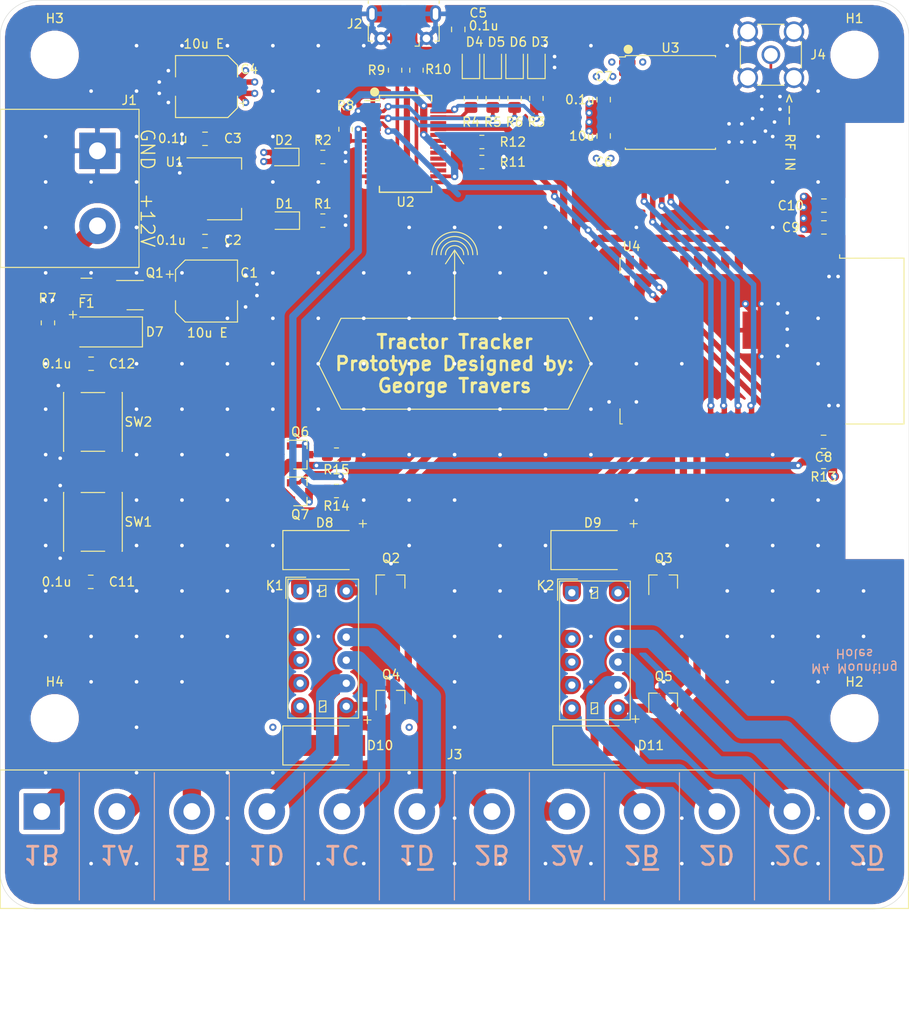
<source format=kicad_pcb>
(kicad_pcb (version 20171130) (host pcbnew 5.1.10)

  (general
    (thickness 1.6)
    (drawings 64)
    (tracks 777)
    (zones 0)
    (modules 62)
    (nets 58)
  )

  (page A4)
  (layers
    (0 F.Cu signal hide)
    (1 In1.Cu power hide)
    (2 In2.Cu power hide)
    (31 B.Cu signal hide)
    (32 B.Adhes user)
    (33 F.Adhes user)
    (34 B.Paste user hide)
    (35 F.Paste user hide)
    (36 B.SilkS user)
    (37 F.SilkS user)
    (38 B.Mask user)
    (39 F.Mask user)
    (40 Dwgs.User user)
    (41 Cmts.User user)
    (42 Eco1.User user)
    (43 Eco2.User user)
    (44 Edge.Cuts user)
    (45 Margin user)
    (46 B.CrtYd user)
    (47 F.CrtYd user)
    (48 B.Fab user)
    (49 F.Fab user)
  )

  (setup
    (last_trace_width 0.25)
    (user_trace_width 0.29337)
    (user_trace_width 0.4)
    (user_trace_width 0.6)
    (user_trace_width 0.8)
    (user_trace_width 1)
    (user_trace_width 2)
    (user_trace_width 3)
    (user_trace_width 3)
    (trace_clearance 0.2)
    (zone_clearance 0.508)
    (zone_45_only yes)
    (trace_min 0.2)
    (via_size 0.8)
    (via_drill 0.4)
    (via_min_size 0.4)
    (via_min_drill 0.3)
    (uvia_size 0.3)
    (uvia_drill 0.1)
    (uvias_allowed no)
    (uvia_min_size 0.2)
    (uvia_min_drill 0.1)
    (edge_width 0.05)
    (segment_width 0.2)
    (pcb_text_width 0.3)
    (pcb_text_size 1.5 1.5)
    (mod_edge_width 0.12)
    (mod_text_size 1 1)
    (mod_text_width 0.15)
    (pad_size 1.524 1.524)
    (pad_drill 0.762)
    (pad_to_mask_clearance 0)
    (aux_axis_origin 0 0)
    (visible_elements FFFFFF7F)
    (pcbplotparams
      (layerselection 0x3ffff_ffffffff)
      (usegerberextensions false)
      (usegerberattributes true)
      (usegerberadvancedattributes true)
      (creategerberjobfile true)
      (excludeedgelayer true)
      (linewidth 0.100000)
      (plotframeref false)
      (viasonmask false)
      (mode 1)
      (useauxorigin false)
      (hpglpennumber 1)
      (hpglpenspeed 20)
      (hpglpendiameter 15.000000)
      (psnegative false)
      (psa4output false)
      (plotreference true)
      (plotvalue true)
      (plotinvisibletext false)
      (padsonsilk false)
      (subtractmaskfromsilk false)
      (outputformat 1)
      (mirror false)
      (drillshape 0)
      (scaleselection 1)
      (outputdirectory "Output/"))
  )

  (net 0 "")
  (net 1 GND)
  (net 2 VBUS)
  (net 3 +3V3)
  (net 4 +12V)
  (net 5 "Net-(D6-Pad1)")
  (net 6 "Net-(J4-Pad1)")
  (net 7 Relay_1_Reset)
  (net 8 "Net-(R4-Pad1)")
  (net 9 "Net-(R9-Pad1)")
  (net 10 ESP32_RXD0)
  (net 11 ESP32_TXD0)
  (net 12 ESP32_RXD1)
  (net 13 ESP32_TXD1)
  (net 14 GPS_~RESET)
  (net 15 GPS_TIMEPULSE)
  (net 16 RTS)
  (net 17 IO00)
  (net 18 EN)
  (net 19 VDC)
  (net 20 "Net-(F1-Pad1)")
  (net 21 Relay_2_~D)
  (net 22 Relay_2_D)
  (net 23 Relay_2_C)
  (net 24 Relay_2_~B)
  (net 25 Relay_2_B)
  (net 26 Relay_2_A)
  (net 27 Relay_1_~D)
  (net 28 Relay_1_D)
  (net 29 Relay_1_C)
  (net 30 Relay_1_~B)
  (net 31 Relay_1_B)
  (net 32 Relay_1_A)
  (net 33 DTR)
  (net 34 Relay_2_Set)
  (net 35 Relay_2_Reset)
  (net 36 "Net-(R5-Pad1)")
  (net 37 "Net-(R11-Pad2)")
  (net 38 Relay_1_Set)
  (net 39 "Net-(D1-Pad1)")
  (net 40 "Net-(D2-Pad1)")
  (net 41 "Net-(D3-Pad1)")
  (net 42 "Net-(D4-Pad1)")
  (net 43 "Net-(D5-Pad1)")
  (net 44 "Net-(D7-Pad2)")
  (net 45 "Net-(D8-Pad2)")
  (net 46 "Net-(D9-Pad2)")
  (net 47 "Net-(D10-Pad2)")
  (net 48 "Net-(D11-Pad2)")
  (net 49 "Net-(J2-Pad3)")
  (net 50 "Net-(J2-Pad2)")
  (net 51 "Net-(Q6-Pad1)")
  (net 52 "Net-(Q7-Pad1)")
  (net 53 "Net-(R3-Pad1)")
  (net 54 "Net-(R6-Pad1)")
  (net 55 "Net-(R8-Pad1)")
  (net 56 "Net-(R10-Pad2)")
  (net 57 "Net-(R12-Pad1)")

  (net_class Default "This is the default net class."
    (clearance 0.2)
    (trace_width 0.25)
    (via_dia 0.8)
    (via_drill 0.4)
    (uvia_dia 0.3)
    (uvia_drill 0.1)
    (add_net +12V)
    (add_net +3V3)
    (add_net DTR)
    (add_net EN)
    (add_net ESP32_RXD0)
    (add_net ESP32_RXD1)
    (add_net ESP32_TXD0)
    (add_net ESP32_TXD1)
    (add_net GND)
    (add_net GPS_TIMEPULSE)
    (add_net GPS_~RESET)
    (add_net IO00)
    (add_net "Net-(D1-Pad1)")
    (add_net "Net-(D10-Pad2)")
    (add_net "Net-(D11-Pad2)")
    (add_net "Net-(D2-Pad1)")
    (add_net "Net-(D3-Pad1)")
    (add_net "Net-(D4-Pad1)")
    (add_net "Net-(D5-Pad1)")
    (add_net "Net-(D6-Pad1)")
    (add_net "Net-(D7-Pad2)")
    (add_net "Net-(D8-Pad2)")
    (add_net "Net-(D9-Pad2)")
    (add_net "Net-(F1-Pad1)")
    (add_net "Net-(J2-Pad2)")
    (add_net "Net-(J2-Pad3)")
    (add_net "Net-(J4-Pad1)")
    (add_net "Net-(Q6-Pad1)")
    (add_net "Net-(Q7-Pad1)")
    (add_net "Net-(R10-Pad2)")
    (add_net "Net-(R11-Pad2)")
    (add_net "Net-(R12-Pad1)")
    (add_net "Net-(R3-Pad1)")
    (add_net "Net-(R4-Pad1)")
    (add_net "Net-(R5-Pad1)")
    (add_net "Net-(R6-Pad1)")
    (add_net "Net-(R8-Pad1)")
    (add_net "Net-(R9-Pad1)")
    (add_net RTS)
    (add_net Relay_1_A)
    (add_net Relay_1_B)
    (add_net Relay_1_C)
    (add_net Relay_1_D)
    (add_net Relay_1_Reset)
    (add_net Relay_1_Set)
    (add_net Relay_1_~B)
    (add_net Relay_1_~D)
    (add_net Relay_2_A)
    (add_net Relay_2_B)
    (add_net Relay_2_C)
    (add_net Relay_2_D)
    (add_net Relay_2_Reset)
    (add_net Relay_2_Set)
    (add_net Relay_2_~B)
    (add_net Relay_2_~D)
    (add_net VBUS)
    (add_net VDC)
  )

  (module TerminalBlock:BarrierBlock_TE_4PCV-02-006_2-pole_P8.26mm (layer F.Cu) (tedit 619FF7AC) (tstamp 61A09E57)
    (at 115.272 77 270)
    (path /61A6E644)
    (fp_text reference J1 (at -1 1.072 180) (layer F.SilkS)
      (effects (font (size 1 1) (thickness 0.15)))
    )
    (fp_text value "Power Terminals" (at -0.74 -8.26 90) (layer F.Fab)
      (effects (font (size 1 1) (thickness 0.15)))
    )
    (fp_line (start 17.399 15.24) (end 0 15.24) (layer F.SilkS) (width 0.12))
    (fp_line (start 0 0) (end 17.399 0) (layer F.SilkS) (width 0.12))
    (fp_line (start 17.399 0) (end 17.399 15.24) (layer F.SilkS) (width 0.12))
    (fp_line (start 0 0) (end 0 15.24) (layer F.SilkS) (width 0.12))
    (pad 2 thru_hole circle (at 12.827 4.572 270) (size 4 4) (drill 1.8542) (layers *.Cu *.Mask)
      (net 19 VDC))
    (pad 1 thru_hole rect (at 4.572 4.572 270) (size 4 4) (drill 1.8542) (layers *.Cu *.Mask)
      (net 1 GND))
    (model /home/joj/Documents/kicad_libs/4PCV-02-006.stp
      (offset (xyz 8.699999999999999 -15.2 6.4))
      (scale (xyz 1 1 1))
      (rotate (xyz -90 0 0))
    )
  )

  (module TerminalBlock:BarrierBlock_TE_4PCV-12-006_12-pole_P8.26mm (layer F.Cu) (tedit 619FEDF7) (tstamp 61A061DF)
    (at 130.003 149.698)
    (path /61C9669D)
    (fp_text reference J3 (at 19.997 -1.698) (layer F.SilkS)
      (effects (font (size 1 1) (thickness 0.15)))
    )
    (fp_text value Screw_Terminal_01x12 (at 0 -0.5) (layer F.Fab)
      (effects (font (size 1 1) (thickness 0.15)))
    )
    (fp_line (start -30 15.24) (end 69.949 15.24) (layer F.SilkS) (width 0.12))
    (fp_line (start 69.949 0) (end -30 0) (layer F.SilkS) (width 0.12))
    (fp_line (start 69.949 0) (end 69.949 15.24) (layer F.SilkS) (width 0.12))
    (fp_line (start -30 0) (end -30 15.24) (layer F.SilkS) (width 0.12))
    (pad 12 thru_hole circle (at 65.377 4.572) (size 4 4) (drill 1.8542) (layers *.Cu *.Mask)
      (net 21 Relay_2_~D))
    (pad 11 thru_hole circle (at 57.122 4.572) (size 4 4) (drill 1.8542) (layers *.Cu *.Mask)
      (net 23 Relay_2_C))
    (pad 10 thru_hole circle (at 48.867 4.572) (size 4 4) (drill 1.8542) (layers *.Cu *.Mask)
      (net 22 Relay_2_D))
    (pad 9 thru_hole circle (at 40.612 4.572) (size 4 4) (drill 1.8542) (layers *.Cu *.Mask)
      (net 24 Relay_2_~B))
    (pad 8 thru_hole circle (at 32.357 4.572) (size 4 4) (drill 1.8542) (layers *.Cu *.Mask)
      (net 26 Relay_2_A))
    (pad 7 thru_hole circle (at 24.102 4.572) (size 4 4) (drill 1.8542) (layers *.Cu *.Mask)
      (net 25 Relay_2_B))
    (pad 6 thru_hole circle (at 15.847 4.572) (size 4 4) (drill 1.8542) (layers *.Cu *.Mask)
      (net 27 Relay_1_~D))
    (pad 5 thru_hole circle (at 7.592 4.572) (size 4 4) (drill 1.8542) (layers *.Cu *.Mask)
      (net 29 Relay_1_C))
    (pad 4 thru_hole circle (at -0.663 4.572) (size 4 4) (drill 1.8542) (layers *.Cu *.Mask)
      (net 28 Relay_1_D))
    (pad 3 thru_hole circle (at -8.918 4.572) (size 4 4) (drill 1.8542) (layers *.Cu *.Mask)
      (net 30 Relay_1_~B))
    (pad 2 thru_hole circle (at -17.173 4.572) (size 4 4) (drill 1.8542) (layers *.Cu *.Mask)
      (net 32 Relay_1_A))
    (pad 1 thru_hole rect (at -25.428 4.572) (size 4 4) (drill 1.8542) (layers *.Cu *.Mask)
      (net 31 Relay_1_B))
    (model /home/joj/Documents/kicad_libs/4PCV-12-006.stp
      (offset (xyz 20 -15.3 6.3))
      (scale (xyz 1 1 1))
      (rotate (xyz -90 0 0))
    )
  )

  (module RF_GPS:ublox_MAX (layer F.Cu) (tedit 619F7EE9) (tstamp 61A04377)
    (at 173.75 76.25)
    (descr "ublox MAX 6/7/8, (https://www.u-blox.com/sites/default/files/MAX-8-M8-FW3_HardwareIntegrationManual_%28UBX-15030059%29.pdf)")
    (tags "GPS ublox MAX 6/7/8")
    (path /619A42E0)
    (attr smd)
    (fp_text reference U3 (at 0 -6) (layer F.SilkS)
      (effects (font (size 1 1) (thickness 0.15)))
    )
    (fp_text value MAX-M8Q (at 0 1.5) (layer F.Fab)
      (effects (font (size 1 1) (thickness 0.15)))
    )
    (fp_line (start -4.85 -4.05) (end -4.85 5.05) (layer F.Fab) (width 0.1))
    (fp_line (start 4.85 -5.05) (end 4.85 5.05) (layer F.Fab) (width 0.1))
    (fp_line (start -3.85 -5.05) (end 4.85 -5.05) (layer F.Fab) (width 0.1))
    (fp_line (start -4.85 5.05) (end 4.85 5.05) (layer F.Fab) (width 0.1))
    (fp_line (start -4.96 -5.16) (end 4.96 -5.16) (layer F.SilkS) (width 0.12))
    (fp_line (start -4.96 5.16) (end 4.96 5.16) (layer F.SilkS) (width 0.12))
    (fp_line (start 4.96 5.01) (end 4.96 5.16) (layer F.SilkS) (width 0.12))
    (fp_line (start -4.96 5.01) (end -4.96 5.16) (layer F.SilkS) (width 0.12))
    (fp_line (start 4.96 -5.16) (end 4.96 -5.01) (layer F.SilkS) (width 0.12))
    (fp_line (start -5.9 -5.3) (end -5.9 5.3) (layer F.CrtYd) (width 0.05))
    (fp_line (start -5.9 5.3) (end 5.9 5.3) (layer F.CrtYd) (width 0.05))
    (fp_line (start 5.9 -5.3) (end 5.9 5.3) (layer F.CrtYd) (width 0.05))
    (fp_line (start -5.9 -5.3) (end 5.9 -5.3) (layer F.CrtYd) (width 0.05))
    (fp_line (start -3.85 -5.05) (end -4.85 -4.05) (layer F.Fab) (width 0.1))
    (fp_line (start -4.96 -5.16) (end -4.96 -5.01) (layer F.SilkS) (width 0.12))
    (fp_line (start -5.65 -5.01) (end -4.96 -5.01) (layer F.SilkS) (width 0.12))
    (fp_text user %R (at 0 0) (layer F.Fab)
      (effects (font (size 1 1) (thickness 0.15)))
    )
    (pad 18 smd roundrect (at 4.75 -4.4) (size 1.8 0.7) (layers F.Cu F.Paste F.Mask) (roundrect_rratio 0.25))
    (pad 17 smd roundrect (at 4.75 -3.3) (size 1.8 0.8) (layers F.Cu F.Paste F.Mask) (roundrect_rratio 0.25))
    (pad 16 smd roundrect (at 4.75 -2.2) (size 1.8 0.8) (layers F.Cu F.Paste F.Mask) (roundrect_rratio 0.25))
    (pad 15 smd roundrect (at 4.75 -1.1) (size 1.8 0.8) (layers F.Cu F.Paste F.Mask) (roundrect_rratio 0.25))
    (pad 14 smd roundrect (at 4.75 0) (size 1.8 0.8) (layers F.Cu F.Paste F.Mask) (roundrect_rratio 0.25))
    (pad 13 smd roundrect (at 4.75 1.1) (size 1.8 0.8) (layers F.Cu F.Paste F.Mask) (roundrect_rratio 0.25))
    (pad 12 smd roundrect (at 4.75 2.2) (size 1.8 0.8) (layers F.Cu F.Paste F.Mask) (roundrect_rratio 0.25)
      (net 1 GND))
    (pad 11 smd roundrect (at 4.75 3.3) (size 1.8 0.8) (layers F.Cu F.Paste F.Mask) (roundrect_rratio 0.25)
      (net 6 "Net-(J4-Pad1)"))
    (pad 10 smd roundrect (at 4.75 4.4) (size 1.8 0.7) (layers F.Cu F.Paste F.Mask) (roundrect_rratio 0.25)
      (net 1 GND))
    (pad 9 smd roundrect (at -4.75 4.4) (size 1.8 0.7) (layers F.Cu F.Paste F.Mask) (roundrect_rratio 0.25)
      (net 14 GPS_~RESET))
    (pad 8 smd roundrect (at -4.75 3.3) (size 1.8 0.8) (layers F.Cu F.Paste F.Mask) (roundrect_rratio 0.25)
      (net 3 +3V3))
    (pad 7 smd roundrect (at -4.75 2.2) (size 1.8 0.8) (layers F.Cu F.Paste F.Mask) (roundrect_rratio 0.25)
      (net 3 +3V3))
    (pad 6 smd roundrect (at -4.75 1.1) (size 1.8 0.8) (layers F.Cu F.Paste F.Mask) (roundrect_rratio 0.25)
      (net 3 +3V3))
    (pad 5 smd roundrect (at -4.75 0) (size 1.8 0.8) (layers F.Cu F.Paste F.Mask) (roundrect_rratio 0.25))
    (pad 4 smd roundrect (at -4.75 -1.1) (size 1.8 0.8) (layers F.Cu F.Paste F.Mask) (roundrect_rratio 0.25)
      (net 15 GPS_TIMEPULSE))
    (pad 3 smd roundrect (at -4.75 -2.2) (size 1.8 0.8) (layers F.Cu F.Paste F.Mask) (roundrect_rratio 0.25)
      (net 13 ESP32_TXD1))
    (pad 2 smd roundrect (at -4.75 -3.3) (size 1.8 0.8) (layers F.Cu F.Paste F.Mask) (roundrect_rratio 0.25)
      (net 12 ESP32_RXD1))
    (pad 1 smd roundrect (at -4.75 -4.4) (size 1.8 0.7) (layers F.Cu F.Paste F.Mask) (roundrect_rratio 0.25)
      (net 1 GND))
    (model ${KISYS3DMOD}/RF_GPS.3dshapes/ublox_MAX.wrl
      (at (xyz 0 0 0))
      (scale (xyz 1 1 1))
      (rotate (xyz 0 0 0))
    )
    (model /home/joj/Documents/kicad_libs/MAX-M8Q--3DModel-STEP-56544.STEP
      (at (xyz 0 0 0))
      (scale (xyz 1 1 1))
      (rotate (xyz -90 0 0))
    )
  )

  (module Diode_SMD:D_0805_2012Metric (layer F.Cu) (tedit 5F68FEF0) (tstamp 619F67D0)
    (at 131.1875 82.25 180)
    (descr "Diode SMD 0805 (2012 Metric), square (rectangular) end terminal, IPC_7351 nominal, (Body size source: https://docs.google.com/spreadsheets/d/1BsfQQcO9C6DZCsRaXUlFlo91Tg2WpOkGARC1WS5S8t0/edit?usp=sharing), generated with kicad-footprint-generator")
    (tags diode)
    (path /61A4640E)
    (attr smd)
    (fp_text reference D2 (at -0.0125 1.85) (layer F.SilkS)
      (effects (font (size 1 1) (thickness 0.15)))
    )
    (fp_text value Red (at 0 1.65) (layer F.Fab)
      (effects (font (size 1 1) (thickness 0.15)))
    )
    (fp_line (start 1.68 0.95) (end -1.68 0.95) (layer F.CrtYd) (width 0.05))
    (fp_line (start 1.68 -0.95) (end 1.68 0.95) (layer F.CrtYd) (width 0.05))
    (fp_line (start -1.68 -0.95) (end 1.68 -0.95) (layer F.CrtYd) (width 0.05))
    (fp_line (start -1.68 0.95) (end -1.68 -0.95) (layer F.CrtYd) (width 0.05))
    (fp_line (start -1.685 0.96) (end 1 0.96) (layer F.SilkS) (width 0.12))
    (fp_line (start -1.685 -0.96) (end -1.685 0.96) (layer F.SilkS) (width 0.12))
    (fp_line (start 1 -0.96) (end -1.685 -0.96) (layer F.SilkS) (width 0.12))
    (fp_line (start 1 0.6) (end 1 -0.6) (layer F.Fab) (width 0.1))
    (fp_line (start -1 0.6) (end 1 0.6) (layer F.Fab) (width 0.1))
    (fp_line (start -1 -0.3) (end -1 0.6) (layer F.Fab) (width 0.1))
    (fp_line (start -0.7 -0.6) (end -1 -0.3) (layer F.Fab) (width 0.1))
    (fp_line (start 1 -0.6) (end -0.7 -0.6) (layer F.Fab) (width 0.1))
    (fp_text user %R (at 0 0) (layer F.Fab)
      (effects (font (size 0.5 0.5) (thickness 0.08)))
    )
    (pad 2 smd roundrect (at 0.9375 0 180) (size 0.975 1.4) (layers F.Cu F.Paste F.Mask) (roundrect_rratio 0.25)
      (net 3 +3V3))
    (pad 1 smd roundrect (at -0.9375 0 180) (size 0.975 1.4) (layers F.Cu F.Paste F.Mask) (roundrect_rratio 0.25)
      (net 40 "Net-(D2-Pad1)"))
    (model ${KISYS3DMOD}/Diode_SMD.3dshapes/D_0805_2012Metric.wrl
      (at (xyz 0 0 0))
      (scale (xyz 1 1 1))
      (rotate (xyz 0 0 0))
    )
  )

  (module Diode_SMD:D_SMA_Handsoldering (layer F.Cu) (tedit 58643398) (tstamp 619D78FE)
    (at 111.25 101.5 180)
    (descr "Diode SMA (DO-214AC) Handsoldering")
    (tags "Diode SMA (DO-214AC) Handsoldering")
    (path /61A1503E)
    (attr smd)
    (fp_text reference D7 (at -5.75 0) (layer F.SilkS)
      (effects (font (size 1 1) (thickness 0.15)))
    )
    (fp_text value 0V (at 0 2.6) (layer F.Fab)
      (effects (font (size 1 1) (thickness 0.15)))
    )
    (fp_line (start -4.4 -1.65) (end 2.5 -1.65) (layer F.SilkS) (width 0.12))
    (fp_line (start -4.4 1.65) (end 2.5 1.65) (layer F.SilkS) (width 0.12))
    (fp_line (start -0.64944 0.00102) (end 0.50118 -0.79908) (layer F.Fab) (width 0.1))
    (fp_line (start -0.64944 0.00102) (end 0.50118 0.75032) (layer F.Fab) (width 0.1))
    (fp_line (start 0.50118 0.75032) (end 0.50118 -0.79908) (layer F.Fab) (width 0.1))
    (fp_line (start -0.64944 -0.79908) (end -0.64944 0.80112) (layer F.Fab) (width 0.1))
    (fp_line (start 0.50118 0.00102) (end 1.4994 0.00102) (layer F.Fab) (width 0.1))
    (fp_line (start -0.64944 0.00102) (end -1.55114 0.00102) (layer F.Fab) (width 0.1))
    (fp_line (start -4.5 1.75) (end -4.5 -1.75) (layer F.CrtYd) (width 0.05))
    (fp_line (start 4.5 1.75) (end -4.5 1.75) (layer F.CrtYd) (width 0.05))
    (fp_line (start 4.5 -1.75) (end 4.5 1.75) (layer F.CrtYd) (width 0.05))
    (fp_line (start -4.5 -1.75) (end 4.5 -1.75) (layer F.CrtYd) (width 0.05))
    (fp_line (start 2.3 -1.5) (end -2.3 -1.5) (layer F.Fab) (width 0.1))
    (fp_line (start 2.3 -1.5) (end 2.3 1.5) (layer F.Fab) (width 0.1))
    (fp_line (start -2.3 1.5) (end -2.3 -1.5) (layer F.Fab) (width 0.1))
    (fp_line (start 2.3 1.5) (end -2.3 1.5) (layer F.Fab) (width 0.1))
    (fp_line (start -4.4 -1.65) (end -4.4 1.65) (layer F.SilkS) (width 0.12))
    (fp_text user %R (at 0 -2.5) (layer F.Fab)
      (effects (font (size 1 1) (thickness 0.15)))
    )
    (pad 2 smd rect (at 2.5 0 180) (size 3.5 1.8) (layers F.Cu F.Paste F.Mask)
      (net 44 "Net-(D7-Pad2)"))
    (pad 1 smd rect (at -2.5 0 180) (size 3.5 1.8) (layers F.Cu F.Paste F.Mask)
      (net 4 +12V))
    (model ${KISYS3DMOD}/Diode_SMD.3dshapes/D_SMA.wrl
      (at (xyz 0 0 0))
      (scale (xyz 1 1 1))
      (rotate (xyz 0 0 0))
    )
  )

  (module Relay_THT:Relay_DPDT_Kemet_EC2_DoubleCoil (layer F.Cu) (tedit 619FF1C8) (tstamp 619D7A53)
    (at 133 130)
    (descr "Kemet signal relay, DPDT, double coil latching, https://content.kemet.com/datasheets/KEM_R7002_EC2_EE2.pdf")
    (tags "Kemet EC2 signal relay DPDT double dual coil latching through hole THT")
    (path /61BDD5EE)
    (fp_text reference K1 (at -2.8 -0.6 180) (layer F.SilkS)
      (effects (font (size 1 1) (thickness 0.15)))
    )
    (fp_text value EC2-3TNU (at -2.55 6.29 90) (layer F.Fab)
      (effects (font (size 1 1) (thickness 0.15)))
    )
    (fp_line (start -1.46 14.1) (end 6.54 14.1) (layer F.CrtYd) (width 0.05))
    (fp_line (start 6.54 -1.4) (end -1.46 -1.4) (layer F.CrtYd) (width 0.05))
    (fp_line (start 6.54 -1.4) (end 6.54 14.1) (layer F.CrtYd) (width 0.05))
    (fp_line (start 6.29 -1.15) (end -0.21 -1.15) (layer F.Fab) (width 0.1))
    (fp_line (start -1.46 -1.4) (end -1.46 14.1) (layer F.CrtYd) (width 0.05))
    (fp_line (start 6.29 13.85) (end -1.21 13.85) (layer F.Fab) (width 0.1))
    (fp_line (start 6.29 -1.15) (end 6.29 13.85) (layer F.Fab) (width 0.1))
    (fp_line (start 2.13 12.9) (end 2.83 12.5) (layer F.SilkS) (width 0.12))
    (fp_line (start 2.83 13.3) (end 2.83 12.1) (layer F.SilkS) (width 0.12))
    (fp_line (start 2.83 12.1) (end 2.13 12.1) (layer F.SilkS) (width 0.12))
    (fp_line (start 2.13 12.1) (end 2.13 13.3) (layer F.SilkS) (width 0.12))
    (fp_line (start 2.13 13.3) (end 2.83 13.3) (layer F.SilkS) (width 0.12))
    (fp_line (start 1.27 0) (end 3.81 0) (layer F.Fab) (width 0.1))
    (fp_line (start 2.13 0.2) (end 2.83 -0.2) (layer F.SilkS) (width 0.12))
    (fp_line (start 2.83 0.6) (end 2.83 -0.6) (layer F.SilkS) (width 0.12))
    (fp_line (start 2.83 -0.6) (end 2.13 -0.6) (layer F.SilkS) (width 0.12))
    (fp_line (start 2.13 -0.6) (end 2.13 0.6) (layer F.SilkS) (width 0.12))
    (fp_line (start 2.13 0.6) (end 2.83 0.6) (layer F.SilkS) (width 0.12))
    (fp_line (start -1.57 0.83) (end -1.57 -1.51) (layer F.SilkS) (width 0.12))
    (fp_line (start -1.57 -1.51) (end 0.62 -1.51) (layer F.SilkS) (width 0.12))
    (fp_line (start -1.21 -0.15) (end -1.21 13.85) (layer F.Fab) (width 0.1))
    (fp_line (start 6.43 -1.29) (end -1.35 -1.29) (layer F.SilkS) (width 0.12))
    (fp_line (start 6.43 13.99) (end -1.35 13.99) (layer F.SilkS) (width 0.12))
    (fp_line (start -1.35 -1.27) (end -1.35 13.99) (layer F.SilkS) (width 0.12))
    (fp_line (start 6.43 -1.29) (end 6.43 13.99) (layer F.SilkS) (width 0.12))
    (fp_line (start -1.21 -0.15) (end -0.21 -1.15) (layer F.Fab) (width 0.1))
    (fp_text user %R (at 2.54 6.35 90) (layer F.Fab)
      (effects (font (size 1 1) (thickness 0.15)))
    )
    (pad 1 thru_hole roundrect (at 0 0) (size 1.5 1.5) (drill 0.8) (layers *.Cu *.Mask) (roundrect_rratio 0.167)
      (net 3 +3V3))
    (pad 3 thru_hole circle (at 0 5.08) (size 1.5 1.5) (drill 0.8) (layers *.Cu *.Mask)
      (net 31 Relay_1_B))
    (pad 4 thru_hole circle (at 0 7.62) (size 1.5 1.5) (drill 0.8) (layers *.Cu *.Mask)
      (net 32 Relay_1_A))
    (pad 5 thru_hole circle (at 0 10.16) (size 1.5 1.5) (drill 0.8) (layers *.Cu *.Mask)
      (net 30 Relay_1_~B))
    (pad 6 thru_hole circle (at 0 12.7) (size 1.5 1.5) (drill 0.8) (layers *.Cu *.Mask)
      (net 3 +3V3))
    (pad 7 thru_hole circle (at 5.08 12.7) (size 1.5 1.5) (drill 0.8) (layers *.Cu *.Mask)
      (net 47 "Net-(D10-Pad2)"))
    (pad 8 thru_hole circle (at 5.08 10.16) (size 1.5 1.5) (drill 0.8) (layers *.Cu *.Mask)
      (net 28 Relay_1_D))
    (pad 9 thru_hole circle (at 5.08 7.62) (size 1.5 1.5) (drill 0.8) (layers *.Cu *.Mask)
      (net 29 Relay_1_C))
    (pad 10 thru_hole circle (at 5.08 5.08) (size 1.5 1.5) (drill 0.8) (layers *.Cu *.Mask)
      (net 27 Relay_1_~D))
    (pad 12 thru_hole circle (at 5.08 0) (size 1.5 1.5) (drill 0.8) (layers *.Cu *.Mask)
      (net 45 "Net-(D8-Pad2)"))
    (model ${KISYS3DMOD}/Relay_THT.3dshapes/Relay_DPDT_Kemet_EC2_DoubleCoil.wrl
      (at (xyz 0 0 0))
      (scale (xyz 1 1 1))
      (rotate (xyz 0 0 0))
    )
    (model /home/joj/Documents/kicad_libs/EC2-3TNU.step
      (offset (xyz -1.2 1.05 0))
      (scale (xyz 1 1 1))
      (rotate (xyz -90 0 90))
    )
  )

  (module Diode_SMD:D_SMB_Handsoldering (layer F.Cu) (tedit 590B3D55) (tstamp 619D78C5)
    (at 135.7 147)
    (descr "Diode SMB (DO-214AA) Handsoldering")
    (tags "Diode SMB (DO-214AA) Handsoldering")
    (path /61B2CEFF)
    (attr smd)
    (fp_text reference D10 (at 6.1 0) (layer F.SilkS)
      (effects (font (size 1 1) (thickness 0.15)))
    )
    (fp_text value S1JTR (at 0 3) (layer F.Fab)
      (effects (font (size 1 1) (thickness 0.15)))
    )
    (fp_line (start -4.6 -2.15) (end 2.7 -2.15) (layer F.SilkS) (width 0.12))
    (fp_line (start -4.6 2.15) (end 2.7 2.15) (layer F.SilkS) (width 0.12))
    (fp_line (start -0.64944 0.00102) (end 0.50118 -0.79908) (layer F.Fab) (width 0.1))
    (fp_line (start -0.64944 0.00102) (end 0.50118 0.75032) (layer F.Fab) (width 0.1))
    (fp_line (start 0.50118 0.75032) (end 0.50118 -0.79908) (layer F.Fab) (width 0.1))
    (fp_line (start -0.64944 -0.79908) (end -0.64944 0.80112) (layer F.Fab) (width 0.1))
    (fp_line (start 0.50118 0.00102) (end 1.4994 0.00102) (layer F.Fab) (width 0.1))
    (fp_line (start -0.64944 0.00102) (end -1.55114 0.00102) (layer F.Fab) (width 0.1))
    (fp_line (start -4.7 2.25) (end -4.7 -2.25) (layer F.CrtYd) (width 0.05))
    (fp_line (start 4.7 2.25) (end -4.7 2.25) (layer F.CrtYd) (width 0.05))
    (fp_line (start 4.7 -2.25) (end 4.7 2.25) (layer F.CrtYd) (width 0.05))
    (fp_line (start -4.7 -2.25) (end 4.7 -2.25) (layer F.CrtYd) (width 0.05))
    (fp_line (start 2.3 -2) (end -2.3 -2) (layer F.Fab) (width 0.1))
    (fp_line (start 2.3 -2) (end 2.3 2) (layer F.Fab) (width 0.1))
    (fp_line (start -2.3 2) (end -2.3 -2) (layer F.Fab) (width 0.1))
    (fp_line (start 2.3 2) (end -2.3 2) (layer F.Fab) (width 0.1))
    (fp_line (start -4.6 -2.15) (end -4.6 2.15) (layer F.SilkS) (width 0.12))
    (fp_text user %R (at 0 -3) (layer F.Fab)
      (effects (font (size 1 1) (thickness 0.15)))
    )
    (pad 2 smd rect (at 2.7 0) (size 3.5 2.3) (layers F.Cu F.Paste F.Mask)
      (net 47 "Net-(D10-Pad2)"))
    (pad 1 smd rect (at -2.7 0) (size 3.5 2.3) (layers F.Cu F.Paste F.Mask)
      (net 3 +3V3))
    (model ${KISYS3DMOD}/Diode_SMD.3dshapes/D_SMB.wrl
      (at (xyz 0 0 0))
      (scale (xyz 1 1 1))
      (rotate (xyz 0 0 0))
    )
  )

  (module MountingHole:MountingHole_4.3mm_M4 (layer F.Cu) (tedit 56D1B4CB) (tstamp 61A06067)
    (at 106 144)
    (descr "Mounting Hole 4.3mm, no annular, M4")
    (tags "mounting hole 4.3mm no annular m4")
    (path /61D445F6)
    (attr virtual)
    (fp_text reference H4 (at 0 -4) (layer F.SilkS)
      (effects (font (size 1 1) (thickness 0.15)))
    )
    (fp_text value MountingHole (at 0 5.3) (layer F.Fab)
      (effects (font (size 1 1) (thickness 0.15)))
    )
    (fp_circle (center 0 0) (end 4.55 0) (layer F.CrtYd) (width 0.05))
    (fp_circle (center 0 0) (end 4.3 0) (layer Cmts.User) (width 0.15))
    (fp_text user %R (at 0.3 0) (layer F.Fab)
      (effects (font (size 1 1) (thickness 0.15)))
    )
    (pad 1 np_thru_hole circle (at 0 0) (size 4.3 4.3) (drill 4.3) (layers *.Cu *.Mask))
  )

  (module MountingHole:MountingHole_4.3mm_M4 (layer F.Cu) (tedit 56D1B4CB) (tstamp 619F3095)
    (at 106 71)
    (descr "Mounting Hole 4.3mm, no annular, M4")
    (tags "mounting hole 4.3mm no annular m4")
    (path /61D441B8)
    (attr virtual)
    (fp_text reference H3 (at 0 -4) (layer F.SilkS)
      (effects (font (size 1 1) (thickness 0.15)))
    )
    (fp_text value MountingHole (at 0 5.3) (layer F.Fab)
      (effects (font (size 1 1) (thickness 0.15)))
    )
    (fp_circle (center 0 0) (end 4.55 0) (layer F.CrtYd) (width 0.05))
    (fp_circle (center 0 0) (end 4.3 0) (layer Cmts.User) (width 0.15))
    (fp_text user %R (at 0.3 0) (layer F.Fab)
      (effects (font (size 1 1) (thickness 0.15)))
    )
    (pad 1 np_thru_hole circle (at 0 0) (size 4.3 4.3) (drill 4.3) (layers *.Cu *.Mask))
  )

  (module MountingHole:MountingHole_4.3mm_M4 (layer F.Cu) (tedit 56D1B4CB) (tstamp 61A06006)
    (at 194 144)
    (descr "Mounting Hole 4.3mm, no annular, M4")
    (tags "mounting hole 4.3mm no annular m4")
    (path /61D43DB6)
    (attr virtual)
    (fp_text reference H2 (at 0 -4) (layer F.SilkS)
      (effects (font (size 1 1) (thickness 0.15)))
    )
    (fp_text value MountingHole (at 0 5.3) (layer F.Fab)
      (effects (font (size 1 1) (thickness 0.15)))
    )
    (fp_circle (center 0 0) (end 4.55 0) (layer F.CrtYd) (width 0.05))
    (fp_circle (center 0 0) (end 4.3 0) (layer Cmts.User) (width 0.15))
    (fp_text user %R (at 0.3 0) (layer F.Fab)
      (effects (font (size 1 1) (thickness 0.15)))
    )
    (pad 1 np_thru_hole circle (at 0 0) (size 4.3 4.3) (drill 4.3) (layers *.Cu *.Mask))
  )

  (module MountingHole:MountingHole_4.3mm_M4 (layer F.Cu) (tedit 56D1B4CB) (tstamp 61A0C10C)
    (at 194 71)
    (descr "Mounting Hole 4.3mm, no annular, M4")
    (tags "mounting hole 4.3mm no annular m4")
    (path /61D3B220)
    (attr virtual)
    (fp_text reference H1 (at 0 -4) (layer F.SilkS)
      (effects (font (size 1 1) (thickness 0.15)))
    )
    (fp_text value MountingHole (at 0 5.3) (layer F.Fab)
      (effects (font (size 1 1) (thickness 0.15)))
    )
    (fp_circle (center 0 0) (end 4.55 0) (layer F.CrtYd) (width 0.05))
    (fp_circle (center 0 0) (end 4.3 0) (layer Cmts.User) (width 0.15))
    (fp_text user %R (at 0.3 0) (layer F.Fab)
      (effects (font (size 1 1) (thickness 0.15)))
    )
    (pad 1 np_thru_hole circle (at 0 0) (size 4.3 4.3) (drill 4.3) (layers *.Cu *.Mask))
  )

  (module RF_Module:ESP32-S2-WROVER (layer F.Cu) (tedit 619F7A69) (tstamp 61A089B0)
    (at 180 102.5 270)
    (descr "ESP32-S2-WROVER(-I) 2.4 GHz Wi-Fi https://www.espressif.com/sites/default/files/documentation/esp32-s2-wroom_esp32-s2-wroom-i_datasheet_en.pdf")
    (tags "ESP32-S2  ESP32  WIFI")
    (path /61966BFA)
    (attr smd)
    (fp_text reference U4 (at -10.41 10.53) (layer F.SilkS)
      (effects (font (size 1 1) (thickness 0.15)))
    )
    (fp_text value ESP32-S2-WROVER (at 0.04 13.145 270) (layer F.Fab)
      (effects (font (size 1 1) (thickness 0.15)))
    )
    (fp_line (start 9 -13.023) (end -9 -13.023) (layer F.Fab) (width 0.1))
    (fp_line (start 9 -19.32) (end 9 11.68) (layer F.Fab) (width 0.1))
    (fp_line (start -9 -19.323) (end 9 -19.323) (layer F.Fab) (width 0.1))
    (fp_line (start -9 -19.32) (end -9 -13.02) (layer F.Fab) (width 0.1))
    (fp_line (start -9 11.68) (end 9 11.68) (layer F.Fab) (width 0.1))
    (fp_line (start -9.12 11.8) (end -7.46 11.8) (layer F.SilkS) (width 0.12))
    (fp_line (start -9.12 11.44) (end -9.12 11.8) (layer F.SilkS) (width 0.12))
    (fp_line (start 9.12 11.8) (end 7.46 11.8) (layer F.SilkS) (width 0.12))
    (fp_line (start 9.12 11.54) (end 9.12 11.8) (layer F.SilkS) (width 0.12))
    (fp_line (start -9.125 -19.45) (end 9.13 -19.45) (layer F.SilkS) (width 0.12))
    (fp_line (start -9.11 -12.37) (end -9.125 -19.45) (layer F.SilkS) (width 0.12))
    (fp_line (start 9.13 -13.03) (end 9.13 -19.45) (layer F.SilkS) (width 0.12))
    (fp_line (start -9.63 -12.77) (end -9.63 12.47) (layer F.CrtYd) (width 0.05))
    (fp_line (start 9.63 12.47) (end 9.63 -12.77) (layer F.CrtYd) (width 0.05))
    (fp_line (start -9.63 12.47) (end 9.63 12.47) (layer F.CrtYd) (width 0.05))
    (fp_line (start -9.11 -12.37) (end -9.5 -12.37) (layer F.SilkS) (width 0.12))
    (fp_line (start -24 -13.023) (end 24 -13.023) (layer Dwgs.User) (width 0.12))
    (fp_line (start -24 -34.323) (end 24 -34.323) (layer Dwgs.User) (width 0.12))
    (fp_line (start 24 -34.323) (end 24 -13.023) (layer Dwgs.User) (width 0.12))
    (fp_line (start -24 -34.323) (end -24 -13.023) (layer Dwgs.User) (width 0.12))
    (fp_line (start 24 -15.03) (end 22 -13.03) (layer Dwgs.User) (width 0.12))
    (fp_line (start 24 -20.04) (end 17 -13.03) (layer Dwgs.User) (width 0.12))
    (fp_line (start 24 -25.02) (end 12 -13.03) (layer Dwgs.User) (width 0.12))
    (fp_line (start 24 -30.04) (end 7.01 -13.03) (layer Dwgs.User) (width 0.12))
    (fp_line (start 23.28 -34.32) (end 2 -13.03) (layer Dwgs.User) (width 0.12))
    (fp_line (start 18.31 -34.32) (end -2.95 -13.03) (layer Dwgs.User) (width 0.12))
    (fp_line (start 13.28 -34.32) (end -7.99 -13.03) (layer Dwgs.User) (width 0.12))
    (fp_line (start 8.26 -34.32) (end -13.01 -13.02) (layer Dwgs.User) (width 0.12))
    (fp_line (start 3.27 -34.32) (end -18 -13.03) (layer Dwgs.User) (width 0.12))
    (fp_line (start -1.73 -34.32) (end -23 -13.03) (layer Dwgs.User) (width 0.12))
    (fp_line (start -6.7 -34.32) (end -24 -17.01) (layer Dwgs.User) (width 0.12))
    (fp_line (start -11.69 -34.32) (end -24 -22.01) (layer Dwgs.User) (width 0.12))
    (fp_line (start -16.69 -34.32) (end -24 -27) (layer Dwgs.User) (width 0.12))
    (fp_line (start -21.69 -34.32) (end -23.99 -32.02) (layer Dwgs.User) (width 0.12))
    (fp_line (start 9.63 -12.77) (end 24.25 -12.77) (layer F.CrtYd) (width 0.05))
    (fp_line (start 24.25 -12.77) (end 24.25 -34.57) (layer F.CrtYd) (width 0.05))
    (fp_line (start 24.25 -34.57) (end -24.25 -34.57) (layer F.CrtYd) (width 0.05))
    (fp_line (start -24.25 -34.57) (end -24.25 -12.77) (layer F.CrtYd) (width 0.05))
    (fp_line (start -24.25 -12.77) (end -9.63 -12.77) (layer F.CrtYd) (width 0.05))
    (fp_line (start -9 -12.02) (end -8.5 -12.52) (layer F.Fab) (width 0.1))
    (fp_line (start -8.5 -12.52) (end -9 -13.02) (layer F.Fab) (width 0.1))
    (fp_line (start -9 -12.02) (end -9 11.68) (layer F.Fab) (width 0.1))
    (fp_text user ANTENNA (at 0 -16.15 90) (layer Cmts.User)
      (effects (font (size 1.25 1.25) (thickness 0.15)))
    )
    (fp_text user "KEEP-OUT ZONE" (at 0 -27.09 90) (layer Cmts.User)
      (effects (font (size 2 2) (thickness 0.15)))
    )
    (fp_text user %R (at 0 0 90) (layer F.Fab)
      (effects (font (size 1 1) (thickness 0.15)))
    )
    (pad 1 smd rect (at -8.625 -11.775 270) (size 1.5 0.9) (layers F.Cu F.Paste F.Mask)
      (net 1 GND))
    (pad 15 smd rect (at -8.625 9.225 90) (size 1.5 0.9) (layers F.Cu F.Paste F.Mask))
    (pad 16 smd rect (at -8.625 10.725 90) (size 1.5 0.9) (layers F.Cu F.Paste F.Mask))
    (pad 17 smd rect (at -6.75 11.475 270) (size 0.9 1.5) (layers F.Cu F.Paste F.Mask))
    (pad 18 smd rect (at -5.25 11.475 270) (size 0.9 1.5) (layers F.Cu F.Paste F.Mask))
    (pad 19 smd rect (at -3.75 11.475 270) (size 0.9 1.5) (layers F.Cu F.Paste F.Mask))
    (pad 20 smd rect (at -2.25 11.475 270) (size 0.9 1.5) (layers F.Cu F.Paste F.Mask))
    (pad 21 smd rect (at -0.75 11.475 270) (size 0.9 1.5) (layers F.Cu F.Paste F.Mask))
    (pad 22 smd rect (at 0.75 11.475 270) (size 0.9 1.5) (layers F.Cu F.Paste F.Mask))
    (pad 23 smd rect (at 2.25 11.475 270) (size 0.9 1.5) (layers F.Cu F.Paste F.Mask))
    (pad 24 smd rect (at 3.75 11.475 270) (size 0.9 1.5) (layers F.Cu F.Paste F.Mask))
    (pad 2 smd rect (at -8.625 -10.275 270) (size 1.5 0.9) (layers F.Cu F.Paste F.Mask)
      (net 3 +3V3))
    (pad 3 smd rect (at -8.625 -8.775 270) (size 1.5 0.9) (layers F.Cu F.Paste F.Mask)
      (net 17 IO00))
    (pad 4 smd rect (at -8.625 -7.275 270) (size 1.5 0.9) (layers F.Cu F.Paste F.Mask))
    (pad 5 smd rect (at -8.625 -5.775 270) (size 1.5 0.9) (layers F.Cu F.Paste F.Mask))
    (pad 6 smd rect (at -8.625 -4.275 270) (size 1.5 0.9) (layers F.Cu F.Paste F.Mask))
    (pad 7 smd rect (at -8.625 -2.775 270) (size 1.5 0.9) (layers F.Cu F.Paste F.Mask))
    (pad 8 smd rect (at -8.625 -1.275 270) (size 1.5 0.9) (layers F.Cu F.Paste F.Mask))
    (pad 9 smd rect (at -8.625 0.225 270) (size 1.5 0.9) (layers F.Cu F.Paste F.Mask))
    (pad 10 smd rect (at -8.625 1.725 270) (size 1.5 0.9) (layers F.Cu F.Paste F.Mask))
    (pad 11 smd rect (at -8.625 3.225 270) (size 1.5 0.9) (layers F.Cu F.Paste F.Mask))
    (pad 12 smd rect (at -8.625 4.725 270) (size 1.5 0.9) (layers F.Cu F.Paste F.Mask))
    (pad 13 smd rect (at -8.625 6.225 270) (size 1.5 0.9) (layers F.Cu F.Paste F.Mask))
    (pad 14 smd rect (at -8.625 7.725 270) (size 1.5 0.9) (layers F.Cu F.Paste F.Mask))
    (pad 38 smd rect (at 8.625 -5.675 270) (size 1.5 0.9) (layers F.Cu F.Paste F.Mask)
      (net 10 ESP32_RXD0))
    (pad 37 smd rect (at 8.625 -4.175 270) (size 1.5 0.9) (layers F.Cu F.Paste F.Mask)
      (net 11 ESP32_TXD0))
    (pad 36 smd rect (at 8.625 -2.675 270) (size 1.5 0.9) (layers F.Cu F.Paste F.Mask)
      (net 12 ESP32_RXD1))
    (pad 35 smd rect (at 8.625 -1.175 270) (size 1.5 0.9) (layers F.Cu F.Paste F.Mask)
      (net 13 ESP32_TXD1))
    (pad 34 smd rect (at 8.625 0.325 270) (size 1.5 0.9) (layers F.Cu F.Paste F.Mask)
      (net 14 GPS_~RESET))
    (pad 33 smd rect (at 8.625 1.825 270) (size 1.5 0.9) (layers F.Cu F.Paste F.Mask)
      (net 15 GPS_TIMEPULSE))
    (pad 32 smd rect (at 8.625 3.325 270) (size 1.5 0.9) (layers F.Cu F.Paste F.Mask)
      (net 35 Relay_2_Reset))
    (pad 31 smd rect (at 8.625 4.825 270) (size 1.5 0.9) (layers F.Cu F.Paste F.Mask)
      (net 34 Relay_2_Set))
    (pad 30 smd rect (at 8.625 6.325 270) (size 1.5 0.9) (layers F.Cu F.Paste F.Mask)
      (net 7 Relay_1_Reset))
    (pad 29 smd rect (at 8.625 7.825 270) (size 1.5 0.9) (layers F.Cu F.Paste F.Mask)
      (net 38 Relay_1_Set))
    (pad 28 smd rect (at 8.625 9.325 270) (size 1.5 0.9) (layers F.Cu F.Paste F.Mask))
    (pad 27 smd rect (at 8.625 10.825 270) (size 1.5 0.9) (layers F.Cu F.Paste F.Mask))
    (pad 26 smd rect (at 6.75 11.475 270) (size 0.9 1.5) (layers F.Cu F.Paste F.Mask)
      (net 1 GND))
    (pad 25 smd rect (at 5.25 11.475 270) (size 0.9 1.5) (layers F.Cu F.Paste F.Mask))
    (pad 39 smd rect (at 8.625 -7.175 270) (size 1.5 0.9) (layers F.Cu F.Paste F.Mask))
    (pad 40 smd rect (at 8.625 -8.775 270) (size 1.5 0.9) (layers F.Cu F.Paste F.Mask))
    (pad 41 smd rect (at 8.625 -10.275 270) (size 1.5 0.9) (layers F.Cu F.Paste F.Mask)
      (net 18 EN))
    (pad 42 smd rect (at 8.625 -11.675 270) (size 1.5 0.9) (layers F.Cu F.Paste F.Mask)
      (net 1 GND))
    (pad 43 smd rect (at -1.19 -3.735 270) (size 4.1 4.1) (layers F.Cu F.Paste F.Mask)
      (net 1 GND))
    (model ${KISYS3DMOD}/RF_Module.3dshapes/ESP32-S2-WROVER.wrl
      (at (xyz 0 0 0))
      (scale (xyz 1 1 1))
      (rotate (xyz 0 0 0))
    )
    (model ${KISYS3DMOD}/RF_Module.3dshapes/ESP32-S2-WROVER.STEP
      (offset (xyz -9 -11.81 0))
      (scale (xyz 1 1 1))
      (rotate (xyz 0 0 0))
    )
  )

  (module Package_SO:SSOP-28_5.3x10.2mm_P0.65mm (layer F.Cu) (tedit 5A02F25C) (tstamp 61A07E86)
    (at 144.6 80.8)
    (descr "28-Lead Plastic Shrink Small Outline (SS)-5.30 mm Body [SSOP] (see Microchip Packaging Specification 00000049BS.pdf)")
    (tags "SSOP 0.65")
    (path /61AA82FB)
    (attr smd)
    (fp_text reference U2 (at 0 6.4) (layer F.SilkS)
      (effects (font (size 1 1) (thickness 0.15)))
    )
    (fp_text value CY7C64225 (at 0 6.25) (layer F.Fab)
      (effects (font (size 1 1) (thickness 0.15)))
    )
    (fp_line (start -2.875 -4.75) (end -4.475 -4.75) (layer F.SilkS) (width 0.15))
    (fp_line (start -2.875 5.325) (end 2.875 5.325) (layer F.SilkS) (width 0.15))
    (fp_line (start -2.875 -5.325) (end 2.875 -5.325) (layer F.SilkS) (width 0.15))
    (fp_line (start -2.875 5.325) (end -2.875 4.675) (layer F.SilkS) (width 0.15))
    (fp_line (start 2.875 5.325) (end 2.875 4.675) (layer F.SilkS) (width 0.15))
    (fp_line (start 2.875 -5.325) (end 2.875 -4.675) (layer F.SilkS) (width 0.15))
    (fp_line (start -2.875 -5.325) (end -2.875 -4.75) (layer F.SilkS) (width 0.15))
    (fp_line (start -4.75 5.5) (end 4.75 5.5) (layer F.CrtYd) (width 0.05))
    (fp_line (start -4.75 -5.5) (end 4.75 -5.5) (layer F.CrtYd) (width 0.05))
    (fp_line (start 4.75 -5.5) (end 4.75 5.5) (layer F.CrtYd) (width 0.05))
    (fp_line (start -4.75 -5.5) (end -4.75 5.5) (layer F.CrtYd) (width 0.05))
    (fp_line (start -2.65 -4.1) (end -1.65 -5.1) (layer F.Fab) (width 0.15))
    (fp_line (start -2.65 5.1) (end -2.65 -4.1) (layer F.Fab) (width 0.15))
    (fp_line (start 2.65 5.1) (end -2.65 5.1) (layer F.Fab) (width 0.15))
    (fp_line (start 2.65 -5.1) (end 2.65 5.1) (layer F.Fab) (width 0.15))
    (fp_line (start -1.65 -5.1) (end 2.65 -5.1) (layer F.Fab) (width 0.15))
    (fp_text user %R (at 0 0) (layer F.Fab)
      (effects (font (size 0.8 0.8) (thickness 0.15)))
    )
    (pad 28 smd rect (at 3.6 -4.225) (size 1.75 0.45) (layers F.Cu F.Paste F.Mask)
      (net 2 VBUS))
    (pad 27 smd rect (at 3.6 -3.575) (size 1.75 0.45) (layers F.Cu F.Paste F.Mask)
      (net 53 "Net-(R3-Pad1)"))
    (pad 26 smd rect (at 3.6 -2.925) (size 1.75 0.45) (layers F.Cu F.Paste F.Mask)
      (net 8 "Net-(R4-Pad1)"))
    (pad 25 smd rect (at 3.6 -2.275) (size 1.75 0.45) (layers F.Cu F.Paste F.Mask))
    (pad 24 smd rect (at 3.6 -1.625) (size 1.75 0.45) (layers F.Cu F.Paste F.Mask)
      (net 16 RTS))
    (pad 23 smd rect (at 3.6 -0.975) (size 1.75 0.45) (layers F.Cu F.Paste F.Mask)
      (net 37 "Net-(R11-Pad2)"))
    (pad 22 smd rect (at 3.6 -0.325) (size 1.75 0.45) (layers F.Cu F.Paste F.Mask)
      (net 57 "Net-(R12-Pad1)"))
    (pad 21 smd rect (at 3.6 0.325) (size 1.75 0.45) (layers F.Cu F.Paste F.Mask))
    (pad 20 smd rect (at 3.6 0.975) (size 1.75 0.45) (layers F.Cu F.Paste F.Mask))
    (pad 19 smd rect (at 3.6 1.625) (size 1.75 0.45) (layers F.Cu F.Paste F.Mask))
    (pad 18 smd rect (at 3.6 2.275) (size 1.75 0.45) (layers F.Cu F.Paste F.Mask))
    (pad 17 smd rect (at 3.6 2.925) (size 1.75 0.45) (layers F.Cu F.Paste F.Mask))
    (pad 16 smd rect (at 3.6 3.575) (size 1.75 0.45) (layers F.Cu F.Paste F.Mask)
      (net 2 VBUS))
    (pad 15 smd rect (at 3.6 4.225) (size 1.75 0.45) (layers F.Cu F.Paste F.Mask)
      (net 56 "Net-(R10-Pad2)"))
    (pad 14 smd rect (at -3.6 4.225) (size 1.75 0.45) (layers F.Cu F.Paste F.Mask)
      (net 9 "Net-(R9-Pad1)"))
    (pad 13 smd rect (at -3.6 3.575) (size 1.75 0.45) (layers F.Cu F.Paste F.Mask)
      (net 1 GND))
    (pad 12 smd rect (at -3.6 2.925) (size 1.75 0.45) (layers F.Cu F.Paste F.Mask))
    (pad 11 smd rect (at -3.6 2.275) (size 1.75 0.45) (layers F.Cu F.Paste F.Mask))
    (pad 10 smd rect (at -3.6 1.625) (size 1.75 0.45) (layers F.Cu F.Paste F.Mask))
    (pad 9 smd rect (at -3.6 0.975) (size 1.75 0.45) (layers F.Cu F.Paste F.Mask))
    (pad 8 smd rect (at -3.6 0.325) (size 1.75 0.45) (layers F.Cu F.Paste F.Mask))
    (pad 7 smd rect (at -3.6 -0.325) (size 1.75 0.45) (layers F.Cu F.Paste F.Mask)
      (net 55 "Net-(R8-Pad1)"))
    (pad 6 smd rect (at -3.6 -0.975) (size 1.75 0.45) (layers F.Cu F.Paste F.Mask))
    (pad 5 smd rect (at -3.6 -1.625) (size 1.75 0.45) (layers F.Cu F.Paste F.Mask)
      (net 33 DTR))
    (pad 4 smd rect (at -3.6 -2.275) (size 1.75 0.45) (layers F.Cu F.Paste F.Mask)
      (net 10 ESP32_RXD0))
    (pad 3 smd rect (at -3.6 -2.925) (size 1.75 0.45) (layers F.Cu F.Paste F.Mask)
      (net 54 "Net-(R6-Pad1)"))
    (pad 2 smd rect (at -3.6 -3.575) (size 1.75 0.45) (layers F.Cu F.Paste F.Mask)
      (net 36 "Net-(R5-Pad1)"))
    (pad 1 smd rect (at -3.6 -4.225) (size 1.75 0.45) (layers F.Cu F.Paste F.Mask)
      (net 1 GND))
    (model ${KISYS3DMOD}/Package_SO.3dshapes/SSOP-28_5.3x10.2mm_P0.65mm.wrl
      (at (xyz 0 0 0))
      (scale (xyz 1 1 1))
      (rotate (xyz 0 0 0))
    )
  )

  (module Package_TO_SOT_SMD:SOT-223 (layer F.Cu) (tedit 5A02FF57) (tstamp 619D7B24)
    (at 124.65 85.75)
    (descr "module CMS SOT223 4 pins")
    (tags "CMS SOT")
    (path /619FD1CF)
    (attr smd)
    (fp_text reference U1 (at -5.45 -2.95) (layer F.SilkS)
      (effects (font (size 1 1) (thickness 0.15)))
    )
    (fp_text value NCP1117-3.3_SOT223 (at 0 4.5) (layer F.Fab)
      (effects (font (size 1 1) (thickness 0.15)))
    )
    (fp_line (start 1.85 -3.35) (end 1.85 3.35) (layer F.Fab) (width 0.1))
    (fp_line (start -1.85 3.35) (end 1.85 3.35) (layer F.Fab) (width 0.1))
    (fp_line (start -4.1 -3.41) (end 1.91 -3.41) (layer F.SilkS) (width 0.12))
    (fp_line (start -0.8 -3.35) (end 1.85 -3.35) (layer F.Fab) (width 0.1))
    (fp_line (start -1.85 3.41) (end 1.91 3.41) (layer F.SilkS) (width 0.12))
    (fp_line (start -1.85 -2.3) (end -1.85 3.35) (layer F.Fab) (width 0.1))
    (fp_line (start -4.4 -3.6) (end -4.4 3.6) (layer F.CrtYd) (width 0.05))
    (fp_line (start -4.4 3.6) (end 4.4 3.6) (layer F.CrtYd) (width 0.05))
    (fp_line (start 4.4 3.6) (end 4.4 -3.6) (layer F.CrtYd) (width 0.05))
    (fp_line (start 4.4 -3.6) (end -4.4 -3.6) (layer F.CrtYd) (width 0.05))
    (fp_line (start 1.91 -3.41) (end 1.91 -2.15) (layer F.SilkS) (width 0.12))
    (fp_line (start 1.91 3.41) (end 1.91 2.15) (layer F.SilkS) (width 0.12))
    (fp_line (start -1.85 -2.3) (end -0.8 -3.35) (layer F.Fab) (width 0.1))
    (fp_text user %R (at 0 0 90) (layer F.Fab)
      (effects (font (size 0.8 0.8) (thickness 0.12)))
    )
    (pad 1 smd rect (at -3.15 -2.3) (size 2 1.5) (layers F.Cu F.Paste F.Mask)
      (net 1 GND))
    (pad 3 smd rect (at -3.15 2.3) (size 2 1.5) (layers F.Cu F.Paste F.Mask)
      (net 4 +12V))
    (pad 2 smd rect (at -3.15 0) (size 2 1.5) (layers F.Cu F.Paste F.Mask)
      (net 3 +3V3))
    (pad 4 smd rect (at 3.15 0) (size 2 3.8) (layers F.Cu F.Paste F.Mask))
    (model ${KISYS3DMOD}/Package_TO_SOT_SMD.3dshapes/SOT-223.wrl
      (at (xyz 0 0 0))
      (scale (xyz 1 1 1))
      (rotate (xyz 0 0 0))
    )
  )

  (module Button_Switch_SMD:SW_Push_1P1T_NO_6x6mm_H9.5mm (layer F.Cu) (tedit 619F8049) (tstamp 619F0FD5)
    (at 110.2 111.4 270)
    (descr "tactile push button, 6x6mm e.g. PTS645xx series, height=9.5mm")
    (tags "tact sw push 6mm smd")
    (path /61D8C068)
    (attr smd)
    (fp_text reference SW2 (at 0 -5 180) (layer F.SilkS)
      (effects (font (size 1 1) (thickness 0.15)))
    )
    (fp_text value SW_Push (at 0 4.15 90) (layer F.Fab)
      (effects (font (size 1 1) (thickness 0.15)))
    )
    (fp_line (start -3 -3) (end -3 3) (layer F.Fab) (width 0.1))
    (fp_line (start -3 3) (end 3 3) (layer F.Fab) (width 0.1))
    (fp_line (start 3 3) (end 3 -3) (layer F.Fab) (width 0.1))
    (fp_line (start 3 -3) (end -3 -3) (layer F.Fab) (width 0.1))
    (fp_line (start 5 3.25) (end 5 -3.25) (layer F.CrtYd) (width 0.05))
    (fp_line (start -5 -3.25) (end -5 3.25) (layer F.CrtYd) (width 0.05))
    (fp_line (start -5 3.25) (end 5 3.25) (layer F.CrtYd) (width 0.05))
    (fp_line (start -5 -3.25) (end 5 -3.25) (layer F.CrtYd) (width 0.05))
    (fp_line (start 3.23 -3.23) (end 3.23 -3.2) (layer F.SilkS) (width 0.12))
    (fp_line (start 3.23 3.23) (end 3.23 3.2) (layer F.SilkS) (width 0.12))
    (fp_line (start -3.23 3.23) (end -3.23 3.2) (layer F.SilkS) (width 0.12))
    (fp_line (start -3.23 -3.2) (end -3.23 -3.23) (layer F.SilkS) (width 0.12))
    (fp_line (start 3.23 -1.3) (end 3.23 1.3) (layer F.SilkS) (width 0.12))
    (fp_line (start -3.23 -3.23) (end 3.23 -3.23) (layer F.SilkS) (width 0.12))
    (fp_line (start -3.23 -1.3) (end -3.23 1.3) (layer F.SilkS) (width 0.12))
    (fp_line (start -3.23 3.23) (end 3.23 3.23) (layer F.SilkS) (width 0.12))
    (fp_circle (center 0 0) (end 1.75 -0.05) (layer F.Fab) (width 0.1))
    (fp_text user %R (at 0 -4.05 90) (layer F.Fab)
      (effects (font (size 1 1) (thickness 0.15)))
    )
    (pad 2 smd rect (at 3.975 2.25 270) (size 1.55 1.3) (layers F.Cu F.Paste F.Mask)
      (net 1 GND))
    (pad 1 smd rect (at 3.975 -2.25 270) (size 1.55 1.3) (layers F.Cu F.Paste F.Mask)
      (net 18 EN))
    (pad 1 smd rect (at -3.975 -2.25 270) (size 1.55 1.3) (layers F.Cu F.Paste F.Mask)
      (net 18 EN))
    (pad 2 smd rect (at -3.975 2.25 270) (size 1.55 1.3) (layers F.Cu F.Paste F.Mask)
      (net 1 GND))
    (model ${KISYS3DMOD}/Button_Switch_SMD.3dshapes/SW_PUSH_6mm_H9.5mm.wrl
      (at (xyz 0 0 0))
      (scale (xyz 1 1 1))
      (rotate (xyz 0 0 0))
    )
    (model /home/joj/Documents/kicad_libs/FSM6JSMATR--3DModel-STEP-56544.STEP
      (at (xyz 0 0 0))
      (scale (xyz 1 0.9 0.9))
      (rotate (xyz -90 0 90))
    )
  )

  (module Button_Switch_SMD:SW_Push_1P1T_NO_6x6mm_H9.5mm (layer F.Cu) (tedit 619F8049) (tstamp 619F0FBB)
    (at 110.2 122.4 270)
    (descr "tactile push button, 6x6mm e.g. PTS645xx series, height=9.5mm")
    (tags "tact sw push 6mm smd")
    (path /61D71E9A)
    (attr smd)
    (fp_text reference SW1 (at 0 -5 180) (layer F.SilkS)
      (effects (font (size 1 1) (thickness 0.15)))
    )
    (fp_text value SW_Push (at 0 4.15 90) (layer F.Fab)
      (effects (font (size 1 1) (thickness 0.15)))
    )
    (fp_line (start -3 -3) (end -3 3) (layer F.Fab) (width 0.1))
    (fp_line (start -3 3) (end 3 3) (layer F.Fab) (width 0.1))
    (fp_line (start 3 3) (end 3 -3) (layer F.Fab) (width 0.1))
    (fp_line (start 3 -3) (end -3 -3) (layer F.Fab) (width 0.1))
    (fp_line (start 5 3.25) (end 5 -3.25) (layer F.CrtYd) (width 0.05))
    (fp_line (start -5 -3.25) (end -5 3.25) (layer F.CrtYd) (width 0.05))
    (fp_line (start -5 3.25) (end 5 3.25) (layer F.CrtYd) (width 0.05))
    (fp_line (start -5 -3.25) (end 5 -3.25) (layer F.CrtYd) (width 0.05))
    (fp_line (start 3.23 -3.23) (end 3.23 -3.2) (layer F.SilkS) (width 0.12))
    (fp_line (start 3.23 3.23) (end 3.23 3.2) (layer F.SilkS) (width 0.12))
    (fp_line (start -3.23 3.23) (end -3.23 3.2) (layer F.SilkS) (width 0.12))
    (fp_line (start -3.23 -3.2) (end -3.23 -3.23) (layer F.SilkS) (width 0.12))
    (fp_line (start 3.23 -1.3) (end 3.23 1.3) (layer F.SilkS) (width 0.12))
    (fp_line (start -3.23 -3.23) (end 3.23 -3.23) (layer F.SilkS) (width 0.12))
    (fp_line (start -3.23 -1.3) (end -3.23 1.3) (layer F.SilkS) (width 0.12))
    (fp_line (start -3.23 3.23) (end 3.23 3.23) (layer F.SilkS) (width 0.12))
    (fp_circle (center 0 0) (end 1.75 -0.05) (layer F.Fab) (width 0.1))
    (fp_text user %R (at 0 -4.05 90) (layer F.Fab)
      (effects (font (size 1 1) (thickness 0.15)))
    )
    (pad 2 smd rect (at 3.975 2.25 270) (size 1.55 1.3) (layers F.Cu F.Paste F.Mask)
      (net 1 GND))
    (pad 1 smd rect (at 3.975 -2.25 270) (size 1.55 1.3) (layers F.Cu F.Paste F.Mask)
      (net 17 IO00))
    (pad 1 smd rect (at -3.975 -2.25 270) (size 1.55 1.3) (layers F.Cu F.Paste F.Mask)
      (net 17 IO00))
    (pad 2 smd rect (at -3.975 2.25 270) (size 1.55 1.3) (layers F.Cu F.Paste F.Mask)
      (net 1 GND))
    (model ${KISYS3DMOD}/Button_Switch_SMD.3dshapes/SW_PUSH_6mm_H9.5mm.wrl
      (at (xyz 0 0 0))
      (scale (xyz 1 1 1))
      (rotate (xyz 0 0 0))
    )
    (model /home/joj/Documents/kicad_libs/FSM6JSMATR--3DModel-STEP-56544.STEP
      (at (xyz 0 0 0))
      (scale (xyz 1 0.9 0.9))
      (rotate (xyz -90 0 90))
    )
  )

  (module Resistor_SMD:R_0805_2012Metric_Pad1.20x1.40mm_HandSolder (layer F.Cu) (tedit 5F68FEEE) (tstamp 619F0FA1)
    (at 135.5 82.25)
    (descr "Resistor SMD 0805 (2012 Metric), square (rectangular) end terminal, IPC_7351 nominal with elongated pad for handsoldering. (Body size source: IPC-SM-782 page 72, https://www.pcb-3d.com/wordpress/wp-content/uploads/ipc-sm-782a_amendment_1_and_2.pdf), generated with kicad-footprint-generator")
    (tags "resistor handsolder")
    (path /61A03567)
    (attr smd)
    (fp_text reference R2 (at 0 -1.85) (layer F.SilkS)
      (effects (font (size 1 1) (thickness 0.15)))
    )
    (fp_text value Shit (at 0 1.65) (layer F.Fab)
      (effects (font (size 1 1) (thickness 0.15)))
    )
    (fp_line (start 1.85 0.95) (end -1.85 0.95) (layer F.CrtYd) (width 0.05))
    (fp_line (start 1.85 -0.95) (end 1.85 0.95) (layer F.CrtYd) (width 0.05))
    (fp_line (start -1.85 -0.95) (end 1.85 -0.95) (layer F.CrtYd) (width 0.05))
    (fp_line (start -1.85 0.95) (end -1.85 -0.95) (layer F.CrtYd) (width 0.05))
    (fp_line (start -0.227064 0.735) (end 0.227064 0.735) (layer F.SilkS) (width 0.12))
    (fp_line (start -0.227064 -0.735) (end 0.227064 -0.735) (layer F.SilkS) (width 0.12))
    (fp_line (start 1 0.625) (end -1 0.625) (layer F.Fab) (width 0.1))
    (fp_line (start 1 -0.625) (end 1 0.625) (layer F.Fab) (width 0.1))
    (fp_line (start -1 -0.625) (end 1 -0.625) (layer F.Fab) (width 0.1))
    (fp_line (start -1 0.625) (end -1 -0.625) (layer F.Fab) (width 0.1))
    (fp_text user %R (at 0 0) (layer F.Fab)
      (effects (font (size 0.5 0.5) (thickness 0.08)))
    )
    (pad 2 smd roundrect (at 1 0) (size 1.2 1.4) (layers F.Cu F.Paste F.Mask) (roundrect_rratio 0.2083325)
      (net 1 GND))
    (pad 1 smd roundrect (at -1 0) (size 1.2 1.4) (layers F.Cu F.Paste F.Mask) (roundrect_rratio 0.2083325)
      (net 40 "Net-(D2-Pad1)"))
    (model ${KISYS3DMOD}/Resistor_SMD.3dshapes/R_0805_2012Metric.wrl
      (at (xyz 0 0 0))
      (scale (xyz 1 1 1))
      (rotate (xyz 0 0 0))
    )
  )

  (module Resistor_SMD:R_0805_2012Metric_Pad1.20x1.40mm_HandSolder (layer F.Cu) (tedit 5F68FEEE) (tstamp 619F0F90)
    (at 135.5 89.25)
    (descr "Resistor SMD 0805 (2012 Metric), square (rectangular) end terminal, IPC_7351 nominal with elongated pad for handsoldering. (Body size source: IPC-SM-782 page 72, https://www.pcb-3d.com/wordpress/wp-content/uploads/ipc-sm-782a_amendment_1_and_2.pdf), generated with kicad-footprint-generator")
    (tags "resistor handsolder")
    (path /61E04979)
    (attr smd)
    (fp_text reference R1 (at 0 -1.85) (layer F.SilkS)
      (effects (font (size 1 1) (thickness 0.15)))
    )
    (fp_text value "some shit" (at 0 1.65) (layer F.Fab)
      (effects (font (size 1 1) (thickness 0.15)))
    )
    (fp_line (start 1.85 0.95) (end -1.85 0.95) (layer F.CrtYd) (width 0.05))
    (fp_line (start 1.85 -0.95) (end 1.85 0.95) (layer F.CrtYd) (width 0.05))
    (fp_line (start -1.85 -0.95) (end 1.85 -0.95) (layer F.CrtYd) (width 0.05))
    (fp_line (start -1.85 0.95) (end -1.85 -0.95) (layer F.CrtYd) (width 0.05))
    (fp_line (start -0.227064 0.735) (end 0.227064 0.735) (layer F.SilkS) (width 0.12))
    (fp_line (start -0.227064 -0.735) (end 0.227064 -0.735) (layer F.SilkS) (width 0.12))
    (fp_line (start 1 0.625) (end -1 0.625) (layer F.Fab) (width 0.1))
    (fp_line (start 1 -0.625) (end 1 0.625) (layer F.Fab) (width 0.1))
    (fp_line (start -1 -0.625) (end 1 -0.625) (layer F.Fab) (width 0.1))
    (fp_line (start -1 0.625) (end -1 -0.625) (layer F.Fab) (width 0.1))
    (fp_text user %R (at 0 0) (layer F.Fab)
      (effects (font (size 0.5 0.5) (thickness 0.08)))
    )
    (pad 2 smd roundrect (at 1 0) (size 1.2 1.4) (layers F.Cu F.Paste F.Mask) (roundrect_rratio 0.2083325)
      (net 1 GND))
    (pad 1 smd roundrect (at -1 0) (size 1.2 1.4) (layers F.Cu F.Paste F.Mask) (roundrect_rratio 0.2083325)
      (net 39 "Net-(D1-Pad1)"))
    (model ${KISYS3DMOD}/Resistor_SMD.3dshapes/R_0805_2012Metric.wrl
      (at (xyz 0 0 0))
      (scale (xyz 1 1 1))
      (rotate (xyz 0 0 0))
    )
  )

  (module Resistor_SMD:R_0805_2012Metric_Pad1.20x1.40mm_HandSolder (layer F.Cu) (tedit 5F68FEEE) (tstamp 619F0F7F)
    (at 156.6 75.8 90)
    (descr "Resistor SMD 0805 (2012 Metric), square (rectangular) end terminal, IPC_7351 nominal with elongated pad for handsoldering. (Body size source: IPC-SM-782 page 72, https://www.pcb-3d.com/wordpress/wp-content/uploads/ipc-sm-782a_amendment_1_and_2.pdf), generated with kicad-footprint-generator")
    (tags "resistor handsolder")
    (path /61B0D373)
    (attr smd)
    (fp_text reference R6 (at -2.6 0 180) (layer F.SilkS)
      (effects (font (size 1 1) (thickness 0.15)))
    )
    (fp_text value 560 (at 0 1.65 90) (layer F.Fab)
      (effects (font (size 1 1) (thickness 0.15)))
    )
    (fp_line (start 1.85 0.95) (end -1.85 0.95) (layer F.CrtYd) (width 0.05))
    (fp_line (start 1.85 -0.95) (end 1.85 0.95) (layer F.CrtYd) (width 0.05))
    (fp_line (start -1.85 -0.95) (end 1.85 -0.95) (layer F.CrtYd) (width 0.05))
    (fp_line (start -1.85 0.95) (end -1.85 -0.95) (layer F.CrtYd) (width 0.05))
    (fp_line (start -0.227064 0.735) (end 0.227064 0.735) (layer F.SilkS) (width 0.12))
    (fp_line (start -0.227064 -0.735) (end 0.227064 -0.735) (layer F.SilkS) (width 0.12))
    (fp_line (start 1 0.625) (end -1 0.625) (layer F.Fab) (width 0.1))
    (fp_line (start 1 -0.625) (end 1 0.625) (layer F.Fab) (width 0.1))
    (fp_line (start -1 -0.625) (end 1 -0.625) (layer F.Fab) (width 0.1))
    (fp_line (start -1 0.625) (end -1 -0.625) (layer F.Fab) (width 0.1))
    (fp_text user %R (at 0 0 90) (layer F.Fab)
      (effects (font (size 0.5 0.5) (thickness 0.08)))
    )
    (pad 2 smd roundrect (at 1 0 90) (size 1.2 1.4) (layers F.Cu F.Paste F.Mask) (roundrect_rratio 0.2083325)
      (net 5 "Net-(D6-Pad1)"))
    (pad 1 smd roundrect (at -1 0 90) (size 1.2 1.4) (layers F.Cu F.Paste F.Mask) (roundrect_rratio 0.2083325)
      (net 54 "Net-(R6-Pad1)"))
    (model ${KISYS3DMOD}/Resistor_SMD.3dshapes/R_0805_2012Metric.wrl
      (at (xyz 0 0 0))
      (scale (xyz 1 1 1))
      (rotate (xyz 0 0 0))
    )
  )

  (module Resistor_SMD:R_0805_2012Metric_Pad1.20x1.40mm_HandSolder (layer F.Cu) (tedit 5F68FEEE) (tstamp 619F0F6E)
    (at 154.2 75.8 90)
    (descr "Resistor SMD 0805 (2012 Metric), square (rectangular) end terminal, IPC_7351 nominal with elongated pad for handsoldering. (Body size source: IPC-SM-782 page 72, https://www.pcb-3d.com/wordpress/wp-content/uploads/ipc-sm-782a_amendment_1_and_2.pdf), generated with kicad-footprint-generator")
    (tags "resistor handsolder")
    (path /61AECE71)
    (attr smd)
    (fp_text reference R5 (at -2.6 0 180) (layer F.SilkS)
      (effects (font (size 1 1) (thickness 0.15)))
    )
    (fp_text value 560 (at 0 1.65 90) (layer F.Fab)
      (effects (font (size 1 1) (thickness 0.15)))
    )
    (fp_line (start 1.85 0.95) (end -1.85 0.95) (layer F.CrtYd) (width 0.05))
    (fp_line (start 1.85 -0.95) (end 1.85 0.95) (layer F.CrtYd) (width 0.05))
    (fp_line (start -1.85 -0.95) (end 1.85 -0.95) (layer F.CrtYd) (width 0.05))
    (fp_line (start -1.85 0.95) (end -1.85 -0.95) (layer F.CrtYd) (width 0.05))
    (fp_line (start -0.227064 0.735) (end 0.227064 0.735) (layer F.SilkS) (width 0.12))
    (fp_line (start -0.227064 -0.735) (end 0.227064 -0.735) (layer F.SilkS) (width 0.12))
    (fp_line (start 1 0.625) (end -1 0.625) (layer F.Fab) (width 0.1))
    (fp_line (start 1 -0.625) (end 1 0.625) (layer F.Fab) (width 0.1))
    (fp_line (start -1 -0.625) (end 1 -0.625) (layer F.Fab) (width 0.1))
    (fp_line (start -1 0.625) (end -1 -0.625) (layer F.Fab) (width 0.1))
    (fp_text user %R (at 0 0 90) (layer F.Fab)
      (effects (font (size 0.5 0.5) (thickness 0.08)))
    )
    (pad 2 smd roundrect (at 1 0 90) (size 1.2 1.4) (layers F.Cu F.Paste F.Mask) (roundrect_rratio 0.2083325)
      (net 43 "Net-(D5-Pad1)"))
    (pad 1 smd roundrect (at -1 0 90) (size 1.2 1.4) (layers F.Cu F.Paste F.Mask) (roundrect_rratio 0.2083325)
      (net 36 "Net-(R5-Pad1)"))
    (model ${KISYS3DMOD}/Resistor_SMD.3dshapes/R_0805_2012Metric.wrl
      (at (xyz 0 0 0))
      (scale (xyz 1 1 1))
      (rotate (xyz 0 0 0))
    )
  )

  (module Package_TO_SOT_SMD:SOT-23 (layer F.Cu) (tedit 5A02FF57) (tstamp 619FD199)
    (at 172.95 142 90)
    (descr "SOT-23, Standard")
    (tags SOT-23)
    (path /61B8C94B)
    (attr smd)
    (fp_text reference Q5 (at 2.6 0.05 180) (layer F.SilkS)
      (effects (font (size 1 1) (thickness 0.15)))
    )
    (fp_text value NX3008 (at 0 2.5 90) (layer F.Fab)
      (effects (font (size 1 1) (thickness 0.15)))
    )
    (fp_line (start 0.76 1.58) (end -0.7 1.58) (layer F.SilkS) (width 0.12))
    (fp_line (start 0.76 -1.58) (end -1.4 -1.58) (layer F.SilkS) (width 0.12))
    (fp_line (start -1.7 1.75) (end -1.7 -1.75) (layer F.CrtYd) (width 0.05))
    (fp_line (start 1.7 1.75) (end -1.7 1.75) (layer F.CrtYd) (width 0.05))
    (fp_line (start 1.7 -1.75) (end 1.7 1.75) (layer F.CrtYd) (width 0.05))
    (fp_line (start -1.7 -1.75) (end 1.7 -1.75) (layer F.CrtYd) (width 0.05))
    (fp_line (start 0.76 -1.58) (end 0.76 -0.65) (layer F.SilkS) (width 0.12))
    (fp_line (start 0.76 1.58) (end 0.76 0.65) (layer F.SilkS) (width 0.12))
    (fp_line (start -0.7 1.52) (end 0.7 1.52) (layer F.Fab) (width 0.1))
    (fp_line (start 0.7 -1.52) (end 0.7 1.52) (layer F.Fab) (width 0.1))
    (fp_line (start -0.7 -0.95) (end -0.15 -1.52) (layer F.Fab) (width 0.1))
    (fp_line (start -0.15 -1.52) (end 0.7 -1.52) (layer F.Fab) (width 0.1))
    (fp_line (start -0.7 -0.95) (end -0.7 1.5) (layer F.Fab) (width 0.1))
    (fp_text user %R (at 0 0) (layer F.Fab)
      (effects (font (size 0.5 0.5) (thickness 0.075)))
    )
    (pad 3 smd rect (at 1 0 90) (size 0.9 0.8) (layers F.Cu F.Paste F.Mask)
      (net 1 GND))
    (pad 2 smd rect (at -1 0.95 90) (size 0.9 0.8) (layers F.Cu F.Paste F.Mask)
      (net 35 Relay_2_Reset))
    (pad 1 smd rect (at -1 -0.95 90) (size 0.9 0.8) (layers F.Cu F.Paste F.Mask)
      (net 48 "Net-(D11-Pad2)"))
    (model ${KISYS3DMOD}/Package_TO_SOT_SMD.3dshapes/SOT-23.wrl
      (at (xyz 0 0 0))
      (scale (xyz 1 1 1))
      (rotate (xyz 0 0 0))
    )
  )

  (module Package_TO_SOT_SMD:SOT-23 (layer F.Cu) (tedit 5A02FF57) (tstamp 619F0E77)
    (at 172.95 129 90)
    (descr "SOT-23, Standard")
    (tags SOT-23)
    (path /61BC9DC9)
    (attr smd)
    (fp_text reference Q3 (at 2.6 0.05 180) (layer F.SilkS)
      (effects (font (size 1 1) (thickness 0.15)))
    )
    (fp_text value NX3008 (at 0 2.5 90) (layer F.Fab)
      (effects (font (size 1 1) (thickness 0.15)))
    )
    (fp_line (start 0.76 1.58) (end -0.7 1.58) (layer F.SilkS) (width 0.12))
    (fp_line (start 0.76 -1.58) (end -1.4 -1.58) (layer F.SilkS) (width 0.12))
    (fp_line (start -1.7 1.75) (end -1.7 -1.75) (layer F.CrtYd) (width 0.05))
    (fp_line (start 1.7 1.75) (end -1.7 1.75) (layer F.CrtYd) (width 0.05))
    (fp_line (start 1.7 -1.75) (end 1.7 1.75) (layer F.CrtYd) (width 0.05))
    (fp_line (start -1.7 -1.75) (end 1.7 -1.75) (layer F.CrtYd) (width 0.05))
    (fp_line (start 0.76 -1.58) (end 0.76 -0.65) (layer F.SilkS) (width 0.12))
    (fp_line (start 0.76 1.58) (end 0.76 0.65) (layer F.SilkS) (width 0.12))
    (fp_line (start -0.7 1.52) (end 0.7 1.52) (layer F.Fab) (width 0.1))
    (fp_line (start 0.7 -1.52) (end 0.7 1.52) (layer F.Fab) (width 0.1))
    (fp_line (start -0.7 -0.95) (end -0.15 -1.52) (layer F.Fab) (width 0.1))
    (fp_line (start -0.15 -1.52) (end 0.7 -1.52) (layer F.Fab) (width 0.1))
    (fp_line (start -0.7 -0.95) (end -0.7 1.5) (layer F.Fab) (width 0.1))
    (fp_text user %R (at 0 0) (layer F.Fab)
      (effects (font (size 0.5 0.5) (thickness 0.075)))
    )
    (pad 3 smd rect (at 1 0 90) (size 0.9 0.8) (layers F.Cu F.Paste F.Mask)
      (net 1 GND))
    (pad 2 smd rect (at -1 0.95 90) (size 0.9 0.8) (layers F.Cu F.Paste F.Mask)
      (net 34 Relay_2_Set))
    (pad 1 smd rect (at -1 -0.95 90) (size 0.9 0.8) (layers F.Cu F.Paste F.Mask)
      (net 46 "Net-(D9-Pad2)"))
    (model ${KISYS3DMOD}/Package_TO_SOT_SMD.3dshapes/SOT-23.wrl
      (at (xyz 0 0 0))
      (scale (xyz 1 1 1))
      (rotate (xyz 0 0 0))
    )
  )

  (module Package_TO_SOT_SMD:SOT-23 (layer F.Cu) (tedit 5A02FF57) (tstamp 619F6841)
    (at 142.95 141.7 90)
    (descr "SOT-23, Standard")
    (tags SOT-23)
    (path /61AF43A2)
    (attr smd)
    (fp_text reference Q4 (at 2.5 0.05 180) (layer F.SilkS)
      (effects (font (size 1 1) (thickness 0.15)))
    )
    (fp_text value NX3008 (at 0 2.5 90) (layer F.Fab)
      (effects (font (size 1 1) (thickness 0.15)))
    )
    (fp_line (start 0.76 1.58) (end -0.7 1.58) (layer F.SilkS) (width 0.12))
    (fp_line (start 0.76 -1.58) (end -1.4 -1.58) (layer F.SilkS) (width 0.12))
    (fp_line (start -1.7 1.75) (end -1.7 -1.75) (layer F.CrtYd) (width 0.05))
    (fp_line (start 1.7 1.75) (end -1.7 1.75) (layer F.CrtYd) (width 0.05))
    (fp_line (start 1.7 -1.75) (end 1.7 1.75) (layer F.CrtYd) (width 0.05))
    (fp_line (start -1.7 -1.75) (end 1.7 -1.75) (layer F.CrtYd) (width 0.05))
    (fp_line (start 0.76 -1.58) (end 0.76 -0.65) (layer F.SilkS) (width 0.12))
    (fp_line (start 0.76 1.58) (end 0.76 0.65) (layer F.SilkS) (width 0.12))
    (fp_line (start -0.7 1.52) (end 0.7 1.52) (layer F.Fab) (width 0.1))
    (fp_line (start 0.7 -1.52) (end 0.7 1.52) (layer F.Fab) (width 0.1))
    (fp_line (start -0.7 -0.95) (end -0.15 -1.52) (layer F.Fab) (width 0.1))
    (fp_line (start -0.15 -1.52) (end 0.7 -1.52) (layer F.Fab) (width 0.1))
    (fp_line (start -0.7 -0.95) (end -0.7 1.5) (layer F.Fab) (width 0.1))
    (fp_text user %R (at 0 0) (layer F.Fab)
      (effects (font (size 0.5 0.5) (thickness 0.075)))
    )
    (pad 3 smd rect (at 1 0 90) (size 0.9 0.8) (layers F.Cu F.Paste F.Mask)
      (net 1 GND))
    (pad 2 smd rect (at -1 0.95 90) (size 0.9 0.8) (layers F.Cu F.Paste F.Mask)
      (net 7 Relay_1_Reset))
    (pad 1 smd rect (at -1 -0.95 90) (size 0.9 0.8) (layers F.Cu F.Paste F.Mask)
      (net 47 "Net-(D10-Pad2)"))
    (model ${KISYS3DMOD}/Package_TO_SOT_SMD.3dshapes/SOT-23.wrl
      (at (xyz 0 0 0))
      (scale (xyz 1 1 1))
      (rotate (xyz 0 0 0))
    )
  )

  (module Package_TO_SOT_SMD:SOT-23 (layer F.Cu) (tedit 5A02FF57) (tstamp 619F0E4D)
    (at 142.95 129 90)
    (descr "SOT-23, Standard")
    (tags SOT-23)
    (path /61C0978F)
    (attr smd)
    (fp_text reference Q2 (at 2.6 0.05 180) (layer F.SilkS)
      (effects (font (size 1 1) (thickness 0.15)))
    )
    (fp_text value NX3008 (at 0 2.5 90) (layer F.Fab)
      (effects (font (size 1 1) (thickness 0.15)))
    )
    (fp_line (start 0.76 1.58) (end -0.7 1.58) (layer F.SilkS) (width 0.12))
    (fp_line (start 0.76 -1.58) (end -1.4 -1.58) (layer F.SilkS) (width 0.12))
    (fp_line (start -1.7 1.75) (end -1.7 -1.75) (layer F.CrtYd) (width 0.05))
    (fp_line (start 1.7 1.75) (end -1.7 1.75) (layer F.CrtYd) (width 0.05))
    (fp_line (start 1.7 -1.75) (end 1.7 1.75) (layer F.CrtYd) (width 0.05))
    (fp_line (start -1.7 -1.75) (end 1.7 -1.75) (layer F.CrtYd) (width 0.05))
    (fp_line (start 0.76 -1.58) (end 0.76 -0.65) (layer F.SilkS) (width 0.12))
    (fp_line (start 0.76 1.58) (end 0.76 0.65) (layer F.SilkS) (width 0.12))
    (fp_line (start -0.7 1.52) (end 0.7 1.52) (layer F.Fab) (width 0.1))
    (fp_line (start 0.7 -1.52) (end 0.7 1.52) (layer F.Fab) (width 0.1))
    (fp_line (start -0.7 -0.95) (end -0.15 -1.52) (layer F.Fab) (width 0.1))
    (fp_line (start -0.15 -1.52) (end 0.7 -1.52) (layer F.Fab) (width 0.1))
    (fp_line (start -0.7 -0.95) (end -0.7 1.5) (layer F.Fab) (width 0.1))
    (fp_text user %R (at 0 0) (layer F.Fab)
      (effects (font (size 0.5 0.5) (thickness 0.075)))
    )
    (pad 3 smd rect (at 1 0 90) (size 0.9 0.8) (layers F.Cu F.Paste F.Mask)
      (net 1 GND))
    (pad 2 smd rect (at -1 0.95 90) (size 0.9 0.8) (layers F.Cu F.Paste F.Mask)
      (net 38 Relay_1_Set))
    (pad 1 smd rect (at -1 -0.95 90) (size 0.9 0.8) (layers F.Cu F.Paste F.Mask)
      (net 45 "Net-(D8-Pad2)"))
    (model ${KISYS3DMOD}/Package_TO_SOT_SMD.3dshapes/SOT-23.wrl
      (at (xyz 0 0 0))
      (scale (xyz 1 1 1))
      (rotate (xyz 0 0 0))
    )
  )

  (module Package_TO_SOT_SMD:SOT-23 (layer F.Cu) (tedit 5A02FF57) (tstamp 619F0E38)
    (at 133 119.05)
    (descr "SOT-23, Standard")
    (tags SOT-23)
    (path /61D68F81)
    (attr smd)
    (fp_text reference Q7 (at 0 2.55) (layer F.SilkS)
      (effects (font (size 1 1) (thickness 0.15)))
    )
    (fp_text value NPN (at 0 2.5) (layer F.Fab)
      (effects (font (size 1 1) (thickness 0.15)))
    )
    (fp_line (start 0.76 1.58) (end -0.7 1.58) (layer F.SilkS) (width 0.12))
    (fp_line (start 0.76 -1.58) (end -1.4 -1.58) (layer F.SilkS) (width 0.12))
    (fp_line (start -1.7 1.75) (end -1.7 -1.75) (layer F.CrtYd) (width 0.05))
    (fp_line (start 1.7 1.75) (end -1.7 1.75) (layer F.CrtYd) (width 0.05))
    (fp_line (start 1.7 -1.75) (end 1.7 1.75) (layer F.CrtYd) (width 0.05))
    (fp_line (start -1.7 -1.75) (end 1.7 -1.75) (layer F.CrtYd) (width 0.05))
    (fp_line (start 0.76 -1.58) (end 0.76 -0.65) (layer F.SilkS) (width 0.12))
    (fp_line (start 0.76 1.58) (end 0.76 0.65) (layer F.SilkS) (width 0.12))
    (fp_line (start -0.7 1.52) (end 0.7 1.52) (layer F.Fab) (width 0.1))
    (fp_line (start 0.7 -1.52) (end 0.7 1.52) (layer F.Fab) (width 0.1))
    (fp_line (start -0.7 -0.95) (end -0.15 -1.52) (layer F.Fab) (width 0.1))
    (fp_line (start -0.15 -1.52) (end 0.7 -1.52) (layer F.Fab) (width 0.1))
    (fp_line (start -0.7 -0.95) (end -0.7 1.5) (layer F.Fab) (width 0.1))
    (fp_text user %R (at 0 0 90) (layer F.Fab)
      (effects (font (size 0.5 0.5) (thickness 0.075)))
    )
    (pad 3 smd rect (at 1 0) (size 0.9 0.8) (layers F.Cu F.Paste F.Mask)
      (net 33 DTR))
    (pad 2 smd rect (at -1 0.95) (size 0.9 0.8) (layers F.Cu F.Paste F.Mask)
      (net 17 IO00))
    (pad 1 smd rect (at -1 -0.95) (size 0.9 0.8) (layers F.Cu F.Paste F.Mask)
      (net 52 "Net-(Q7-Pad1)"))
    (model ${KISYS3DMOD}/Package_TO_SOT_SMD.3dshapes/SOT-23.wrl
      (at (xyz 0 0 0))
      (scale (xyz 1 1 1))
      (rotate (xyz 0 0 0))
    )
  )

  (module Package_TO_SOT_SMD:SOT-23 (layer F.Cu) (tedit 5A02FF57) (tstamp 619F0E23)
    (at 133 115)
    (descr "SOT-23, Standard")
    (tags SOT-23)
    (path /61D68082)
    (attr smd)
    (fp_text reference Q6 (at 0 -2.5) (layer F.SilkS)
      (effects (font (size 1 1) (thickness 0.15)))
    )
    (fp_text value NPN (at 0 2.5) (layer F.Fab)
      (effects (font (size 1 1) (thickness 0.15)))
    )
    (fp_line (start 0.76 1.58) (end -0.7 1.58) (layer F.SilkS) (width 0.12))
    (fp_line (start 0.76 -1.58) (end -1.4 -1.58) (layer F.SilkS) (width 0.12))
    (fp_line (start -1.7 1.75) (end -1.7 -1.75) (layer F.CrtYd) (width 0.05))
    (fp_line (start 1.7 1.75) (end -1.7 1.75) (layer F.CrtYd) (width 0.05))
    (fp_line (start 1.7 -1.75) (end 1.7 1.75) (layer F.CrtYd) (width 0.05))
    (fp_line (start -1.7 -1.75) (end 1.7 -1.75) (layer F.CrtYd) (width 0.05))
    (fp_line (start 0.76 -1.58) (end 0.76 -0.65) (layer F.SilkS) (width 0.12))
    (fp_line (start 0.76 1.58) (end 0.76 0.65) (layer F.SilkS) (width 0.12))
    (fp_line (start -0.7 1.52) (end 0.7 1.52) (layer F.Fab) (width 0.1))
    (fp_line (start 0.7 -1.52) (end 0.7 1.52) (layer F.Fab) (width 0.1))
    (fp_line (start -0.7 -0.95) (end -0.15 -1.52) (layer F.Fab) (width 0.1))
    (fp_line (start -0.15 -1.52) (end 0.7 -1.52) (layer F.Fab) (width 0.1))
    (fp_line (start -0.7 -0.95) (end -0.7 1.5) (layer F.Fab) (width 0.1))
    (fp_text user %R (at 0 0 90) (layer F.Fab)
      (effects (font (size 0.5 0.5) (thickness 0.075)))
    )
    (pad 3 smd rect (at 1 0) (size 0.9 0.8) (layers F.Cu F.Paste F.Mask)
      (net 16 RTS))
    (pad 2 smd rect (at -1 0.95) (size 0.9 0.8) (layers F.Cu F.Paste F.Mask)
      (net 18 EN))
    (pad 1 smd rect (at -1 -0.95) (size 0.9 0.8) (layers F.Cu F.Paste F.Mask)
      (net 51 "Net-(Q6-Pad1)"))
    (model ${KISYS3DMOD}/Package_TO_SOT_SMD.3dshapes/SOT-23.wrl
      (at (xyz 0 0 0))
      (scale (xyz 1 1 1))
      (rotate (xyz 0 0 0))
    )
  )

  (module Package_TO_SOT_SMD:SOT-23-6_Handsoldering (layer F.Cu) (tedit 5A02FF57) (tstamp 619F0E0E)
    (at 114.85 97.45)
    (descr "6-pin SOT-23 package, Handsoldering")
    (tags "SOT-23-6 Handsoldering")
    (path /61A0B872)
    (attr smd)
    (fp_text reference Q1 (at 2.15 -2.45) (layer F.SilkS)
      (effects (font (size 1 1) (thickness 0.15)))
    )
    (fp_text value Q_PMOS_DGS (at 0 2.9) (layer F.Fab)
      (effects (font (size 1 1) (thickness 0.15)))
    )
    (fp_line (start 0.9 -1.55) (end 0.9 1.55) (layer F.Fab) (width 0.1))
    (fp_line (start 0.9 1.55) (end -0.9 1.55) (layer F.Fab) (width 0.1))
    (fp_line (start -0.9 -0.9) (end -0.9 1.55) (layer F.Fab) (width 0.1))
    (fp_line (start 0.9 -1.55) (end -0.25 -1.55) (layer F.Fab) (width 0.1))
    (fp_line (start -0.9 -0.9) (end -0.25 -1.55) (layer F.Fab) (width 0.1))
    (fp_line (start -2.4 -1.8) (end 2.4 -1.8) (layer F.CrtYd) (width 0.05))
    (fp_line (start 2.4 -1.8) (end 2.4 1.8) (layer F.CrtYd) (width 0.05))
    (fp_line (start 2.4 1.8) (end -2.4 1.8) (layer F.CrtYd) (width 0.05))
    (fp_line (start -2.4 1.8) (end -2.4 -1.8) (layer F.CrtYd) (width 0.05))
    (fp_line (start 0.9 -1.61) (end -2.05 -1.61) (layer F.SilkS) (width 0.12))
    (fp_line (start -0.9 1.61) (end 0.9 1.61) (layer F.SilkS) (width 0.12))
    (fp_text user %R (at 0 0 90) (layer F.Fab)
      (effects (font (size 0.5 0.5) (thickness 0.075)))
    )
    (pad 5 smd rect (at 1.35 0) (size 1.56 0.65) (layers F.Cu F.Paste F.Mask))
    (pad 6 smd rect (at 1.35 -0.95) (size 1.56 0.65) (layers F.Cu F.Paste F.Mask))
    (pad 4 smd rect (at 1.35 0.95) (size 1.56 0.65) (layers F.Cu F.Paste F.Mask))
    (pad 3 smd rect (at -1.35 0.95) (size 1.56 0.65) (layers F.Cu F.Paste F.Mask)
      (net 4 +12V))
    (pad 2 smd rect (at -1.35 0) (size 1.56 0.65) (layers F.Cu F.Paste F.Mask)
      (net 44 "Net-(D7-Pad2)"))
    (pad 1 smd rect (at -1.35 -0.95) (size 1.56 0.65) (layers F.Cu F.Paste F.Mask)
      (net 20 "Net-(F1-Pad1)"))
    (model ${KISYS3DMOD}/Package_TO_SOT_SMD.3dshapes/SOT-23-6.wrl
      (at (xyz 0 0 0))
      (scale (xyz 1 1 1))
      (rotate (xyz 0 0 0))
    )
  )

  (module Relay_THT:Relay_DPDT_Kemet_EC2_DoubleCoil (layer F.Cu) (tedit 619FF1C8) (tstamp 619F0DF8)
    (at 162.9 130.2)
    (descr "Kemet signal relay, DPDT, double coil latching, https://content.kemet.com/datasheets/KEM_R7002_EC2_EE2.pdf")
    (tags "Kemet EC2 signal relay DPDT double dual coil latching through hole THT")
    (path /61C49502)
    (fp_text reference K2 (at -2.9 -0.8 180) (layer F.SilkS)
      (effects (font (size 1 1) (thickness 0.15)))
    )
    (fp_text value EC2-3TNU (at -2.55 6.29 90) (layer F.Fab)
      (effects (font (size 1 1) (thickness 0.15)))
    )
    (fp_line (start -1.46 14.1) (end 6.54 14.1) (layer F.CrtYd) (width 0.05))
    (fp_line (start 6.54 -1.4) (end -1.46 -1.4) (layer F.CrtYd) (width 0.05))
    (fp_line (start 6.54 -1.4) (end 6.54 14.1) (layer F.CrtYd) (width 0.05))
    (fp_line (start 6.29 -1.15) (end -0.21 -1.15) (layer F.Fab) (width 0.1))
    (fp_line (start -1.46 -1.4) (end -1.46 14.1) (layer F.CrtYd) (width 0.05))
    (fp_line (start 6.29 13.85) (end -1.21 13.85) (layer F.Fab) (width 0.1))
    (fp_line (start 6.29 -1.15) (end 6.29 13.85) (layer F.Fab) (width 0.1))
    (fp_line (start 2.13 12.9) (end 2.83 12.5) (layer F.SilkS) (width 0.12))
    (fp_line (start 2.83 13.3) (end 2.83 12.1) (layer F.SilkS) (width 0.12))
    (fp_line (start 2.83 12.1) (end 2.13 12.1) (layer F.SilkS) (width 0.12))
    (fp_line (start 2.13 12.1) (end 2.13 13.3) (layer F.SilkS) (width 0.12))
    (fp_line (start 2.13 13.3) (end 2.83 13.3) (layer F.SilkS) (width 0.12))
    (fp_line (start 1.27 0) (end 3.81 0) (layer F.Fab) (width 0.1))
    (fp_line (start 2.13 0.2) (end 2.83 -0.2) (layer F.SilkS) (width 0.12))
    (fp_line (start 2.83 0.6) (end 2.83 -0.6) (layer F.SilkS) (width 0.12))
    (fp_line (start 2.83 -0.6) (end 2.13 -0.6) (layer F.SilkS) (width 0.12))
    (fp_line (start 2.13 -0.6) (end 2.13 0.6) (layer F.SilkS) (width 0.12))
    (fp_line (start 2.13 0.6) (end 2.83 0.6) (layer F.SilkS) (width 0.12))
    (fp_line (start -1.57 0.83) (end -1.57 -1.51) (layer F.SilkS) (width 0.12))
    (fp_line (start -1.57 -1.51) (end 0.62 -1.51) (layer F.SilkS) (width 0.12))
    (fp_line (start -1.21 -0.15) (end -1.21 13.85) (layer F.Fab) (width 0.1))
    (fp_line (start 6.43 -1.29) (end -1.35 -1.29) (layer F.SilkS) (width 0.12))
    (fp_line (start 6.43 13.99) (end -1.35 13.99) (layer F.SilkS) (width 0.12))
    (fp_line (start -1.35 -1.27) (end -1.35 13.99) (layer F.SilkS) (width 0.12))
    (fp_line (start 6.43 -1.29) (end 6.43 13.99) (layer F.SilkS) (width 0.12))
    (fp_line (start -1.21 -0.15) (end -0.21 -1.15) (layer F.Fab) (width 0.1))
    (fp_text user %R (at 2.54 6.35 90) (layer F.Fab)
      (effects (font (size 1 1) (thickness 0.15)))
    )
    (pad 1 thru_hole roundrect (at 0 0) (size 1.5 1.5) (drill 0.8) (layers *.Cu *.Mask) (roundrect_rratio 0.167)
      (net 3 +3V3))
    (pad 3 thru_hole circle (at 0 5.08) (size 1.5 1.5) (drill 0.8) (layers *.Cu *.Mask)
      (net 25 Relay_2_B))
    (pad 4 thru_hole circle (at 0 7.62) (size 1.5 1.5) (drill 0.8) (layers *.Cu *.Mask)
      (net 26 Relay_2_A))
    (pad 5 thru_hole circle (at 0 10.16) (size 1.5 1.5) (drill 0.8) (layers *.Cu *.Mask)
      (net 24 Relay_2_~B))
    (pad 6 thru_hole circle (at 0 12.7) (size 1.5 1.5) (drill 0.8) (layers *.Cu *.Mask)
      (net 3 +3V3))
    (pad 7 thru_hole circle (at 5.08 12.7) (size 1.5 1.5) (drill 0.8) (layers *.Cu *.Mask)
      (net 48 "Net-(D11-Pad2)"))
    (pad 8 thru_hole circle (at 5.08 10.16) (size 1.5 1.5) (drill 0.8) (layers *.Cu *.Mask)
      (net 22 Relay_2_D))
    (pad 9 thru_hole circle (at 5.08 7.62) (size 1.5 1.5) (drill 0.8) (layers *.Cu *.Mask)
      (net 23 Relay_2_C))
    (pad 10 thru_hole circle (at 5.08 5.08) (size 1.5 1.5) (drill 0.8) (layers *.Cu *.Mask)
      (net 21 Relay_2_~D))
    (pad 12 thru_hole circle (at 5.08 0) (size 1.5 1.5) (drill 0.8) (layers *.Cu *.Mask)
      (net 46 "Net-(D9-Pad2)"))
    (model ${KISYS3DMOD}/Relay_THT.3dshapes/Relay_DPDT_Kemet_EC2_DoubleCoil.wrl
      (at (xyz 0 0 0))
      (scale (xyz 1 1 1))
      (rotate (xyz 0 0 0))
    )
    (model /home/joj/Documents/kicad_libs/EC2-3TNU.step
      (offset (xyz -1.2 1.05 0))
      (scale (xyz 1 1 1))
      (rotate (xyz -90 0 90))
    )
  )

  (module Connector_Coaxial:SMA_Amphenol_901-144_Vertical (layer F.Cu) (tedit 619F825B) (tstamp 61A0D398)
    (at 184.8 71)
    (descr https://www.amphenolrf.com/downloads/dl/file/id/7023/product/3103/901_144_customer_drawing.pdf)
    (tags "SMA THT Female Jack Vertical")
    (path /619D3A2C)
    (fp_text reference J4 (at 5.2 0) (layer F.SilkS)
      (effects (font (size 1 1) (thickness 0.15)))
    )
    (fp_text value SMA-Female (at 0 5) (layer F.Fab)
      (effects (font (size 1 1) (thickness 0.15)))
    )
    (fp_circle (center 0 0) (end 3.175 0) (layer F.Fab) (width 0.1))
    (fp_line (start 4.17 4.17) (end -4.17 4.17) (layer F.CrtYd) (width 0.05))
    (fp_line (start 4.17 4.17) (end 4.17 -4.17) (layer F.CrtYd) (width 0.05))
    (fp_line (start -4.17 -4.17) (end -4.17 4.17) (layer F.CrtYd) (width 0.05))
    (fp_line (start -4.17 -4.17) (end 4.17 -4.17) (layer F.CrtYd) (width 0.05))
    (fp_line (start -3.175 -3.175) (end 3.175 -3.175) (layer F.Fab) (width 0.1))
    (fp_line (start -3.175 -3.175) (end -3.175 3.175) (layer F.Fab) (width 0.1))
    (fp_line (start -3.175 3.175) (end 3.175 3.175) (layer F.Fab) (width 0.1))
    (fp_line (start 3.175 -3.175) (end 3.175 3.175) (layer F.Fab) (width 0.1))
    (fp_line (start -3.355 -1.45) (end -3.355 1.45) (layer F.SilkS) (width 0.12))
    (fp_line (start 3.355 -1.45) (end 3.355 1.45) (layer F.SilkS) (width 0.12))
    (fp_line (start -1.45 3.355) (end 1.45 3.355) (layer F.SilkS) (width 0.12))
    (fp_line (start -1.45 -3.355) (end 1.45 -3.355) (layer F.SilkS) (width 0.12))
    (fp_text user %R (at 0 0) (layer F.Fab)
      (effects (font (size 1 1) (thickness 0.15)))
    )
    (pad 2 thru_hole circle (at -2.54 2.54) (size 2.25 2.25) (drill 1.7) (layers *.Cu *.Mask)
      (net 1 GND))
    (pad 2 thru_hole circle (at -2.54 -2.54) (size 2.25 2.25) (drill 1.7) (layers *.Cu *.Mask)
      (net 1 GND))
    (pad 2 thru_hole circle (at 2.54 -2.54) (size 2.25 2.25) (drill 1.7) (layers *.Cu *.Mask)
      (net 1 GND))
    (pad 2 thru_hole circle (at 2.54 2.54) (size 2.25 2.25) (drill 1.7) (layers *.Cu *.Mask)
      (net 1 GND))
    (pad 1 thru_hole circle (at 0 0) (size 2.05 2.05) (drill 1.5) (layers *.Cu *.Mask)
      (net 6 "Net-(J4-Pad1)"))
    (model ${KISYS3DMOD}/Connector_Coaxial.3dshapes/SMA_Amphenol_901-144_Vertical.wrl
      (at (xyz 0 0 0))
      (scale (xyz 1 1 1))
      (rotate (xyz 0 0 0))
    )
    (model /home/joj/Documents/kicad_libs/CONSMA001--3DModel-STEP-1.STEP
      (at (xyz 0 0 0))
      (scale (xyz 1 1 1))
      (rotate (xyz -90 0 0))
    )
  )

  (module Connector_USB:USB_Micro-B_Molex-105017-0001 (layer F.Cu) (tedit 619F813F) (tstamp 619ACDB6)
    (at 144.4 67.7375 180)
    (descr http://www.molex.com/pdm_docs/sd/1050170001_sd.pdf)
    (tags "Micro-USB SMD Typ-B")
    (path /619C1612)
    (attr smd)
    (fp_text reference J2 (at 5.4 0.1375) (layer F.SilkS)
      (effects (font (size 1 1) (thickness 0.15)))
    )
    (fp_text value USB_B_Micro (at 0.3 4.3375) (layer F.Fab)
      (effects (font (size 1 1) (thickness 0.15)))
    )
    (fp_line (start -4.4 3.64) (end 4.4 3.64) (layer F.CrtYd) (width 0.05))
    (fp_line (start 4.4 -2.46) (end 4.4 3.64) (layer F.CrtYd) (width 0.05))
    (fp_line (start -4.4 -2.46) (end 4.4 -2.46) (layer F.CrtYd) (width 0.05))
    (fp_line (start -4.4 3.64) (end -4.4 -2.46) (layer F.CrtYd) (width 0.05))
    (fp_line (start -3.9 -1.7625) (end -3.45 -1.7625) (layer F.SilkS) (width 0.12))
    (fp_line (start -3.9 0.0875) (end -3.9 -1.7625) (layer F.SilkS) (width 0.12))
    (fp_line (start 3.9 2.6375) (end 3.9 2.3875) (layer F.SilkS) (width 0.12))
    (fp_line (start 3.75 3.3875) (end 3.75 -1.6125) (layer F.Fab) (width 0.1))
    (fp_line (start -3 2.689204) (end 3 2.689204) (layer F.Fab) (width 0.1))
    (fp_line (start -3.75 3.389204) (end 3.75 3.389204) (layer F.Fab) (width 0.1))
    (fp_line (start -3.75 -1.6125) (end 3.75 -1.6125) (layer F.Fab) (width 0.1))
    (fp_line (start -3.75 3.3875) (end -3.75 -1.6125) (layer F.Fab) (width 0.1))
    (fp_line (start -3.9 2.6375) (end -3.9 2.3875) (layer F.SilkS) (width 0.12))
    (fp_line (start 3.9 0.0875) (end 3.9 -1.7625) (layer F.SilkS) (width 0.12))
    (fp_line (start 3.9 -1.7625) (end 3.45 -1.7625) (layer F.SilkS) (width 0.12))
    (fp_line (start -1.7 -2.3125) (end -1.25 -2.3125) (layer F.SilkS) (width 0.12))
    (fp_line (start -1.7 -2.3125) (end -1.7 -1.8625) (layer F.SilkS) (width 0.12))
    (fp_line (start -1.3 -1.7125) (end -1.5 -1.9125) (layer F.Fab) (width 0.1))
    (fp_line (start -1.1 -1.9125) (end -1.3 -1.7125) (layer F.Fab) (width 0.1))
    (fp_line (start -1.5 -2.1225) (end -1.1 -2.1225) (layer F.Fab) (width 0.1))
    (fp_line (start -1.5 -2.1225) (end -1.5 -1.9125) (layer F.Fab) (width 0.1))
    (fp_line (start -1.1 -2.1225) (end -1.1 -1.9125) (layer F.Fab) (width 0.1))
    (fp_text user %R (at 0 0.8875) (layer F.Fab)
      (effects (font (size 1 1) (thickness 0.15)))
    )
    (fp_text user "PCB Edge" (at 0 2.6875) (layer Dwgs.User)
      (effects (font (size 0.5 0.5) (thickness 0.08)))
    )
    (pad 6 smd rect (at -2.9 1.2375 180) (size 1.2 1.9) (layers F.Cu F.Mask)
      (net 1 GND))
    (pad 6 smd rect (at 2.9 1.2375 180) (size 1.2 1.9) (layers F.Cu F.Mask)
      (net 1 GND))
    (pad 6 thru_hole oval (at 3.5 1.2375 180) (size 1.2 1.9) (drill oval 0.6 1.3) (layers *.Cu *.Mask)
      (net 1 GND))
    (pad 6 thru_hole oval (at -3.5 1.2375) (size 1.2 1.9) (drill oval 0.6 1.3) (layers *.Cu *.Mask)
      (net 1 GND))
    (pad 6 smd rect (at -1 1.2375 180) (size 1.5 1.9) (layers F.Cu F.Paste F.Mask)
      (net 1 GND))
    (pad 6 thru_hole circle (at 2.5 -1.4625 180) (size 1.45 1.45) (drill 0.85) (layers *.Cu *.Mask)
      (net 1 GND))
    (pad 3 smd rect (at 0 -1.4625 180) (size 0.4 1.35) (layers F.Cu F.Paste F.Mask)
      (net 49 "Net-(J2-Pad3)"))
    (pad 4 smd rect (at 0.65 -1.4625 180) (size 0.4 1.35) (layers F.Cu F.Paste F.Mask))
    (pad 5 smd rect (at 1.3 -1.4625 180) (size 0.4 1.35) (layers F.Cu F.Paste F.Mask)
      (net 1 GND))
    (pad 1 smd rect (at -1.3 -1.4625 180) (size 0.4 1.35) (layers F.Cu F.Paste F.Mask)
      (net 2 VBUS))
    (pad 2 smd rect (at -0.65 -1.4625 180) (size 0.4 1.35) (layers F.Cu F.Paste F.Mask)
      (net 50 "Net-(J2-Pad2)"))
    (pad 6 thru_hole circle (at -2.5 -1.4625 180) (size 1.45 1.45) (drill 0.85) (layers *.Cu *.Mask)
      (net 1 GND))
    (pad 6 smd rect (at 1 1.2375 180) (size 1.5 1.9) (layers F.Cu F.Paste F.Mask)
      (net 1 GND))
    (model ${KISYS3DMOD}/Connector_USB.3dshapes/USB_Micro-B_Molex-105017-0001.wrl
      (at (xyz 0 0 0))
      (scale (xyz 1 1 1))
      (rotate (xyz 0 0 0))
    )
    (model /home/joj/Documents/kicad_libs/122224598-659-105017-0001/105017-0001.stp
      (offset (xyz 0 -1 1.2))
      (scale (xyz 1 1 1))
      (rotate (xyz -90 0 0))
    )
  )

  (module Fuse:Fuse_1206_3216Metric_Pad1.42x1.75mm_HandSolder (layer F.Cu) (tedit 5F68FEF1) (tstamp 619F0D2D)
    (at 109.4875 96.5 180)
    (descr "Fuse SMD 1206 (3216 Metric), square (rectangular) end terminal, IPC_7351 nominal with elongated pad for handsoldering. (Body size source: http://www.tortai-tech.com/upload/download/2011102023233369053.pdf), generated with kicad-footprint-generator")
    (tags "fuse handsolder")
    (path /61A01281)
    (attr smd)
    (fp_text reference F1 (at 0 -1.82) (layer F.SilkS)
      (effects (font (size 1 1) (thickness 0.15)))
    )
    (fp_text value 2A (at 0 1.82) (layer F.Fab)
      (effects (font (size 1 1) (thickness 0.15)))
    )
    (fp_line (start 2.45 1.12) (end -2.45 1.12) (layer F.CrtYd) (width 0.05))
    (fp_line (start 2.45 -1.12) (end 2.45 1.12) (layer F.CrtYd) (width 0.05))
    (fp_line (start -2.45 -1.12) (end 2.45 -1.12) (layer F.CrtYd) (width 0.05))
    (fp_line (start -2.45 1.12) (end -2.45 -1.12) (layer F.CrtYd) (width 0.05))
    (fp_line (start -0.602064 0.91) (end 0.602064 0.91) (layer F.SilkS) (width 0.12))
    (fp_line (start -0.602064 -0.91) (end 0.602064 -0.91) (layer F.SilkS) (width 0.12))
    (fp_line (start 1.6 0.8) (end -1.6 0.8) (layer F.Fab) (width 0.1))
    (fp_line (start 1.6 -0.8) (end 1.6 0.8) (layer F.Fab) (width 0.1))
    (fp_line (start -1.6 -0.8) (end 1.6 -0.8) (layer F.Fab) (width 0.1))
    (fp_line (start -1.6 0.8) (end -1.6 -0.8) (layer F.Fab) (width 0.1))
    (fp_text user %R (at 0 0) (layer F.Fab)
      (effects (font (size 0.8 0.8) (thickness 0.12)))
    )
    (pad 2 smd roundrect (at 1.4875 0 180) (size 1.425 1.75) (layers F.Cu F.Paste F.Mask) (roundrect_rratio 0.1754385964912281)
      (net 19 VDC))
    (pad 1 smd roundrect (at -1.4875 0 180) (size 1.425 1.75) (layers F.Cu F.Paste F.Mask) (roundrect_rratio 0.1754385964912281)
      (net 20 "Net-(F1-Pad1)"))
    (model ${KISYS3DMOD}/Fuse.3dshapes/Fuse_1206_3216Metric.wrl
      (at (xyz 0 0 0))
      (scale (xyz 1 1 1))
      (rotate (xyz 0 0 0))
    )
  )

  (module Diode_SMD:D_0805_2012Metric (layer F.Cu) (tedit 5F68FEF0) (tstamp 619F0D09)
    (at 131.25 89.25 180)
    (descr "Diode SMD 0805 (2012 Metric), square (rectangular) end terminal, IPC_7351 nominal, (Body size source: https://docs.google.com/spreadsheets/d/1BsfQQcO9C6DZCsRaXUlFlo91Tg2WpOkGARC1WS5S8t0/edit?usp=sharing), generated with kicad-footprint-generator")
    (tags diode)
    (path /61E04104)
    (attr smd)
    (fp_text reference D1 (at 0 1.85) (layer F.SilkS)
      (effects (font (size 1 1) (thickness 0.15)))
    )
    (fp_text value Red (at 0 1.65) (layer F.Fab)
      (effects (font (size 1 1) (thickness 0.15)))
    )
    (fp_line (start 1.68 0.95) (end -1.68 0.95) (layer F.CrtYd) (width 0.05))
    (fp_line (start 1.68 -0.95) (end 1.68 0.95) (layer F.CrtYd) (width 0.05))
    (fp_line (start -1.68 -0.95) (end 1.68 -0.95) (layer F.CrtYd) (width 0.05))
    (fp_line (start -1.68 0.95) (end -1.68 -0.95) (layer F.CrtYd) (width 0.05))
    (fp_line (start -1.685 0.96) (end 1 0.96) (layer F.SilkS) (width 0.12))
    (fp_line (start -1.685 -0.96) (end -1.685 0.96) (layer F.SilkS) (width 0.12))
    (fp_line (start 1 -0.96) (end -1.685 -0.96) (layer F.SilkS) (width 0.12))
    (fp_line (start 1 0.6) (end 1 -0.6) (layer F.Fab) (width 0.1))
    (fp_line (start -1 0.6) (end 1 0.6) (layer F.Fab) (width 0.1))
    (fp_line (start -1 -0.3) (end -1 0.6) (layer F.Fab) (width 0.1))
    (fp_line (start -0.7 -0.6) (end -1 -0.3) (layer F.Fab) (width 0.1))
    (fp_line (start 1 -0.6) (end -0.7 -0.6) (layer F.Fab) (width 0.1))
    (fp_text user %R (at 0 0) (layer F.Fab)
      (effects (font (size 0.5 0.5) (thickness 0.08)))
    )
    (pad 2 smd roundrect (at 0.9375 0 180) (size 0.975 1.4) (layers F.Cu F.Paste F.Mask) (roundrect_rratio 0.25)
      (net 4 +12V))
    (pad 1 smd roundrect (at -0.9375 0 180) (size 0.975 1.4) (layers F.Cu F.Paste F.Mask) (roundrect_rratio 0.25)
      (net 39 "Net-(D1-Pad1)"))
    (model ${KISYS3DMOD}/Diode_SMD.3dshapes/D_0805_2012Metric.wrl
      (at (xyz 0 0 0))
      (scale (xyz 1 1 1))
      (rotate (xyz 0 0 0))
    )
  )

  (module Diode_SMD:D_0805_2012Metric (layer F.Cu) (tedit 5F68FEF0) (tstamp 619F0CF6)
    (at 156.6 71.9375 90)
    (descr "Diode SMD 0805 (2012 Metric), square (rectangular) end terminal, IPC_7351 nominal, (Body size source: https://docs.google.com/spreadsheets/d/1BsfQQcO9C6DZCsRaXUlFlo91Tg2WpOkGARC1WS5S8t0/edit?usp=sharing), generated with kicad-footprint-generator")
    (tags diode)
    (path /61B0D70F)
    (attr smd)
    (fp_text reference D6 (at 2.3375 0.4 180) (layer F.SilkS)
      (effects (font (size 1 1) (thickness 0.15)))
    )
    (fp_text value sus (at 0 1.65 90) (layer F.Fab)
      (effects (font (size 1 1) (thickness 0.15)))
    )
    (fp_line (start 1.68 0.95) (end -1.68 0.95) (layer F.CrtYd) (width 0.05))
    (fp_line (start 1.68 -0.95) (end 1.68 0.95) (layer F.CrtYd) (width 0.05))
    (fp_line (start -1.68 -0.95) (end 1.68 -0.95) (layer F.CrtYd) (width 0.05))
    (fp_line (start -1.68 0.95) (end -1.68 -0.95) (layer F.CrtYd) (width 0.05))
    (fp_line (start -1.685 0.96) (end 1 0.96) (layer F.SilkS) (width 0.12))
    (fp_line (start -1.685 -0.96) (end -1.685 0.96) (layer F.SilkS) (width 0.12))
    (fp_line (start 1 -0.96) (end -1.685 -0.96) (layer F.SilkS) (width 0.12))
    (fp_line (start 1 0.6) (end 1 -0.6) (layer F.Fab) (width 0.1))
    (fp_line (start -1 0.6) (end 1 0.6) (layer F.Fab) (width 0.1))
    (fp_line (start -1 -0.3) (end -1 0.6) (layer F.Fab) (width 0.1))
    (fp_line (start -0.7 -0.6) (end -1 -0.3) (layer F.Fab) (width 0.1))
    (fp_line (start 1 -0.6) (end -0.7 -0.6) (layer F.Fab) (width 0.1))
    (fp_text user %R (at 0 0 90) (layer F.Fab)
      (effects (font (size 0.5 0.5) (thickness 0.08)))
    )
    (pad 2 smd roundrect (at 0.9375 0 90) (size 0.975 1.4) (layers F.Cu F.Paste F.Mask) (roundrect_rratio 0.25)
      (net 2 VBUS))
    (pad 1 smd roundrect (at -0.9375 0 90) (size 0.975 1.4) (layers F.Cu F.Paste F.Mask) (roundrect_rratio 0.25)
      (net 5 "Net-(D6-Pad1)"))
    (model ${KISYS3DMOD}/Diode_SMD.3dshapes/D_0805_2012Metric.wrl
      (at (xyz 0 0 0))
      (scale (xyz 1 1 1))
      (rotate (xyz 0 0 0))
    )
  )

  (module Diode_SMD:D_0805_2012Metric (layer F.Cu) (tedit 5F68FEF0) (tstamp 619F0CE3)
    (at 154.2 71.9375 90)
    (descr "Diode SMD 0805 (2012 Metric), square (rectangular) end terminal, IPC_7351 nominal, (Body size source: https://docs.google.com/spreadsheets/d/1BsfQQcO9C6DZCsRaXUlFlo91Tg2WpOkGARC1WS5S8t0/edit?usp=sharing), generated with kicad-footprint-generator")
    (tags diode)
    (path /61AED5C5)
    (attr smd)
    (fp_text reference D5 (at 2.3375 0.4 180) (layer F.SilkS)
      (effects (font (size 1 1) (thickness 0.15)))
    )
    (fp_text value Tx (at 0 1.65 90) (layer F.Fab)
      (effects (font (size 1 1) (thickness 0.15)))
    )
    (fp_line (start 1.68 0.95) (end -1.68 0.95) (layer F.CrtYd) (width 0.05))
    (fp_line (start 1.68 -0.95) (end 1.68 0.95) (layer F.CrtYd) (width 0.05))
    (fp_line (start -1.68 -0.95) (end 1.68 -0.95) (layer F.CrtYd) (width 0.05))
    (fp_line (start -1.68 0.95) (end -1.68 -0.95) (layer F.CrtYd) (width 0.05))
    (fp_line (start -1.685 0.96) (end 1 0.96) (layer F.SilkS) (width 0.12))
    (fp_line (start -1.685 -0.96) (end -1.685 0.96) (layer F.SilkS) (width 0.12))
    (fp_line (start 1 -0.96) (end -1.685 -0.96) (layer F.SilkS) (width 0.12))
    (fp_line (start 1 0.6) (end 1 -0.6) (layer F.Fab) (width 0.1))
    (fp_line (start -1 0.6) (end 1 0.6) (layer F.Fab) (width 0.1))
    (fp_line (start -1 -0.3) (end -1 0.6) (layer F.Fab) (width 0.1))
    (fp_line (start -0.7 -0.6) (end -1 -0.3) (layer F.Fab) (width 0.1))
    (fp_line (start 1 -0.6) (end -0.7 -0.6) (layer F.Fab) (width 0.1))
    (fp_text user %R (at 0 0 90) (layer F.Fab)
      (effects (font (size 0.5 0.5) (thickness 0.08)))
    )
    (pad 2 smd roundrect (at 0.9375 0 90) (size 0.975 1.4) (layers F.Cu F.Paste F.Mask) (roundrect_rratio 0.25)
      (net 2 VBUS))
    (pad 1 smd roundrect (at -0.9375 0 90) (size 0.975 1.4) (layers F.Cu F.Paste F.Mask) (roundrect_rratio 0.25)
      (net 43 "Net-(D5-Pad1)"))
    (model ${KISYS3DMOD}/Diode_SMD.3dshapes/D_0805_2012Metric.wrl
      (at (xyz 0 0 0))
      (scale (xyz 1 1 1))
      (rotate (xyz 0 0 0))
    )
  )

  (module Diode_SMD:D_0805_2012Metric (layer F.Cu) (tedit 5F68FEF0) (tstamp 619F0CD0)
    (at 151.8 71.9375 90)
    (descr "Diode SMD 0805 (2012 Metric), square (rectangular) end terminal, IPC_7351 nominal, (Body size source: https://docs.google.com/spreadsheets/d/1BsfQQcO9C6DZCsRaXUlFlo91Tg2WpOkGARC1WS5S8t0/edit?usp=sharing), generated with kicad-footprint-generator")
    (tags diode)
    (path /61AED21F)
    (attr smd)
    (fp_text reference D4 (at 2.3375 0.4 180) (layer F.SilkS)
      (effects (font (size 1 1) (thickness 0.15)))
    )
    (fp_text value // (at 0 1.65 90) (layer F.Fab)
      (effects (font (size 1 1) (thickness 0.15)))
    )
    (fp_line (start 1.68 0.95) (end -1.68 0.95) (layer F.CrtYd) (width 0.05))
    (fp_line (start 1.68 -0.95) (end 1.68 0.95) (layer F.CrtYd) (width 0.05))
    (fp_line (start -1.68 -0.95) (end 1.68 -0.95) (layer F.CrtYd) (width 0.05))
    (fp_line (start -1.68 0.95) (end -1.68 -0.95) (layer F.CrtYd) (width 0.05))
    (fp_line (start -1.685 0.96) (end 1 0.96) (layer F.SilkS) (width 0.12))
    (fp_line (start -1.685 -0.96) (end -1.685 0.96) (layer F.SilkS) (width 0.12))
    (fp_line (start 1 -0.96) (end -1.685 -0.96) (layer F.SilkS) (width 0.12))
    (fp_line (start 1 0.6) (end 1 -0.6) (layer F.Fab) (width 0.1))
    (fp_line (start -1 0.6) (end 1 0.6) (layer F.Fab) (width 0.1))
    (fp_line (start -1 -0.3) (end -1 0.6) (layer F.Fab) (width 0.1))
    (fp_line (start -0.7 -0.6) (end -1 -0.3) (layer F.Fab) (width 0.1))
    (fp_line (start 1 -0.6) (end -0.7 -0.6) (layer F.Fab) (width 0.1))
    (fp_text user %R (at 0 0 90) (layer F.Fab)
      (effects (font (size 0.5 0.5) (thickness 0.08)))
    )
    (pad 2 smd roundrect (at 0.9375 0 90) (size 0.975 1.4) (layers F.Cu F.Paste F.Mask) (roundrect_rratio 0.25)
      (net 2 VBUS))
    (pad 1 smd roundrect (at -0.9375 0 90) (size 0.975 1.4) (layers F.Cu F.Paste F.Mask) (roundrect_rratio 0.25)
      (net 42 "Net-(D4-Pad1)"))
    (model ${KISYS3DMOD}/Diode_SMD.3dshapes/D_0805_2012Metric.wrl
      (at (xyz 0 0 0))
      (scale (xyz 1 1 1))
      (rotate (xyz 0 0 0))
    )
  )

  (module Diode_SMD:D_0805_2012Metric (layer F.Cu) (tedit 5F68FEF0) (tstamp 619D7911)
    (at 159 71.9375 90)
    (descr "Diode SMD 0805 (2012 Metric), square (rectangular) end terminal, IPC_7351 nominal, (Body size source: https://docs.google.com/spreadsheets/d/1BsfQQcO9C6DZCsRaXUlFlo91Tg2WpOkGARC1WS5S8t0/edit?usp=sharing), generated with kicad-footprint-generator")
    (tags diode)
    (path /61AEBFE1)
    (attr smd)
    (fp_text reference D3 (at 2.3375 0.4 180) (layer F.SilkS)
      (effects (font (size 1 1) (thickness 0.15)))
    )
    (fp_text value Rx (at 0 1.65 90) (layer F.Fab)
      (effects (font (size 1 1) (thickness 0.15)))
    )
    (fp_line (start 1.68 0.95) (end -1.68 0.95) (layer F.CrtYd) (width 0.05))
    (fp_line (start 1.68 -0.95) (end 1.68 0.95) (layer F.CrtYd) (width 0.05))
    (fp_line (start -1.68 -0.95) (end 1.68 -0.95) (layer F.CrtYd) (width 0.05))
    (fp_line (start -1.68 0.95) (end -1.68 -0.95) (layer F.CrtYd) (width 0.05))
    (fp_line (start -1.685 0.96) (end 1 0.96) (layer F.SilkS) (width 0.12))
    (fp_line (start -1.685 -0.96) (end -1.685 0.96) (layer F.SilkS) (width 0.12))
    (fp_line (start 1 -0.96) (end -1.685 -0.96) (layer F.SilkS) (width 0.12))
    (fp_line (start 1 0.6) (end 1 -0.6) (layer F.Fab) (width 0.1))
    (fp_line (start -1 0.6) (end 1 0.6) (layer F.Fab) (width 0.1))
    (fp_line (start -1 -0.3) (end -1 0.6) (layer F.Fab) (width 0.1))
    (fp_line (start -0.7 -0.6) (end -1 -0.3) (layer F.Fab) (width 0.1))
    (fp_line (start 1 -0.6) (end -0.7 -0.6) (layer F.Fab) (width 0.1))
    (fp_text user %R (at 0 0 90) (layer F.Fab)
      (effects (font (size 0.5 0.5) (thickness 0.08)))
    )
    (pad 2 smd roundrect (at 0.9375 0 90) (size 0.975 1.4) (layers F.Cu F.Paste F.Mask) (roundrect_rratio 0.25)
      (net 2 VBUS))
    (pad 1 smd roundrect (at -0.9375 0 90) (size 0.975 1.4) (layers F.Cu F.Paste F.Mask) (roundrect_rratio 0.25)
      (net 41 "Net-(D3-Pad1)"))
    (model ${KISYS3DMOD}/Diode_SMD.3dshapes/D_0805_2012Metric.wrl
      (at (xyz 0 0 0))
      (scale (xyz 1 1 1))
      (rotate (xyz 0 0 0))
    )
  )

  (module Diode_SMD:D_SMB_Handsoldering (layer F.Cu) (tedit 590B3D55) (tstamp 619FD5B9)
    (at 165.2 125.5)
    (descr "Diode SMB (DO-214AA) Handsoldering")
    (tags "Diode SMB (DO-214AA) Handsoldering")
    (path /61D24C15)
    (attr smd)
    (fp_text reference D9 (at 0 -3) (layer F.SilkS)
      (effects (font (size 1 1) (thickness 0.15)))
    )
    (fp_text value S1JTR (at 0 3) (layer F.Fab)
      (effects (font (size 1 1) (thickness 0.15)))
    )
    (fp_line (start -4.6 -2.15) (end 2.7 -2.15) (layer F.SilkS) (width 0.12))
    (fp_line (start -4.6 2.15) (end 2.7 2.15) (layer F.SilkS) (width 0.12))
    (fp_line (start -0.64944 0.00102) (end 0.50118 -0.79908) (layer F.Fab) (width 0.1))
    (fp_line (start -0.64944 0.00102) (end 0.50118 0.75032) (layer F.Fab) (width 0.1))
    (fp_line (start 0.50118 0.75032) (end 0.50118 -0.79908) (layer F.Fab) (width 0.1))
    (fp_line (start -0.64944 -0.79908) (end -0.64944 0.80112) (layer F.Fab) (width 0.1))
    (fp_line (start 0.50118 0.00102) (end 1.4994 0.00102) (layer F.Fab) (width 0.1))
    (fp_line (start -0.64944 0.00102) (end -1.55114 0.00102) (layer F.Fab) (width 0.1))
    (fp_line (start -4.7 2.25) (end -4.7 -2.25) (layer F.CrtYd) (width 0.05))
    (fp_line (start 4.7 2.25) (end -4.7 2.25) (layer F.CrtYd) (width 0.05))
    (fp_line (start 4.7 -2.25) (end 4.7 2.25) (layer F.CrtYd) (width 0.05))
    (fp_line (start -4.7 -2.25) (end 4.7 -2.25) (layer F.CrtYd) (width 0.05))
    (fp_line (start 2.3 -2) (end -2.3 -2) (layer F.Fab) (width 0.1))
    (fp_line (start 2.3 -2) (end 2.3 2) (layer F.Fab) (width 0.1))
    (fp_line (start -2.3 2) (end -2.3 -2) (layer F.Fab) (width 0.1))
    (fp_line (start 2.3 2) (end -2.3 2) (layer F.Fab) (width 0.1))
    (fp_line (start -4.6 -2.15) (end -4.6 2.15) (layer F.SilkS) (width 0.12))
    (fp_text user %R (at 0 -3) (layer F.Fab)
      (effects (font (size 1 1) (thickness 0.15)))
    )
    (pad 2 smd rect (at 2.7 0) (size 3.5 2.3) (layers F.Cu F.Paste F.Mask)
      (net 46 "Net-(D9-Pad2)"))
    (pad 1 smd rect (at -2.7 0) (size 3.5 2.3) (layers F.Cu F.Paste F.Mask)
      (net 3 +3V3))
    (model ${KISYS3DMOD}/Diode_SMD.3dshapes/D_SMB.wrl
      (at (xyz 0 0 0))
      (scale (xyz 1 1 1))
      (rotate (xyz 0 0 0))
    )
  )

  (module Diode_SMD:D_SMB_Handsoldering (layer F.Cu) (tedit 590B3D55) (tstamp 619FB300)
    (at 165.4 147)
    (descr "Diode SMB (DO-214AA) Handsoldering")
    (tags "Diode SMB (DO-214AA) Handsoldering")
    (path /61B8C952)
    (attr smd)
    (fp_text reference D11 (at 6.2 0) (layer F.SilkS)
      (effects (font (size 1 1) (thickness 0.15)))
    )
    (fp_text value S1JTR (at 0 3) (layer F.Fab)
      (effects (font (size 1 1) (thickness 0.15)))
    )
    (fp_line (start -4.6 -2.15) (end 2.7 -2.15) (layer F.SilkS) (width 0.12))
    (fp_line (start -4.6 2.15) (end 2.7 2.15) (layer F.SilkS) (width 0.12))
    (fp_line (start -0.64944 0.00102) (end 0.50118 -0.79908) (layer F.Fab) (width 0.1))
    (fp_line (start -0.64944 0.00102) (end 0.50118 0.75032) (layer F.Fab) (width 0.1))
    (fp_line (start 0.50118 0.75032) (end 0.50118 -0.79908) (layer F.Fab) (width 0.1))
    (fp_line (start -0.64944 -0.79908) (end -0.64944 0.80112) (layer F.Fab) (width 0.1))
    (fp_line (start 0.50118 0.00102) (end 1.4994 0.00102) (layer F.Fab) (width 0.1))
    (fp_line (start -0.64944 0.00102) (end -1.55114 0.00102) (layer F.Fab) (width 0.1))
    (fp_line (start -4.7 2.25) (end -4.7 -2.25) (layer F.CrtYd) (width 0.05))
    (fp_line (start 4.7 2.25) (end -4.7 2.25) (layer F.CrtYd) (width 0.05))
    (fp_line (start 4.7 -2.25) (end 4.7 2.25) (layer F.CrtYd) (width 0.05))
    (fp_line (start -4.7 -2.25) (end 4.7 -2.25) (layer F.CrtYd) (width 0.05))
    (fp_line (start 2.3 -2) (end -2.3 -2) (layer F.Fab) (width 0.1))
    (fp_line (start 2.3 -2) (end 2.3 2) (layer F.Fab) (width 0.1))
    (fp_line (start -2.3 2) (end -2.3 -2) (layer F.Fab) (width 0.1))
    (fp_line (start 2.3 2) (end -2.3 2) (layer F.Fab) (width 0.1))
    (fp_line (start -4.6 -2.15) (end -4.6 2.15) (layer F.SilkS) (width 0.12))
    (fp_text user %R (at 0 -3) (layer F.Fab)
      (effects (font (size 1 1) (thickness 0.15)))
    )
    (pad 2 smd rect (at 2.7 0) (size 3.5 2.3) (layers F.Cu F.Paste F.Mask)
      (net 48 "Net-(D11-Pad2)"))
    (pad 1 smd rect (at -2.7 0) (size 3.5 2.3) (layers F.Cu F.Paste F.Mask)
      (net 3 +3V3))
    (model ${KISYS3DMOD}/Diode_SMD.3dshapes/D_SMB.wrl
      (at (xyz 0 0 0))
      (scale (xyz 1 1 1))
      (rotate (xyz 0 0 0))
    )
  )

  (module Diode_SMD:D_SMB_Handsoldering (layer F.Cu) (tedit 590B3D55) (tstamp 619FB275)
    (at 135.7 125.5)
    (descr "Diode SMB (DO-214AA) Handsoldering")
    (tags "Diode SMB (DO-214AA) Handsoldering")
    (path /61BDFD50)
    (attr smd)
    (fp_text reference D8 (at 0 -3) (layer F.SilkS)
      (effects (font (size 1 1) (thickness 0.15)))
    )
    (fp_text value S1JTR (at 0 3) (layer F.Fab)
      (effects (font (size 1 1) (thickness 0.15)))
    )
    (fp_line (start -4.6 -2.15) (end 2.7 -2.15) (layer F.SilkS) (width 0.12))
    (fp_line (start -4.6 2.15) (end 2.7 2.15) (layer F.SilkS) (width 0.12))
    (fp_line (start -0.64944 0.00102) (end 0.50118 -0.79908) (layer F.Fab) (width 0.1))
    (fp_line (start -0.64944 0.00102) (end 0.50118 0.75032) (layer F.Fab) (width 0.1))
    (fp_line (start 0.50118 0.75032) (end 0.50118 -0.79908) (layer F.Fab) (width 0.1))
    (fp_line (start -0.64944 -0.79908) (end -0.64944 0.80112) (layer F.Fab) (width 0.1))
    (fp_line (start 0.50118 0.00102) (end 1.4994 0.00102) (layer F.Fab) (width 0.1))
    (fp_line (start -0.64944 0.00102) (end -1.55114 0.00102) (layer F.Fab) (width 0.1))
    (fp_line (start -4.7 2.25) (end -4.7 -2.25) (layer F.CrtYd) (width 0.05))
    (fp_line (start 4.7 2.25) (end -4.7 2.25) (layer F.CrtYd) (width 0.05))
    (fp_line (start 4.7 -2.25) (end 4.7 2.25) (layer F.CrtYd) (width 0.05))
    (fp_line (start -4.7 -2.25) (end 4.7 -2.25) (layer F.CrtYd) (width 0.05))
    (fp_line (start 2.3 -2) (end -2.3 -2) (layer F.Fab) (width 0.1))
    (fp_line (start 2.3 -2) (end 2.3 2) (layer F.Fab) (width 0.1))
    (fp_line (start -2.3 2) (end -2.3 -2) (layer F.Fab) (width 0.1))
    (fp_line (start 2.3 2) (end -2.3 2) (layer F.Fab) (width 0.1))
    (fp_line (start -4.6 -2.15) (end -4.6 2.15) (layer F.SilkS) (width 0.12))
    (fp_text user %R (at 0 -3) (layer F.Fab)
      (effects (font (size 1 1) (thickness 0.15)))
    )
    (pad 2 smd rect (at 2.7 0) (size 3.5 2.3) (layers F.Cu F.Paste F.Mask)
      (net 45 "Net-(D8-Pad2)"))
    (pad 1 smd rect (at -2.7 0) (size 3.5 2.3) (layers F.Cu F.Paste F.Mask)
      (net 3 +3V3))
    (model ${KISYS3DMOD}/Diode_SMD.3dshapes/D_SMB.wrl
      (at (xyz 0 0 0))
      (scale (xyz 1 1 1))
      (rotate (xyz 0 0 0))
    )
  )

  (module Capacitor_SMD:CP_Elec_6.3x3.9 (layer F.Cu) (tedit 5BCA39CF) (tstamp 619F0C3D)
    (at 122.7 74.5 180)
    (descr "SMD capacitor, aluminum electrolytic, Nichicon, 6.3x3.9mm")
    (tags "capacitor electrolytic")
    (path /61C997CC)
    (attr smd)
    (fp_text reference C4 (at -4.7 1.9) (layer F.SilkS)
      (effects (font (size 1 1) (thickness 0.15)))
    )
    (fp_text value "10u E" (at 0.3 4.7) (layer F.SilkS)
      (effects (font (size 1 1) (thickness 0.15)))
    )
    (fp_line (start -4.7 1.05) (end -3.55 1.05) (layer F.CrtYd) (width 0.05))
    (fp_line (start -4.7 -1.05) (end -4.7 1.05) (layer F.CrtYd) (width 0.05))
    (fp_line (start -3.55 -1.05) (end -4.7 -1.05) (layer F.CrtYd) (width 0.05))
    (fp_line (start -3.55 1.05) (end -3.55 2.4) (layer F.CrtYd) (width 0.05))
    (fp_line (start -3.55 -2.4) (end -3.55 -1.05) (layer F.CrtYd) (width 0.05))
    (fp_line (start -3.55 -2.4) (end -2.4 -3.55) (layer F.CrtYd) (width 0.05))
    (fp_line (start -3.55 2.4) (end -2.4 3.55) (layer F.CrtYd) (width 0.05))
    (fp_line (start -2.4 -3.55) (end 3.55 -3.55) (layer F.CrtYd) (width 0.05))
    (fp_line (start -2.4 3.55) (end 3.55 3.55) (layer F.CrtYd) (width 0.05))
    (fp_line (start 3.55 1.05) (end 3.55 3.55) (layer F.CrtYd) (width 0.05))
    (fp_line (start 4.7 1.05) (end 3.55 1.05) (layer F.CrtYd) (width 0.05))
    (fp_line (start 4.7 -1.05) (end 4.7 1.05) (layer F.CrtYd) (width 0.05))
    (fp_line (start 3.55 -1.05) (end 4.7 -1.05) (layer F.CrtYd) (width 0.05))
    (fp_line (start 3.55 -3.55) (end 3.55 -1.05) (layer F.CrtYd) (width 0.05))
    (fp_line (start -4.04375 -2.24125) (end -4.04375 -1.45375) (layer F.SilkS) (width 0.12))
    (fp_line (start -4.4375 -1.8475) (end -3.65 -1.8475) (layer F.SilkS) (width 0.12))
    (fp_line (start -3.41 2.345563) (end -2.345563 3.41) (layer F.SilkS) (width 0.12))
    (fp_line (start -3.41 -2.345563) (end -2.345563 -3.41) (layer F.SilkS) (width 0.12))
    (fp_line (start -3.41 -2.345563) (end -3.41 -1.06) (layer F.SilkS) (width 0.12))
    (fp_line (start -3.41 2.345563) (end -3.41 1.06) (layer F.SilkS) (width 0.12))
    (fp_line (start -2.345563 3.41) (end 3.41 3.41) (layer F.SilkS) (width 0.12))
    (fp_line (start -2.345563 -3.41) (end 3.41 -3.41) (layer F.SilkS) (width 0.12))
    (fp_line (start 3.41 -3.41) (end 3.41 -1.06) (layer F.SilkS) (width 0.12))
    (fp_line (start 3.41 3.41) (end 3.41 1.06) (layer F.SilkS) (width 0.12))
    (fp_line (start -2.389838 -1.645) (end -2.389838 -1.015) (layer F.Fab) (width 0.1))
    (fp_line (start -2.704838 -1.33) (end -2.074838 -1.33) (layer F.Fab) (width 0.1))
    (fp_line (start -3.3 2.3) (end -2.3 3.3) (layer F.Fab) (width 0.1))
    (fp_line (start -3.3 -2.3) (end -2.3 -3.3) (layer F.Fab) (width 0.1))
    (fp_line (start -3.3 -2.3) (end -3.3 2.3) (layer F.Fab) (width 0.1))
    (fp_line (start -2.3 3.3) (end 3.3 3.3) (layer F.Fab) (width 0.1))
    (fp_line (start -2.3 -3.3) (end 3.3 -3.3) (layer F.Fab) (width 0.1))
    (fp_line (start 3.3 -3.3) (end 3.3 3.3) (layer F.Fab) (width 0.1))
    (fp_circle (center 0 0) (end 3.15 0) (layer F.Fab) (width 0.1))
    (fp_text user %R (at 0 0) (layer F.Fab)
      (effects (font (size 1 1) (thickness 0.15)))
    )
    (pad 2 smd roundrect (at 2.7 0 180) (size 3.5 1.6) (layers F.Cu F.Paste F.Mask) (roundrect_rratio 0.15625)
      (net 1 GND))
    (pad 1 smd roundrect (at -2.7 0 180) (size 3.5 1.6) (layers F.Cu F.Paste F.Mask) (roundrect_rratio 0.15625)
      (net 3 +3V3))
    (model ${KISYS3DMOD}/Capacitor_SMD.3dshapes/CP_Elec_6.3x3.9.wrl
      (at (xyz 0 0 0))
      (scale (xyz 1 1 1))
      (rotate (xyz 0 0 0))
    )
  )

  (module Capacitor_SMD:CP_Elec_6.3x3.9 (layer F.Cu) (tedit 5BCA39CF) (tstamp 619F0C15)
    (at 122.7 97)
    (descr "SMD capacitor, aluminum electrolytic, Nichicon, 6.3x3.9mm")
    (tags "capacitor electrolytic")
    (path /61C79AD6)
    (attr smd)
    (fp_text reference C1 (at 4.7 -2) (layer F.SilkS)
      (effects (font (size 1 1) (thickness 0.15)))
    )
    (fp_text value "10u E" (at 0.1 4.6) (layer F.SilkS)
      (effects (font (size 1 1) (thickness 0.15)))
    )
    (fp_line (start -4.7 1.05) (end -3.55 1.05) (layer F.CrtYd) (width 0.05))
    (fp_line (start -4.7 -1.05) (end -4.7 1.05) (layer F.CrtYd) (width 0.05))
    (fp_line (start -3.55 -1.05) (end -4.7 -1.05) (layer F.CrtYd) (width 0.05))
    (fp_line (start -3.55 1.05) (end -3.55 2.4) (layer F.CrtYd) (width 0.05))
    (fp_line (start -3.55 -2.4) (end -3.55 -1.05) (layer F.CrtYd) (width 0.05))
    (fp_line (start -3.55 -2.4) (end -2.4 -3.55) (layer F.CrtYd) (width 0.05))
    (fp_line (start -3.55 2.4) (end -2.4 3.55) (layer F.CrtYd) (width 0.05))
    (fp_line (start -2.4 -3.55) (end 3.55 -3.55) (layer F.CrtYd) (width 0.05))
    (fp_line (start -2.4 3.55) (end 3.55 3.55) (layer F.CrtYd) (width 0.05))
    (fp_line (start 3.55 1.05) (end 3.55 3.55) (layer F.CrtYd) (width 0.05))
    (fp_line (start 4.7 1.05) (end 3.55 1.05) (layer F.CrtYd) (width 0.05))
    (fp_line (start 4.7 -1.05) (end 4.7 1.05) (layer F.CrtYd) (width 0.05))
    (fp_line (start 3.55 -1.05) (end 4.7 -1.05) (layer F.CrtYd) (width 0.05))
    (fp_line (start 3.55 -3.55) (end 3.55 -1.05) (layer F.CrtYd) (width 0.05))
    (fp_line (start -4.04375 -2.24125) (end -4.04375 -1.45375) (layer F.SilkS) (width 0.12))
    (fp_line (start -4.4375 -1.8475) (end -3.65 -1.8475) (layer F.SilkS) (width 0.12))
    (fp_line (start -3.41 2.345563) (end -2.345563 3.41) (layer F.SilkS) (width 0.12))
    (fp_line (start -3.41 -2.345563) (end -2.345563 -3.41) (layer F.SilkS) (width 0.12))
    (fp_line (start -3.41 -2.345563) (end -3.41 -1.06) (layer F.SilkS) (width 0.12))
    (fp_line (start -3.41 2.345563) (end -3.41 1.06) (layer F.SilkS) (width 0.12))
    (fp_line (start -2.345563 3.41) (end 3.41 3.41) (layer F.SilkS) (width 0.12))
    (fp_line (start -2.345563 -3.41) (end 3.41 -3.41) (layer F.SilkS) (width 0.12))
    (fp_line (start 3.41 -3.41) (end 3.41 -1.06) (layer F.SilkS) (width 0.12))
    (fp_line (start 3.41 3.41) (end 3.41 1.06) (layer F.SilkS) (width 0.12))
    (fp_line (start -2.389838 -1.645) (end -2.389838 -1.015) (layer F.Fab) (width 0.1))
    (fp_line (start -2.704838 -1.33) (end -2.074838 -1.33) (layer F.Fab) (width 0.1))
    (fp_line (start -3.3 2.3) (end -2.3 3.3) (layer F.Fab) (width 0.1))
    (fp_line (start -3.3 -2.3) (end -2.3 -3.3) (layer F.Fab) (width 0.1))
    (fp_line (start -3.3 -2.3) (end -3.3 2.3) (layer F.Fab) (width 0.1))
    (fp_line (start -2.3 3.3) (end 3.3 3.3) (layer F.Fab) (width 0.1))
    (fp_line (start -2.3 -3.3) (end 3.3 -3.3) (layer F.Fab) (width 0.1))
    (fp_line (start 3.3 -3.3) (end 3.3 3.3) (layer F.Fab) (width 0.1))
    (fp_circle (center 0 0) (end 3.15 0) (layer F.Fab) (width 0.1))
    (fp_text user %R (at 0 0) (layer F.Fab)
      (effects (font (size 1 1) (thickness 0.15)))
    )
    (pad 2 smd roundrect (at 2.7 0) (size 3.5 1.6) (layers F.Cu F.Paste F.Mask) (roundrect_rratio 0.15625)
      (net 1 GND))
    (pad 1 smd roundrect (at -2.7 0) (size 3.5 1.6) (layers F.Cu F.Paste F.Mask) (roundrect_rratio 0.15625)
      (net 4 +12V))
    (model ${KISYS3DMOD}/Capacitor_SMD.3dshapes/CP_Elec_6.3x3.9.wrl
      (at (xyz 0 0 0))
      (scale (xyz 1 1 1))
      (rotate (xyz 0 0 0))
    )
  )

  (module Capacitor_SMD:C_0805_2012Metric_Pad1.18x1.45mm_HandSolder (layer F.Cu) (tedit 5F68FEEF) (tstamp 619F0BED)
    (at 166.4 75.9375 90)
    (descr "Capacitor SMD 0805 (2012 Metric), square (rectangular) end terminal, IPC_7351 nominal with elongated pad for handsoldering. (Body size source: IPC-SM-782 page 76, https://www.pcb-3d.com/wordpress/wp-content/uploads/ipc-sm-782a_amendment_1_and_2.pdf, https://docs.google.com/spreadsheets/d/1BsfQQcO9C6DZCsRaXUlFlo91Tg2WpOkGARC1WS5S8t0/edit?usp=sharing), generated with kicad-footprint-generator")
    (tags "capacitor handsolder")
    (path /61BA51F3)
    (attr smd)
    (fp_text reference C7 (at 2.5375 0 180) (layer F.SilkS)
      (effects (font (size 1 1) (thickness 0.15)))
    )
    (fp_text value 0.1u (at 0 -2.6 180) (layer F.SilkS)
      (effects (font (size 1 1) (thickness 0.15)))
    )
    (fp_line (start 1.88 0.98) (end -1.88 0.98) (layer F.CrtYd) (width 0.05))
    (fp_line (start 1.88 -0.98) (end 1.88 0.98) (layer F.CrtYd) (width 0.05))
    (fp_line (start -1.88 -0.98) (end 1.88 -0.98) (layer F.CrtYd) (width 0.05))
    (fp_line (start -1.88 0.98) (end -1.88 -0.98) (layer F.CrtYd) (width 0.05))
    (fp_line (start -0.261252 0.735) (end 0.261252 0.735) (layer F.SilkS) (width 0.12))
    (fp_line (start -0.261252 -0.735) (end 0.261252 -0.735) (layer F.SilkS) (width 0.12))
    (fp_line (start 1 0.625) (end -1 0.625) (layer F.Fab) (width 0.1))
    (fp_line (start 1 -0.625) (end 1 0.625) (layer F.Fab) (width 0.1))
    (fp_line (start -1 -0.625) (end 1 -0.625) (layer F.Fab) (width 0.1))
    (fp_line (start -1 0.625) (end -1 -0.625) (layer F.Fab) (width 0.1))
    (fp_text user %R (at 0 0 90) (layer F.Fab)
      (effects (font (size 0.5 0.5) (thickness 0.08)))
    )
    (pad 2 smd roundrect (at 1.0375 0 90) (size 1.175 1.45) (layers F.Cu F.Paste F.Mask) (roundrect_rratio 0.2127659574468085)
      (net 1 GND))
    (pad 1 smd roundrect (at -1.0375 0 90) (size 1.175 1.45) (layers F.Cu F.Paste F.Mask) (roundrect_rratio 0.2127659574468085)
      (net 3 +3V3))
    (model ${KISYS3DMOD}/Capacitor_SMD.3dshapes/C_0805_2012Metric.wrl
      (at (xyz 0 0 0))
      (scale (xyz 1 1 1))
      (rotate (xyz 0 0 0))
    )
  )

  (module Capacitor_SMD:C_0805_2012Metric_Pad1.18x1.45mm_HandSolder (layer F.Cu) (tedit 5F68FEEF) (tstamp 619F0BDC)
    (at 166.4 79.9375 270)
    (descr "Capacitor SMD 0805 (2012 Metric), square (rectangular) end terminal, IPC_7351 nominal with elongated pad for handsoldering. (Body size source: IPC-SM-782 page 76, https://www.pcb-3d.com/wordpress/wp-content/uploads/ipc-sm-782a_amendment_1_and_2.pdf, https://docs.google.com/spreadsheets/d/1BsfQQcO9C6DZCsRaXUlFlo91Tg2WpOkGARC1WS5S8t0/edit?usp=sharing), generated with kicad-footprint-generator")
    (tags "capacitor handsolder")
    (path /61BA51F9)
    (attr smd)
    (fp_text reference C6 (at 2.8625 0 180) (layer F.SilkS)
      (effects (font (size 1 1) (thickness 0.15)))
    )
    (fp_text value 10u (at 0 2.4 180) (layer F.SilkS)
      (effects (font (size 1 1) (thickness 0.15)))
    )
    (fp_line (start 1.88 0.98) (end -1.88 0.98) (layer F.CrtYd) (width 0.05))
    (fp_line (start 1.88 -0.98) (end 1.88 0.98) (layer F.CrtYd) (width 0.05))
    (fp_line (start -1.88 -0.98) (end 1.88 -0.98) (layer F.CrtYd) (width 0.05))
    (fp_line (start -1.88 0.98) (end -1.88 -0.98) (layer F.CrtYd) (width 0.05))
    (fp_line (start -0.261252 0.735) (end 0.261252 0.735) (layer F.SilkS) (width 0.12))
    (fp_line (start -0.261252 -0.735) (end 0.261252 -0.735) (layer F.SilkS) (width 0.12))
    (fp_line (start 1 0.625) (end -1 0.625) (layer F.Fab) (width 0.1))
    (fp_line (start 1 -0.625) (end 1 0.625) (layer F.Fab) (width 0.1))
    (fp_line (start -1 -0.625) (end 1 -0.625) (layer F.Fab) (width 0.1))
    (fp_line (start -1 0.625) (end -1 -0.625) (layer F.Fab) (width 0.1))
    (fp_text user %R (at 0 0 90) (layer F.Fab)
      (effects (font (size 0.5 0.5) (thickness 0.08)))
    )
    (pad 2 smd roundrect (at 1.0375 0 270) (size 1.175 1.45) (layers F.Cu F.Paste F.Mask) (roundrect_rratio 0.2127659574468085)
      (net 1 GND))
    (pad 1 smd roundrect (at -1.0375 0 270) (size 1.175 1.45) (layers F.Cu F.Paste F.Mask) (roundrect_rratio 0.2127659574468085)
      (net 3 +3V3))
    (model ${KISYS3DMOD}/Capacitor_SMD.3dshapes/C_0805_2012Metric.wrl
      (at (xyz 0 0 0))
      (scale (xyz 1 1 1))
      (rotate (xyz 0 0 0))
    )
  )

  (module Capacitor_SMD:C_0805_2012Metric_Pad1.18x1.45mm_HandSolder (layer F.Cu) (tedit 5F68FEEF) (tstamp 61A0BE3D)
    (at 190.6375 87.6)
    (descr "Capacitor SMD 0805 (2012 Metric), square (rectangular) end terminal, IPC_7351 nominal with elongated pad for handsoldering. (Body size source: IPC-SM-782 page 76, https://www.pcb-3d.com/wordpress/wp-content/uploads/ipc-sm-782a_amendment_1_and_2.pdf, https://docs.google.com/spreadsheets/d/1BsfQQcO9C6DZCsRaXUlFlo91Tg2WpOkGARC1WS5S8t0/edit?usp=sharing), generated with kicad-footprint-generator")
    (tags "capacitor handsolder")
    (path /61A78969)
    (attr smd)
    (fp_text reference C10 (at -3.6375 0) (layer F.SilkS)
      (effects (font (size 1 1) (thickness 0.15)))
    )
    (fp_text value 0.1u (at 0 1.68) (layer F.Fab)
      (effects (font (size 1 1) (thickness 0.15)))
    )
    (fp_line (start 1.88 0.98) (end -1.88 0.98) (layer F.CrtYd) (width 0.05))
    (fp_line (start 1.88 -0.98) (end 1.88 0.98) (layer F.CrtYd) (width 0.05))
    (fp_line (start -1.88 -0.98) (end 1.88 -0.98) (layer F.CrtYd) (width 0.05))
    (fp_line (start -1.88 0.98) (end -1.88 -0.98) (layer F.CrtYd) (width 0.05))
    (fp_line (start -0.261252 0.735) (end 0.261252 0.735) (layer F.SilkS) (width 0.12))
    (fp_line (start -0.261252 -0.735) (end 0.261252 -0.735) (layer F.SilkS) (width 0.12))
    (fp_line (start 1 0.625) (end -1 0.625) (layer F.Fab) (width 0.1))
    (fp_line (start 1 -0.625) (end 1 0.625) (layer F.Fab) (width 0.1))
    (fp_line (start -1 -0.625) (end 1 -0.625) (layer F.Fab) (width 0.1))
    (fp_line (start -1 0.625) (end -1 -0.625) (layer F.Fab) (width 0.1))
    (fp_text user %R (at 0 0) (layer F.Fab)
      (effects (font (size 0.5 0.5) (thickness 0.08)))
    )
    (pad 2 smd roundrect (at 1.0375 0) (size 1.175 1.45) (layers F.Cu F.Paste F.Mask) (roundrect_rratio 0.2127659574468085)
      (net 1 GND))
    (pad 1 smd roundrect (at -1.0375 0) (size 1.175 1.45) (layers F.Cu F.Paste F.Mask) (roundrect_rratio 0.2127659574468085)
      (net 3 +3V3))
    (model ${KISYS3DMOD}/Capacitor_SMD.3dshapes/C_0805_2012Metric.wrl
      (at (xyz 0 0 0))
      (scale (xyz 1 1 1))
      (rotate (xyz 0 0 0))
    )
  )

  (module Capacitor_SMD:C_0805_2012Metric_Pad1.18x1.45mm_HandSolder (layer F.Cu) (tedit 5F68FEEF) (tstamp 619D7841)
    (at 122.5375 80.25 180)
    (descr "Capacitor SMD 0805 (2012 Metric), square (rectangular) end terminal, IPC_7351 nominal with elongated pad for handsoldering. (Body size source: IPC-SM-782 page 76, https://www.pcb-3d.com/wordpress/wp-content/uploads/ipc-sm-782a_amendment_1_and_2.pdf, https://docs.google.com/spreadsheets/d/1BsfQQcO9C6DZCsRaXUlFlo91Tg2WpOkGARC1WS5S8t0/edit?usp=sharing), generated with kicad-footprint-generator")
    (tags "capacitor handsolder")
    (path /61A2F24E)
    (attr smd)
    (fp_text reference C3 (at -3.0625 0.05) (layer F.SilkS)
      (effects (font (size 1 1) (thickness 0.15)))
    )
    (fp_text value 0.1u (at 3.5375 0.05) (layer F.SilkS)
      (effects (font (size 1 1) (thickness 0.15)))
    )
    (fp_line (start 1.88 0.98) (end -1.88 0.98) (layer F.CrtYd) (width 0.05))
    (fp_line (start 1.88 -0.98) (end 1.88 0.98) (layer F.CrtYd) (width 0.05))
    (fp_line (start -1.88 -0.98) (end 1.88 -0.98) (layer F.CrtYd) (width 0.05))
    (fp_line (start -1.88 0.98) (end -1.88 -0.98) (layer F.CrtYd) (width 0.05))
    (fp_line (start -0.261252 0.735) (end 0.261252 0.735) (layer F.SilkS) (width 0.12))
    (fp_line (start -0.261252 -0.735) (end 0.261252 -0.735) (layer F.SilkS) (width 0.12))
    (fp_line (start 1 0.625) (end -1 0.625) (layer F.Fab) (width 0.1))
    (fp_line (start 1 -0.625) (end 1 0.625) (layer F.Fab) (width 0.1))
    (fp_line (start -1 -0.625) (end 1 -0.625) (layer F.Fab) (width 0.1))
    (fp_line (start -1 0.625) (end -1 -0.625) (layer F.Fab) (width 0.1))
    (fp_text user %R (at 0 0) (layer F.Fab)
      (effects (font (size 0.5 0.5) (thickness 0.08)))
    )
    (pad 2 smd roundrect (at 1.0375 0 180) (size 1.175 1.45) (layers F.Cu F.Paste F.Mask) (roundrect_rratio 0.2127659574468085)
      (net 1 GND))
    (pad 1 smd roundrect (at -1.0375 0 180) (size 1.175 1.45) (layers F.Cu F.Paste F.Mask) (roundrect_rratio 0.2127659574468085)
      (net 3 +3V3))
    (model ${KISYS3DMOD}/Capacitor_SMD.3dshapes/C_0805_2012Metric.wrl
      (at (xyz 0 0 0))
      (scale (xyz 1 1 1))
      (rotate (xyz 0 0 0))
    )
  )

  (module Capacitor_SMD:C_0805_2012Metric_Pad1.18x1.45mm_HandSolder (layer F.Cu) (tedit 5F68FEEF) (tstamp 619D782E)
    (at 122.5375 91.5)
    (descr "Capacitor SMD 0805 (2012 Metric), square (rectangular) end terminal, IPC_7351 nominal with elongated pad for handsoldering. (Body size source: IPC-SM-782 page 76, https://www.pcb-3d.com/wordpress/wp-content/uploads/ipc-sm-782a_amendment_1_and_2.pdf, https://docs.google.com/spreadsheets/d/1BsfQQcO9C6DZCsRaXUlFlo91Tg2WpOkGARC1WS5S8t0/edit?usp=sharing), generated with kicad-footprint-generator")
    (tags "capacitor handsolder")
    (path /61A3531B)
    (attr smd)
    (fp_text reference C2 (at 3.0625 -0.1) (layer F.SilkS)
      (effects (font (size 1 1) (thickness 0.15)))
    )
    (fp_text value 0.1u (at -3.7375 -0.1) (layer F.SilkS)
      (effects (font (size 1 1) (thickness 0.15)))
    )
    (fp_line (start 1.88 0.98) (end -1.88 0.98) (layer F.CrtYd) (width 0.05))
    (fp_line (start 1.88 -0.98) (end 1.88 0.98) (layer F.CrtYd) (width 0.05))
    (fp_line (start -1.88 -0.98) (end 1.88 -0.98) (layer F.CrtYd) (width 0.05))
    (fp_line (start -1.88 0.98) (end -1.88 -0.98) (layer F.CrtYd) (width 0.05))
    (fp_line (start -0.261252 0.735) (end 0.261252 0.735) (layer F.SilkS) (width 0.12))
    (fp_line (start -0.261252 -0.735) (end 0.261252 -0.735) (layer F.SilkS) (width 0.12))
    (fp_line (start 1 0.625) (end -1 0.625) (layer F.Fab) (width 0.1))
    (fp_line (start 1 -0.625) (end 1 0.625) (layer F.Fab) (width 0.1))
    (fp_line (start -1 -0.625) (end 1 -0.625) (layer F.Fab) (width 0.1))
    (fp_line (start -1 0.625) (end -1 -0.625) (layer F.Fab) (width 0.1))
    (fp_text user %R (at 0 0) (layer F.Fab)
      (effects (font (size 0.5 0.5) (thickness 0.08)))
    )
    (pad 2 smd roundrect (at 1.0375 0) (size 1.175 1.45) (layers F.Cu F.Paste F.Mask) (roundrect_rratio 0.2127659574468085)
      (net 1 GND))
    (pad 1 smd roundrect (at -1.0375 0) (size 1.175 1.45) (layers F.Cu F.Paste F.Mask) (roundrect_rratio 0.2127659574468085)
      (net 4 +12V))
    (model ${KISYS3DMOD}/Capacitor_SMD.3dshapes/C_0805_2012Metric.wrl
      (at (xyz 0 0 0))
      (scale (xyz 1 1 1))
      (rotate (xyz 0 0 0))
    )
  )

  (module Resistor_SMD:R_0805_2012Metric_Pad1.20x1.40mm_HandSolder (layer F.Cu) (tedit 5F68FEEE) (tstamp 61A0CF0D)
    (at 153 80.6 180)
    (descr "Resistor SMD 0805 (2012 Metric), square (rectangular) end terminal, IPC_7351 nominal with elongated pad for handsoldering. (Body size source: IPC-SM-782 page 72, https://www.pcb-3d.com/wordpress/wp-content/uploads/ipc-sm-782a_amendment_1_and_2.pdf), generated with kicad-footprint-generator")
    (tags "resistor handsolder")
    (path /61BB6FB8)
    (attr smd)
    (fp_text reference R11 (at -3.4 -2.2) (layer F.SilkS)
      (effects (font (size 1 1) (thickness 0.15)))
    )
    (fp_text value 1k (at 0 1.65) (layer F.Fab)
      (effects (font (size 1 1) (thickness 0.15)))
    )
    (fp_line (start 1.85 0.95) (end -1.85 0.95) (layer F.CrtYd) (width 0.05))
    (fp_line (start 1.85 -0.95) (end 1.85 0.95) (layer F.CrtYd) (width 0.05))
    (fp_line (start -1.85 -0.95) (end 1.85 -0.95) (layer F.CrtYd) (width 0.05))
    (fp_line (start -1.85 0.95) (end -1.85 -0.95) (layer F.CrtYd) (width 0.05))
    (fp_line (start -0.227064 0.735) (end 0.227064 0.735) (layer F.SilkS) (width 0.12))
    (fp_line (start -0.227064 -0.735) (end 0.227064 -0.735) (layer F.SilkS) (width 0.12))
    (fp_line (start 1 0.625) (end -1 0.625) (layer F.Fab) (width 0.1))
    (fp_line (start 1 -0.625) (end 1 0.625) (layer F.Fab) (width 0.1))
    (fp_line (start -1 -0.625) (end 1 -0.625) (layer F.Fab) (width 0.1))
    (fp_line (start -1 0.625) (end -1 -0.625) (layer F.Fab) (width 0.1))
    (fp_text user %R (at 0 0) (layer F.Fab)
      (effects (font (size 0.5 0.5) (thickness 0.08)))
    )
    (pad 2 smd roundrect (at 1 0 180) (size 1.2 1.4) (layers F.Cu F.Paste F.Mask) (roundrect_rratio 0.2083325)
      (net 37 "Net-(R11-Pad2)"))
    (pad 1 smd roundrect (at -1 0 180) (size 1.2 1.4) (layers F.Cu F.Paste F.Mask) (roundrect_rratio 0.2083325)
      (net 11 ESP32_TXD0))
    (model ${KISYS3DMOD}/Resistor_SMD.3dshapes/R_0805_2012Metric.wrl
      (at (xyz 0 0 0))
      (scale (xyz 1 1 1))
      (rotate (xyz 0 0 0))
    )
  )

  (module Resistor_SMD:R_0805_2012Metric_Pad1.20x1.40mm_HandSolder (layer F.Cu) (tedit 5F68FEEE) (tstamp 619D7AFD)
    (at 151.8 75.8 90)
    (descr "Resistor SMD 0805 (2012 Metric), square (rectangular) end terminal, IPC_7351 nominal with elongated pad for handsoldering. (Body size source: IPC-SM-782 page 72, https://www.pcb-3d.com/wordpress/wp-content/uploads/ipc-sm-782a_amendment_1_and_2.pdf), generated with kicad-footprint-generator")
    (tags "resistor handsolder")
    (path /61AEBB45)
    (attr smd)
    (fp_text reference R4 (at -2.6 0 180) (layer F.SilkS)
      (effects (font (size 1 1) (thickness 0.15)))
    )
    (fp_text value 560 (at 0 1.65 90) (layer F.Fab)
      (effects (font (size 1 1) (thickness 0.15)))
    )
    (fp_line (start 1.85 0.95) (end -1.85 0.95) (layer F.CrtYd) (width 0.05))
    (fp_line (start 1.85 -0.95) (end 1.85 0.95) (layer F.CrtYd) (width 0.05))
    (fp_line (start -1.85 -0.95) (end 1.85 -0.95) (layer F.CrtYd) (width 0.05))
    (fp_line (start -1.85 0.95) (end -1.85 -0.95) (layer F.CrtYd) (width 0.05))
    (fp_line (start -0.227064 0.735) (end 0.227064 0.735) (layer F.SilkS) (width 0.12))
    (fp_line (start -0.227064 -0.735) (end 0.227064 -0.735) (layer F.SilkS) (width 0.12))
    (fp_line (start 1 0.625) (end -1 0.625) (layer F.Fab) (width 0.1))
    (fp_line (start 1 -0.625) (end 1 0.625) (layer F.Fab) (width 0.1))
    (fp_line (start -1 -0.625) (end 1 -0.625) (layer F.Fab) (width 0.1))
    (fp_line (start -1 0.625) (end -1 -0.625) (layer F.Fab) (width 0.1))
    (fp_text user %R (at 0 0 90) (layer F.Fab)
      (effects (font (size 0.5 0.5) (thickness 0.08)))
    )
    (pad 2 smd roundrect (at 1 0 90) (size 1.2 1.4) (layers F.Cu F.Paste F.Mask) (roundrect_rratio 0.2083325)
      (net 42 "Net-(D4-Pad1)"))
    (pad 1 smd roundrect (at -1 0 90) (size 1.2 1.4) (layers F.Cu F.Paste F.Mask) (roundrect_rratio 0.2083325)
      (net 8 "Net-(R4-Pad1)"))
    (model ${KISYS3DMOD}/Resistor_SMD.3dshapes/R_0805_2012Metric.wrl
      (at (xyz 0 0 0))
      (scale (xyz 1 1 1))
      (rotate (xyz 0 0 0))
    )
  )

  (module Resistor_SMD:R_0805_2012Metric_Pad1.20x1.40mm_HandSolder (layer F.Cu) (tedit 5F68FEEE) (tstamp 619D7AEC)
    (at 159 75.8 90)
    (descr "Resistor SMD 0805 (2012 Metric), square (rectangular) end terminal, IPC_7351 nominal with elongated pad for handsoldering. (Body size source: IPC-SM-782 page 72, https://www.pcb-3d.com/wordpress/wp-content/uploads/ipc-sm-782a_amendment_1_and_2.pdf), generated with kicad-footprint-generator")
    (tags "resistor handsolder")
    (path /61AEA26D)
    (attr smd)
    (fp_text reference R3 (at -2.6 0 180) (layer F.SilkS)
      (effects (font (size 1 1) (thickness 0.15)))
    )
    (fp_text value 560 (at 0 1.65 90) (layer F.Fab)
      (effects (font (size 1 1) (thickness 0.15)))
    )
    (fp_line (start 1.85 0.95) (end -1.85 0.95) (layer F.CrtYd) (width 0.05))
    (fp_line (start 1.85 -0.95) (end 1.85 0.95) (layer F.CrtYd) (width 0.05))
    (fp_line (start -1.85 -0.95) (end 1.85 -0.95) (layer F.CrtYd) (width 0.05))
    (fp_line (start -1.85 0.95) (end -1.85 -0.95) (layer F.CrtYd) (width 0.05))
    (fp_line (start -0.227064 0.735) (end 0.227064 0.735) (layer F.SilkS) (width 0.12))
    (fp_line (start -0.227064 -0.735) (end 0.227064 -0.735) (layer F.SilkS) (width 0.12))
    (fp_line (start 1 0.625) (end -1 0.625) (layer F.Fab) (width 0.1))
    (fp_line (start 1 -0.625) (end 1 0.625) (layer F.Fab) (width 0.1))
    (fp_line (start -1 -0.625) (end 1 -0.625) (layer F.Fab) (width 0.1))
    (fp_line (start -1 0.625) (end -1 -0.625) (layer F.Fab) (width 0.1))
    (fp_text user %R (at 0 0 90) (layer F.Fab)
      (effects (font (size 0.5 0.5) (thickness 0.08)))
    )
    (pad 2 smd roundrect (at 1 0 90) (size 1.2 1.4) (layers F.Cu F.Paste F.Mask) (roundrect_rratio 0.2083325)
      (net 41 "Net-(D3-Pad1)"))
    (pad 1 smd roundrect (at -1 0 90) (size 1.2 1.4) (layers F.Cu F.Paste F.Mask) (roundrect_rratio 0.2083325)
      (net 53 "Net-(R3-Pad1)"))
    (model ${KISYS3DMOD}/Resistor_SMD.3dshapes/R_0805_2012Metric.wrl
      (at (xyz 0 0 0))
      (scale (xyz 1 1 1))
      (rotate (xyz 0 0 0))
    )
  )

  (module Resistor_SMD:R_0805_2012Metric_Pad1.20x1.40mm_HandSolder (layer F.Cu) (tedit 5F68FEEE) (tstamp 619D7ADB)
    (at 190.6 115.8 180)
    (descr "Resistor SMD 0805 (2012 Metric), square (rectangular) end terminal, IPC_7351 nominal with elongated pad for handsoldering. (Body size source: IPC-SM-782 page 72, https://www.pcb-3d.com/wordpress/wp-content/uploads/ipc-sm-782a_amendment_1_and_2.pdf), generated with kicad-footprint-generator")
    (tags "resistor handsolder")
    (path /619F38E8)
    (attr smd)
    (fp_text reference R13 (at 0 -1.65) (layer F.SilkS)
      (effects (font (size 1 1) (thickness 0.15)))
    )
    (fp_text value 10k (at 0 1.65) (layer F.Fab)
      (effects (font (size 1 1) (thickness 0.15)))
    )
    (fp_line (start 1.85 0.95) (end -1.85 0.95) (layer F.CrtYd) (width 0.05))
    (fp_line (start 1.85 -0.95) (end 1.85 0.95) (layer F.CrtYd) (width 0.05))
    (fp_line (start -1.85 -0.95) (end 1.85 -0.95) (layer F.CrtYd) (width 0.05))
    (fp_line (start -1.85 0.95) (end -1.85 -0.95) (layer F.CrtYd) (width 0.05))
    (fp_line (start -0.227064 0.735) (end 0.227064 0.735) (layer F.SilkS) (width 0.12))
    (fp_line (start -0.227064 -0.735) (end 0.227064 -0.735) (layer F.SilkS) (width 0.12))
    (fp_line (start 1 0.625) (end -1 0.625) (layer F.Fab) (width 0.1))
    (fp_line (start 1 -0.625) (end 1 0.625) (layer F.Fab) (width 0.1))
    (fp_line (start -1 -0.625) (end 1 -0.625) (layer F.Fab) (width 0.1))
    (fp_line (start -1 0.625) (end -1 -0.625) (layer F.Fab) (width 0.1))
    (fp_text user %R (at 0 0) (layer F.Fab)
      (effects (font (size 0.5 0.5) (thickness 0.08)))
    )
    (pad 2 smd roundrect (at 1 0 180) (size 1.2 1.4) (layers F.Cu F.Paste F.Mask) (roundrect_rratio 0.2083325)
      (net 18 EN))
    (pad 1 smd roundrect (at -1 0 180) (size 1.2 1.4) (layers F.Cu F.Paste F.Mask) (roundrect_rratio 0.2083325)
      (net 3 +3V3))
    (model ${KISYS3DMOD}/Resistor_SMD.3dshapes/R_0805_2012Metric.wrl
      (at (xyz 0 0 0))
      (scale (xyz 1 1 1))
      (rotate (xyz 0 0 0))
    )
  )

  (module Resistor_SMD:R_0805_2012Metric_Pad1.20x1.40mm_HandSolder (layer F.Cu) (tedit 5F68FEEE) (tstamp 61A0814C)
    (at 153 82.8)
    (descr "Resistor SMD 0805 (2012 Metric), square (rectangular) end terminal, IPC_7351 nominal with elongated pad for handsoldering. (Body size source: IPC-SM-782 page 72, https://www.pcb-3d.com/wordpress/wp-content/uploads/ipc-sm-782a_amendment_1_and_2.pdf), generated with kicad-footprint-generator")
    (tags "resistor handsolder")
    (path /61B4B7AA)
    (attr smd)
    (fp_text reference R12 (at 3.4 -2.2) (layer F.SilkS)
      (effects (font (size 1 1) (thickness 0.15)))
    )
    (fp_text value 1k (at 0 1.65) (layer F.Fab)
      (effects (font (size 1 1) (thickness 0.15)))
    )
    (fp_line (start 1.85 0.95) (end -1.85 0.95) (layer F.CrtYd) (width 0.05))
    (fp_line (start 1.85 -0.95) (end 1.85 0.95) (layer F.CrtYd) (width 0.05))
    (fp_line (start -1.85 -0.95) (end 1.85 -0.95) (layer F.CrtYd) (width 0.05))
    (fp_line (start -1.85 0.95) (end -1.85 -0.95) (layer F.CrtYd) (width 0.05))
    (fp_line (start -0.227064 0.735) (end 0.227064 0.735) (layer F.SilkS) (width 0.12))
    (fp_line (start -0.227064 -0.735) (end 0.227064 -0.735) (layer F.SilkS) (width 0.12))
    (fp_line (start 1 0.625) (end -1 0.625) (layer F.Fab) (width 0.1))
    (fp_line (start 1 -0.625) (end 1 0.625) (layer F.Fab) (width 0.1))
    (fp_line (start -1 -0.625) (end 1 -0.625) (layer F.Fab) (width 0.1))
    (fp_line (start -1 0.625) (end -1 -0.625) (layer F.Fab) (width 0.1))
    (fp_text user %R (at 0 0) (layer F.Fab)
      (effects (font (size 0.5 0.5) (thickness 0.08)))
    )
    (pad 2 smd roundrect (at 1 0) (size 1.2 1.4) (layers F.Cu F.Paste F.Mask) (roundrect_rratio 0.2083325)
      (net 1 GND))
    (pad 1 smd roundrect (at -1 0) (size 1.2 1.4) (layers F.Cu F.Paste F.Mask) (roundrect_rratio 0.2083325)
      (net 57 "Net-(R12-Pad1)"))
    (model ${KISYS3DMOD}/Resistor_SMD.3dshapes/R_0805_2012Metric.wrl
      (at (xyz 0 0 0))
      (scale (xyz 1 1 1))
      (rotate (xyz 0 0 0))
    )
  )

  (module Resistor_SMD:R_0805_2012Metric_Pad1.20x1.40mm_HandSolder (layer F.Cu) (tedit 5F68FEEE) (tstamp 619D7AB9)
    (at 145.8 72.7 270)
    (descr "Resistor SMD 0805 (2012 Metric), square (rectangular) end terminal, IPC_7351 nominal with elongated pad for handsoldering. (Body size source: IPC-SM-782 page 72, https://www.pcb-3d.com/wordpress/wp-content/uploads/ipc-sm-782a_amendment_1_and_2.pdf), generated with kicad-footprint-generator")
    (tags "resistor handsolder")
    (path /61B51606)
    (attr smd)
    (fp_text reference R10 (at -0.1 -2.4 180) (layer F.SilkS)
      (effects (font (size 1 1) (thickness 0.15)))
    )
    (fp_text value 24 (at 0 1.65 90) (layer F.Fab)
      (effects (font (size 1 1) (thickness 0.15)))
    )
    (fp_line (start 1.85 0.95) (end -1.85 0.95) (layer F.CrtYd) (width 0.05))
    (fp_line (start 1.85 -0.95) (end 1.85 0.95) (layer F.CrtYd) (width 0.05))
    (fp_line (start -1.85 -0.95) (end 1.85 -0.95) (layer F.CrtYd) (width 0.05))
    (fp_line (start -1.85 0.95) (end -1.85 -0.95) (layer F.CrtYd) (width 0.05))
    (fp_line (start -0.227064 0.735) (end 0.227064 0.735) (layer F.SilkS) (width 0.12))
    (fp_line (start -0.227064 -0.735) (end 0.227064 -0.735) (layer F.SilkS) (width 0.12))
    (fp_line (start 1 0.625) (end -1 0.625) (layer F.Fab) (width 0.1))
    (fp_line (start 1 -0.625) (end 1 0.625) (layer F.Fab) (width 0.1))
    (fp_line (start -1 -0.625) (end 1 -0.625) (layer F.Fab) (width 0.1))
    (fp_line (start -1 0.625) (end -1 -0.625) (layer F.Fab) (width 0.1))
    (fp_text user %R (at 0 0 90) (layer F.Fab)
      (effects (font (size 0.5 0.5) (thickness 0.08)))
    )
    (pad 2 smd roundrect (at 1 0 270) (size 1.2 1.4) (layers F.Cu F.Paste F.Mask) (roundrect_rratio 0.2083325)
      (net 56 "Net-(R10-Pad2)"))
    (pad 1 smd roundrect (at -1 0 270) (size 1.2 1.4) (layers F.Cu F.Paste F.Mask) (roundrect_rratio 0.2083325)
      (net 50 "Net-(J2-Pad2)"))
    (model ${KISYS3DMOD}/Resistor_SMD.3dshapes/R_0805_2012Metric.wrl
      (at (xyz 0 0 0))
      (scale (xyz 1 1 1))
      (rotate (xyz 0 0 0))
    )
  )

  (module Resistor_SMD:R_0805_2012Metric_Pad1.20x1.40mm_HandSolder (layer F.Cu) (tedit 5F68FEEE) (tstamp 619D7AA8)
    (at 143.45 72.7 90)
    (descr "Resistor SMD 0805 (2012 Metric), square (rectangular) end terminal, IPC_7351 nominal with elongated pad for handsoldering. (Body size source: IPC-SM-782 page 72, https://www.pcb-3d.com/wordpress/wp-content/uploads/ipc-sm-782a_amendment_1_and_2.pdf), generated with kicad-footprint-generator")
    (tags "resistor handsolder")
    (path /61B5388F)
    (attr smd)
    (fp_text reference R9 (at 0 -2.05 180) (layer F.SilkS)
      (effects (font (size 1 1) (thickness 0.15)))
    )
    (fp_text value 24 (at 0 1.65 90) (layer F.Fab)
      (effects (font (size 1 1) (thickness 0.15)))
    )
    (fp_line (start 1.85 0.95) (end -1.85 0.95) (layer F.CrtYd) (width 0.05))
    (fp_line (start 1.85 -0.95) (end 1.85 0.95) (layer F.CrtYd) (width 0.05))
    (fp_line (start -1.85 -0.95) (end 1.85 -0.95) (layer F.CrtYd) (width 0.05))
    (fp_line (start -1.85 0.95) (end -1.85 -0.95) (layer F.CrtYd) (width 0.05))
    (fp_line (start -0.227064 0.735) (end 0.227064 0.735) (layer F.SilkS) (width 0.12))
    (fp_line (start -0.227064 -0.735) (end 0.227064 -0.735) (layer F.SilkS) (width 0.12))
    (fp_line (start 1 0.625) (end -1 0.625) (layer F.Fab) (width 0.1))
    (fp_line (start 1 -0.625) (end 1 0.625) (layer F.Fab) (width 0.1))
    (fp_line (start -1 -0.625) (end 1 -0.625) (layer F.Fab) (width 0.1))
    (fp_line (start -1 0.625) (end -1 -0.625) (layer F.Fab) (width 0.1))
    (fp_text user %R (at 0 0 90) (layer F.Fab)
      (effects (font (size 0.5 0.5) (thickness 0.08)))
    )
    (pad 2 smd roundrect (at 1 0 90) (size 1.2 1.4) (layers F.Cu F.Paste F.Mask) (roundrect_rratio 0.2083325)
      (net 49 "Net-(J2-Pad3)"))
    (pad 1 smd roundrect (at -1 0 90) (size 1.2 1.4) (layers F.Cu F.Paste F.Mask) (roundrect_rratio 0.2083325)
      (net 9 "Net-(R9-Pad1)"))
    (model ${KISYS3DMOD}/Resistor_SMD.3dshapes/R_0805_2012Metric.wrl
      (at (xyz 0 0 0))
      (scale (xyz 1 1 1))
      (rotate (xyz 0 0 0))
    )
  )

  (module Resistor_SMD:R_0805_2012Metric_Pad1.20x1.40mm_HandSolder (layer F.Cu) (tedit 5F68FEEE) (tstamp 619D7A97)
    (at 138 79.2 90)
    (descr "Resistor SMD 0805 (2012 Metric), square (rectangular) end terminal, IPC_7351 nominal with elongated pad for handsoldering. (Body size source: IPC-SM-782 page 72, https://www.pcb-3d.com/wordpress/wp-content/uploads/ipc-sm-782a_amendment_1_and_2.pdf), generated with kicad-footprint-generator")
    (tags "resistor handsolder")
    (path /61B5A81E)
    (attr smd)
    (fp_text reference R8 (at 2.6 0 180) (layer F.SilkS)
      (effects (font (size 1 1) (thickness 0.15)))
    )
    (fp_text value 1k (at 0 1.65 90) (layer F.Fab)
      (effects (font (size 1 1) (thickness 0.15)))
    )
    (fp_line (start 1.85 0.95) (end -1.85 0.95) (layer F.CrtYd) (width 0.05))
    (fp_line (start 1.85 -0.95) (end 1.85 0.95) (layer F.CrtYd) (width 0.05))
    (fp_line (start -1.85 -0.95) (end 1.85 -0.95) (layer F.CrtYd) (width 0.05))
    (fp_line (start -1.85 0.95) (end -1.85 -0.95) (layer F.CrtYd) (width 0.05))
    (fp_line (start -0.227064 0.735) (end 0.227064 0.735) (layer F.SilkS) (width 0.12))
    (fp_line (start -0.227064 -0.735) (end 0.227064 -0.735) (layer F.SilkS) (width 0.12))
    (fp_line (start 1 0.625) (end -1 0.625) (layer F.Fab) (width 0.1))
    (fp_line (start 1 -0.625) (end 1 0.625) (layer F.Fab) (width 0.1))
    (fp_line (start -1 -0.625) (end 1 -0.625) (layer F.Fab) (width 0.1))
    (fp_line (start -1 0.625) (end -1 -0.625) (layer F.Fab) (width 0.1))
    (fp_text user %R (at 0 0 90) (layer F.Fab)
      (effects (font (size 0.5 0.5) (thickness 0.08)))
    )
    (pad 2 smd roundrect (at 1 0 90) (size 1.2 1.4) (layers F.Cu F.Paste F.Mask) (roundrect_rratio 0.2083325)
      (net 2 VBUS))
    (pad 1 smd roundrect (at -1 0 90) (size 1.2 1.4) (layers F.Cu F.Paste F.Mask) (roundrect_rratio 0.2083325)
      (net 55 "Net-(R8-Pad1)"))
    (model ${KISYS3DMOD}/Resistor_SMD.3dshapes/R_0805_2012Metric.wrl
      (at (xyz 0 0 0))
      (scale (xyz 1 1 1))
      (rotate (xyz 0 0 0))
    )
  )

  (module Resistor_SMD:R_0805_2012Metric_Pad1.20x1.40mm_HandSolder (layer F.Cu) (tedit 5F68FEEE) (tstamp 619D7A86)
    (at 137 115 180)
    (descr "Resistor SMD 0805 (2012 Metric), square (rectangular) end terminal, IPC_7351 nominal with elongated pad for handsoldering. (Body size source: IPC-SM-782 page 72, https://www.pcb-3d.com/wordpress/wp-content/uploads/ipc-sm-782a_amendment_1_and_2.pdf), generated with kicad-footprint-generator")
    (tags "resistor handsolder")
    (path /61D99994)
    (attr smd)
    (fp_text reference R15 (at 0 -1.65) (layer F.SilkS)
      (effects (font (size 1 1) (thickness 0.15)))
    )
    (fp_text value 12k (at 0 1.65) (layer F.Fab)
      (effects (font (size 1 1) (thickness 0.15)))
    )
    (fp_line (start 1.85 0.95) (end -1.85 0.95) (layer F.CrtYd) (width 0.05))
    (fp_line (start 1.85 -0.95) (end 1.85 0.95) (layer F.CrtYd) (width 0.05))
    (fp_line (start -1.85 -0.95) (end 1.85 -0.95) (layer F.CrtYd) (width 0.05))
    (fp_line (start -1.85 0.95) (end -1.85 -0.95) (layer F.CrtYd) (width 0.05))
    (fp_line (start -0.227064 0.735) (end 0.227064 0.735) (layer F.SilkS) (width 0.12))
    (fp_line (start -0.227064 -0.735) (end 0.227064 -0.735) (layer F.SilkS) (width 0.12))
    (fp_line (start 1 0.625) (end -1 0.625) (layer F.Fab) (width 0.1))
    (fp_line (start 1 -0.625) (end 1 0.625) (layer F.Fab) (width 0.1))
    (fp_line (start -1 -0.625) (end 1 -0.625) (layer F.Fab) (width 0.1))
    (fp_line (start -1 0.625) (end -1 -0.625) (layer F.Fab) (width 0.1))
    (fp_text user %R (at 0 0) (layer F.Fab)
      (effects (font (size 0.5 0.5) (thickness 0.08)))
    )
    (pad 2 smd roundrect (at 1 0 180) (size 1.2 1.4) (layers F.Cu F.Paste F.Mask) (roundrect_rratio 0.2083325)
      (net 16 RTS))
    (pad 1 smd roundrect (at -1 0 180) (size 1.2 1.4) (layers F.Cu F.Paste F.Mask) (roundrect_rratio 0.2083325)
      (net 52 "Net-(Q7-Pad1)"))
    (model ${KISYS3DMOD}/Resistor_SMD.3dshapes/R_0805_2012Metric.wrl
      (at (xyz 0 0 0))
      (scale (xyz 1 1 1))
      (rotate (xyz 0 0 0))
    )
  )

  (module Resistor_SMD:R_0805_2012Metric_Pad1.20x1.40mm_HandSolder (layer F.Cu) (tedit 5F68FEEE) (tstamp 619D7A75)
    (at 137 119 180)
    (descr "Resistor SMD 0805 (2012 Metric), square (rectangular) end terminal, IPC_7351 nominal with elongated pad for handsoldering. (Body size source: IPC-SM-782 page 72, https://www.pcb-3d.com/wordpress/wp-content/uploads/ipc-sm-782a_amendment_1_and_2.pdf), generated with kicad-footprint-generator")
    (tags "resistor handsolder")
    (path /61D915CB)
    (attr smd)
    (fp_text reference R14 (at 0 -1.65) (layer F.SilkS)
      (effects (font (size 1 1) (thickness 0.15)))
    )
    (fp_text value 12k (at 0 1.65) (layer F.Fab)
      (effects (font (size 1 1) (thickness 0.15)))
    )
    (fp_line (start 1.85 0.95) (end -1.85 0.95) (layer F.CrtYd) (width 0.05))
    (fp_line (start 1.85 -0.95) (end 1.85 0.95) (layer F.CrtYd) (width 0.05))
    (fp_line (start -1.85 -0.95) (end 1.85 -0.95) (layer F.CrtYd) (width 0.05))
    (fp_line (start -1.85 0.95) (end -1.85 -0.95) (layer F.CrtYd) (width 0.05))
    (fp_line (start -0.227064 0.735) (end 0.227064 0.735) (layer F.SilkS) (width 0.12))
    (fp_line (start -0.227064 -0.735) (end 0.227064 -0.735) (layer F.SilkS) (width 0.12))
    (fp_line (start 1 0.625) (end -1 0.625) (layer F.Fab) (width 0.1))
    (fp_line (start 1 -0.625) (end 1 0.625) (layer F.Fab) (width 0.1))
    (fp_line (start -1 -0.625) (end 1 -0.625) (layer F.Fab) (width 0.1))
    (fp_line (start -1 0.625) (end -1 -0.625) (layer F.Fab) (width 0.1))
    (fp_text user %R (at 0 0) (layer F.Fab)
      (effects (font (size 0.5 0.5) (thickness 0.08)))
    )
    (pad 2 smd roundrect (at 1 0 180) (size 1.2 1.4) (layers F.Cu F.Paste F.Mask) (roundrect_rratio 0.2083325)
      (net 33 DTR))
    (pad 1 smd roundrect (at -1 0 180) (size 1.2 1.4) (layers F.Cu F.Paste F.Mask) (roundrect_rratio 0.2083325)
      (net 51 "Net-(Q6-Pad1)"))
    (model ${KISYS3DMOD}/Resistor_SMD.3dshapes/R_0805_2012Metric.wrl
      (at (xyz 0 0 0))
      (scale (xyz 1 1 1))
      (rotate (xyz 0 0 0))
    )
  )

  (module Resistor_SMD:R_0805_2012Metric_Pad1.20x1.40mm_HandSolder (layer F.Cu) (tedit 5F68FEEE) (tstamp 619D7A64)
    (at 105.25 100.5 90)
    (descr "Resistor SMD 0805 (2012 Metric), square (rectangular) end terminal, IPC_7351 nominal with elongated pad for handsoldering. (Body size source: IPC-SM-782 page 72, https://www.pcb-3d.com/wordpress/wp-content/uploads/ipc-sm-782a_amendment_1_and_2.pdf), generated with kicad-footprint-generator")
    (tags "resistor handsolder")
    (path /61A12C90)
    (attr smd)
    (fp_text reference R7 (at 2.7 -0.05 180) (layer F.SilkS)
      (effects (font (size 1 1) (thickness 0.15)))
    )
    (fp_text value R (at 0 1.65 90) (layer F.Fab)
      (effects (font (size 1 1) (thickness 0.15)))
    )
    (fp_line (start 1.85 0.95) (end -1.85 0.95) (layer F.CrtYd) (width 0.05))
    (fp_line (start 1.85 -0.95) (end 1.85 0.95) (layer F.CrtYd) (width 0.05))
    (fp_line (start -1.85 -0.95) (end 1.85 -0.95) (layer F.CrtYd) (width 0.05))
    (fp_line (start -1.85 0.95) (end -1.85 -0.95) (layer F.CrtYd) (width 0.05))
    (fp_line (start -0.227064 0.735) (end 0.227064 0.735) (layer F.SilkS) (width 0.12))
    (fp_line (start -0.227064 -0.735) (end 0.227064 -0.735) (layer F.SilkS) (width 0.12))
    (fp_line (start 1 0.625) (end -1 0.625) (layer F.Fab) (width 0.1))
    (fp_line (start 1 -0.625) (end 1 0.625) (layer F.Fab) (width 0.1))
    (fp_line (start -1 -0.625) (end 1 -0.625) (layer F.Fab) (width 0.1))
    (fp_line (start -1 0.625) (end -1 -0.625) (layer F.Fab) (width 0.1))
    (fp_text user %R (at 0 0 90) (layer F.Fab)
      (effects (font (size 0.5 0.5) (thickness 0.08)))
    )
    (pad 2 smd roundrect (at 1 0 90) (size 1.2 1.4) (layers F.Cu F.Paste F.Mask) (roundrect_rratio 0.2083325)
      (net 1 GND))
    (pad 1 smd roundrect (at -1 0 90) (size 1.2 1.4) (layers F.Cu F.Paste F.Mask) (roundrect_rratio 0.2083325)
      (net 44 "Net-(D7-Pad2)"))
    (model ${KISYS3DMOD}/Resistor_SMD.3dshapes/R_0805_2012Metric.wrl
      (at (xyz 0 0 0))
      (scale (xyz 1 1 1))
      (rotate (xyz 0 0 0))
    )
  )

  (module Capacitor_SMD:C_0805_2012Metric_Pad1.18x1.45mm_HandSolder (layer F.Cu) (tedit 5F68FEEF) (tstamp 619D7896)
    (at 190.6375 90)
    (descr "Capacitor SMD 0805 (2012 Metric), square (rectangular) end terminal, IPC_7351 nominal with elongated pad for handsoldering. (Body size source: IPC-SM-782 page 76, https://www.pcb-3d.com/wordpress/wp-content/uploads/ipc-sm-782a_amendment_1_and_2.pdf, https://docs.google.com/spreadsheets/d/1BsfQQcO9C6DZCsRaXUlFlo91Tg2WpOkGARC1WS5S8t0/edit?usp=sharing), generated with kicad-footprint-generator")
    (tags "capacitor handsolder")
    (path /61A79083)
    (attr smd)
    (fp_text reference C9 (at -3.6375 0) (layer F.SilkS)
      (effects (font (size 1 1) (thickness 0.15)))
    )
    (fp_text value 10u (at 0 1.68) (layer F.Fab)
      (effects (font (size 1 1) (thickness 0.15)))
    )
    (fp_line (start 1.88 0.98) (end -1.88 0.98) (layer F.CrtYd) (width 0.05))
    (fp_line (start 1.88 -0.98) (end 1.88 0.98) (layer F.CrtYd) (width 0.05))
    (fp_line (start -1.88 -0.98) (end 1.88 -0.98) (layer F.CrtYd) (width 0.05))
    (fp_line (start -1.88 0.98) (end -1.88 -0.98) (layer F.CrtYd) (width 0.05))
    (fp_line (start -0.261252 0.735) (end 0.261252 0.735) (layer F.SilkS) (width 0.12))
    (fp_line (start -0.261252 -0.735) (end 0.261252 -0.735) (layer F.SilkS) (width 0.12))
    (fp_line (start 1 0.625) (end -1 0.625) (layer F.Fab) (width 0.1))
    (fp_line (start 1 -0.625) (end 1 0.625) (layer F.Fab) (width 0.1))
    (fp_line (start -1 -0.625) (end 1 -0.625) (layer F.Fab) (width 0.1))
    (fp_line (start -1 0.625) (end -1 -0.625) (layer F.Fab) (width 0.1))
    (fp_text user %R (at 0 0) (layer F.Fab)
      (effects (font (size 0.5 0.5) (thickness 0.08)))
    )
    (pad 2 smd roundrect (at 1.0375 0) (size 1.175 1.45) (layers F.Cu F.Paste F.Mask) (roundrect_rratio 0.2127659574468085)
      (net 1 GND))
    (pad 1 smd roundrect (at -1.0375 0) (size 1.175 1.45) (layers F.Cu F.Paste F.Mask) (roundrect_rratio 0.2127659574468085)
      (net 3 +3V3))
    (model ${KISYS3DMOD}/Capacitor_SMD.3dshapes/C_0805_2012Metric.wrl
      (at (xyz 0 0 0))
      (scale (xyz 1 1 1))
      (rotate (xyz 0 0 0))
    )
  )

  (module Capacitor_SMD:C_0805_2012Metric_Pad1.18x1.45mm_HandSolder (layer F.Cu) (tedit 5F68FEEF) (tstamp 619D7885)
    (at 190.6 113.6 180)
    (descr "Capacitor SMD 0805 (2012 Metric), square (rectangular) end terminal, IPC_7351 nominal with elongated pad for handsoldering. (Body size source: IPC-SM-782 page 76, https://www.pcb-3d.com/wordpress/wp-content/uploads/ipc-sm-782a_amendment_1_and_2.pdf, https://docs.google.com/spreadsheets/d/1BsfQQcO9C6DZCsRaXUlFlo91Tg2WpOkGARC1WS5S8t0/edit?usp=sharing), generated with kicad-footprint-generator")
    (tags "capacitor handsolder")
    (path /61BB6BBD)
    (attr smd)
    (fp_text reference C8 (at 0 -1.68) (layer F.SilkS)
      (effects (font (size 1 1) (thickness 0.15)))
    )
    (fp_text value 0.1u (at 0 1.68) (layer F.Fab)
      (effects (font (size 1 1) (thickness 0.15)))
    )
    (fp_line (start 1.88 0.98) (end -1.88 0.98) (layer F.CrtYd) (width 0.05))
    (fp_line (start 1.88 -0.98) (end 1.88 0.98) (layer F.CrtYd) (width 0.05))
    (fp_line (start -1.88 -0.98) (end 1.88 -0.98) (layer F.CrtYd) (width 0.05))
    (fp_line (start -1.88 0.98) (end -1.88 -0.98) (layer F.CrtYd) (width 0.05))
    (fp_line (start -0.261252 0.735) (end 0.261252 0.735) (layer F.SilkS) (width 0.12))
    (fp_line (start -0.261252 -0.735) (end 0.261252 -0.735) (layer F.SilkS) (width 0.12))
    (fp_line (start 1 0.625) (end -1 0.625) (layer F.Fab) (width 0.1))
    (fp_line (start 1 -0.625) (end 1 0.625) (layer F.Fab) (width 0.1))
    (fp_line (start -1 -0.625) (end 1 -0.625) (layer F.Fab) (width 0.1))
    (fp_line (start -1 0.625) (end -1 -0.625) (layer F.Fab) (width 0.1))
    (fp_text user %R (at 0 0) (layer F.Fab)
      (effects (font (size 0.5 0.5) (thickness 0.08)))
    )
    (pad 2 smd roundrect (at 1.0375 0 180) (size 1.175 1.45) (layers F.Cu F.Paste F.Mask) (roundrect_rratio 0.2127659574468085)
      (net 18 EN))
    (pad 1 smd roundrect (at -1.0375 0 180) (size 1.175 1.45) (layers F.Cu F.Paste F.Mask) (roundrect_rratio 0.2127659574468085)
      (net 1 GND))
    (model ${KISYS3DMOD}/Capacitor_SMD.3dshapes/C_0805_2012Metric.wrl
      (at (xyz 0 0 0))
      (scale (xyz 1 1 1))
      (rotate (xyz 0 0 0))
    )
  )

  (module Capacitor_SMD:C_0805_2012Metric_Pad1.18x1.45mm_HandSolder (layer F.Cu) (tedit 5F68FEEF) (tstamp 619D7874)
    (at 110 105 180)
    (descr "Capacitor SMD 0805 (2012 Metric), square (rectangular) end terminal, IPC_7351 nominal with elongated pad for handsoldering. (Body size source: IPC-SM-782 page 76, https://www.pcb-3d.com/wordpress/wp-content/uploads/ipc-sm-782a_amendment_1_and_2.pdf, https://docs.google.com/spreadsheets/d/1BsfQQcO9C6DZCsRaXUlFlo91Tg2WpOkGARC1WS5S8t0/edit?usp=sharing), generated with kicad-footprint-generator")
    (tags "capacitor handsolder")
    (path /61D8C075)
    (attr smd)
    (fp_text reference C12 (at -3.4 0) (layer F.SilkS)
      (effects (font (size 1 1) (thickness 0.15)))
    )
    (fp_text value 0.1u (at 3.8 0) (layer F.SilkS)
      (effects (font (size 1 1) (thickness 0.15)))
    )
    (fp_line (start 1.88 0.98) (end -1.88 0.98) (layer F.CrtYd) (width 0.05))
    (fp_line (start 1.88 -0.98) (end 1.88 0.98) (layer F.CrtYd) (width 0.05))
    (fp_line (start -1.88 -0.98) (end 1.88 -0.98) (layer F.CrtYd) (width 0.05))
    (fp_line (start -1.88 0.98) (end -1.88 -0.98) (layer F.CrtYd) (width 0.05))
    (fp_line (start -0.261252 0.735) (end 0.261252 0.735) (layer F.SilkS) (width 0.12))
    (fp_line (start -0.261252 -0.735) (end 0.261252 -0.735) (layer F.SilkS) (width 0.12))
    (fp_line (start 1 0.625) (end -1 0.625) (layer F.Fab) (width 0.1))
    (fp_line (start 1 -0.625) (end 1 0.625) (layer F.Fab) (width 0.1))
    (fp_line (start -1 -0.625) (end 1 -0.625) (layer F.Fab) (width 0.1))
    (fp_line (start -1 0.625) (end -1 -0.625) (layer F.Fab) (width 0.1))
    (fp_text user %R (at 0 0) (layer F.Fab)
      (effects (font (size 0.5 0.5) (thickness 0.08)))
    )
    (pad 2 smd roundrect (at 1.0375 0 180) (size 1.175 1.45) (layers F.Cu F.Paste F.Mask) (roundrect_rratio 0.2127659574468085)
      (net 1 GND))
    (pad 1 smd roundrect (at -1.0375 0 180) (size 1.175 1.45) (layers F.Cu F.Paste F.Mask) (roundrect_rratio 0.2127659574468085)
      (net 18 EN))
    (model ${KISYS3DMOD}/Capacitor_SMD.3dshapes/C_0805_2012Metric.wrl
      (at (xyz 0 0 0))
      (scale (xyz 1 1 1))
      (rotate (xyz 0 0 0))
    )
  )

  (module Capacitor_SMD:C_0805_2012Metric_Pad1.18x1.45mm_HandSolder (layer F.Cu) (tedit 5F68FEEF) (tstamp 61A11929)
    (at 109.9625 129 180)
    (descr "Capacitor SMD 0805 (2012 Metric), square (rectangular) end terminal, IPC_7351 nominal with elongated pad for handsoldering. (Body size source: IPC-SM-782 page 76, https://www.pcb-3d.com/wordpress/wp-content/uploads/ipc-sm-782a_amendment_1_and_2.pdf, https://docs.google.com/spreadsheets/d/1BsfQQcO9C6DZCsRaXUlFlo91Tg2WpOkGARC1WS5S8t0/edit?usp=sharing), generated with kicad-footprint-generator")
    (tags "capacitor handsolder")
    (path /61D787B2)
    (attr smd)
    (fp_text reference C11 (at -3.4375 0) (layer F.SilkS)
      (effects (font (size 1 1) (thickness 0.15)))
    )
    (fp_text value 0.1u (at 3.7625 0) (layer F.SilkS)
      (effects (font (size 1 1) (thickness 0.15)))
    )
    (fp_line (start 1.88 0.98) (end -1.88 0.98) (layer F.CrtYd) (width 0.05))
    (fp_line (start 1.88 -0.98) (end 1.88 0.98) (layer F.CrtYd) (width 0.05))
    (fp_line (start -1.88 -0.98) (end 1.88 -0.98) (layer F.CrtYd) (width 0.05))
    (fp_line (start -1.88 0.98) (end -1.88 -0.98) (layer F.CrtYd) (width 0.05))
    (fp_line (start -0.261252 0.735) (end 0.261252 0.735) (layer F.SilkS) (width 0.12))
    (fp_line (start -0.261252 -0.735) (end 0.261252 -0.735) (layer F.SilkS) (width 0.12))
    (fp_line (start 1 0.625) (end -1 0.625) (layer F.Fab) (width 0.1))
    (fp_line (start 1 -0.625) (end 1 0.625) (layer F.Fab) (width 0.1))
    (fp_line (start -1 -0.625) (end 1 -0.625) (layer F.Fab) (width 0.1))
    (fp_line (start -1 0.625) (end -1 -0.625) (layer F.Fab) (width 0.1))
    (fp_text user %R (at 0 0) (layer F.Fab)
      (effects (font (size 0.5 0.5) (thickness 0.08)))
    )
    (pad 2 smd roundrect (at 1.0375 0 180) (size 1.175 1.45) (layers F.Cu F.Paste F.Mask) (roundrect_rratio 0.2127659574468085)
      (net 1 GND))
    (pad 1 smd roundrect (at -1.0375 0 180) (size 1.175 1.45) (layers F.Cu F.Paste F.Mask) (roundrect_rratio 0.2127659574468085)
      (net 17 IO00))
    (model ${KISYS3DMOD}/Capacitor_SMD.3dshapes/C_0805_2012Metric.wrl
      (at (xyz 0 0 0))
      (scale (xyz 1 1 1))
      (rotate (xyz 0 0 0))
    )
  )

  (module Capacitor_SMD:C_0805_2012Metric_Pad1.18x1.45mm_HandSolder (layer F.Cu) (tedit 5F68FEEF) (tstamp 619D7852)
    (at 150.4 68.2125 90)
    (descr "Capacitor SMD 0805 (2012 Metric), square (rectangular) end terminal, IPC_7351 nominal with elongated pad for handsoldering. (Body size source: IPC-SM-782 page 76, https://www.pcb-3d.com/wordpress/wp-content/uploads/ipc-sm-782a_amendment_1_and_2.pdf, https://docs.google.com/spreadsheets/d/1BsfQQcO9C6DZCsRaXUlFlo91Tg2WpOkGARC1WS5S8t0/edit?usp=sharing), generated with kicad-footprint-generator")
    (tags "capacitor handsolder")
    (path /61B65A5B)
    (attr smd)
    (fp_text reference C5 (at 1.8125 2.2 180) (layer F.SilkS)
      (effects (font (size 1 1) (thickness 0.15)))
    )
    (fp_text value 0.1u (at 0.4125 2.8 180) (layer F.SilkS)
      (effects (font (size 1 1) (thickness 0.15)))
    )
    (fp_line (start 1.88 0.98) (end -1.88 0.98) (layer F.CrtYd) (width 0.05))
    (fp_line (start 1.88 -0.98) (end 1.88 0.98) (layer F.CrtYd) (width 0.05))
    (fp_line (start -1.88 -0.98) (end 1.88 -0.98) (layer F.CrtYd) (width 0.05))
    (fp_line (start -1.88 0.98) (end -1.88 -0.98) (layer F.CrtYd) (width 0.05))
    (fp_line (start -0.261252 0.735) (end 0.261252 0.735) (layer F.SilkS) (width 0.12))
    (fp_line (start -0.261252 -0.735) (end 0.261252 -0.735) (layer F.SilkS) (width 0.12))
    (fp_line (start 1 0.625) (end -1 0.625) (layer F.Fab) (width 0.1))
    (fp_line (start 1 -0.625) (end 1 0.625) (layer F.Fab) (width 0.1))
    (fp_line (start -1 -0.625) (end 1 -0.625) (layer F.Fab) (width 0.1))
    (fp_line (start -1 0.625) (end -1 -0.625) (layer F.Fab) (width 0.1))
    (fp_text user %R (at 0 0 90) (layer F.Fab)
      (effects (font (size 0.5 0.5) (thickness 0.08)))
    )
    (pad 2 smd roundrect (at 1.0375 0 90) (size 1.175 1.45) (layers F.Cu F.Paste F.Mask) (roundrect_rratio 0.2127659574468085)
      (net 1 GND))
    (pad 1 smd roundrect (at -1.0375 0 90) (size 1.175 1.45) (layers F.Cu F.Paste F.Mask) (roundrect_rratio 0.2127659574468085)
      (net 2 VBUS))
    (model ${KISYS3DMOD}/Capacitor_SMD.3dshapes/C_0805_2012Metric.wrl
      (at (xyz 0 0 0))
      (scale (xyz 1 1 1))
      (rotate (xyz 0 0 0))
    )
  )

  (gr_text "M4 Mounting\nHoles" (at 194 137.7 180) (layer B.SilkS)
    (effects (font (size 1 1) (thickness 0.15)) (justify mirror))
  )
  (gr_line (start 191.2525 150) (end 191.2525 164) (layer B.SilkS) (width 0.12) (tstamp 61A0E2D6))
  (gr_line (start 133.4675 150) (end 133.4675 164) (layer B.SilkS) (width 0.12) (tstamp 61A0E2D6))
  (gr_line (start 182.9975 150) (end 182.9975 164) (layer B.SilkS) (width 0.12) (tstamp 61A0E2D6))
  (gr_line (start 174.7425 150) (end 174.7425 164) (layer B.SilkS) (width 0.12) (tstamp 61A0E2D6))
  (gr_line (start 166.4875 150) (end 166.4875 164) (layer B.SilkS) (width 0.12) (tstamp 61A0E2D6))
  (gr_line (start 158.2325 150) (end 158.2325 164) (layer B.SilkS) (width 0.12) (tstamp 61A0E2D6))
  (gr_line (start 149.9775 150) (end 149.9775 164) (layer B.SilkS) (width 0.12) (tstamp 61A0E2D6))
  (gr_line (start 141.7225 150) (end 141.7225 164) (layer B.SilkS) (width 0.12) (tstamp 61A0E2D6))
  (gr_line (start 125.2125 150) (end 125.2125 164) (layer B.SilkS) (width 0.12) (tstamp 61A0E244))
  (gr_line (start 116.9575 150) (end 116.9575 164) (layer B.SilkS) (width 0.12) (tstamp 61A0E244))
  (gr_line (start 108.7025 150) (end 108.7025 164) (layer B.SilkS) (width 0.12))
  (gr_text 2~D (at 195.38 159 180) (layer B.SilkS) (tstamp 61A0DDFA)
    (effects (font (size 2 2) (thickness 0.3)) (justify mirror))
  )
  (gr_text 2C (at 187.125 159 180) (layer B.SilkS) (tstamp 61A0DDFA)
    (effects (font (size 2 2) (thickness 0.3)) (justify mirror))
  )
  (gr_text 2D (at 178.87 159 180) (layer B.SilkS) (tstamp 61A0DDFA)
    (effects (font (size 2 2) (thickness 0.3)) (justify mirror))
  )
  (gr_text 2~B (at 170.615 159 180) (layer B.SilkS) (tstamp 61A0DDFA)
    (effects (font (size 2 2) (thickness 0.3)) (justify mirror))
  )
  (gr_text 2A (at 162.36 159 180) (layer B.SilkS) (tstamp 61A0DDFA)
    (effects (font (size 2 2) (thickness 0.3)) (justify mirror))
  )
  (gr_text 2B (at 154.105 159 180) (layer B.SilkS) (tstamp 61A0DDFA)
    (effects (font (size 2 2) (thickness 0.3)) (justify mirror))
  )
  (gr_text 1~D (at 145.85 159 180) (layer B.SilkS) (tstamp 61A0DDFA)
    (effects (font (size 2 2) (thickness 0.3)) (justify mirror))
  )
  (gr_text 1C (at 137.595 159 180) (layer B.SilkS) (tstamp 61A0DDFA)
    (effects (font (size 2 2) (thickness 0.3)) (justify mirror))
  )
  (gr_text 1D (at 129.34 159 180) (layer B.SilkS) (tstamp 61A0DDFA)
    (effects (font (size 2 2) (thickness 0.3)) (justify mirror))
  )
  (gr_text 1~B (at 121.085 159 180) (layer B.SilkS) (tstamp 61A0DDFA)
    (effects (font (size 2 2) (thickness 0.3)) (justify mirror))
  )
  (gr_text 1A (at 112.83 159 180) (layer B.SilkS) (tstamp 61A0DDFA)
    (effects (font (size 2 2) (thickness 0.3)) (justify mirror))
  )
  (gr_text 1B (at 104.575 159 180) (layer B.SilkS) (tstamp 61A0DE27)
    (effects (font (size 2 2) (thickness 0.3)) (justify mirror))
  )
  (gr_line (start 169.5 144.1) (end 170.3 144.1) (layer F.SilkS) (width 0.12) (tstamp 61A0DD64))
  (gr_line (start 169.9 143.7) (end 169.9 144.5) (layer F.SilkS) (width 0.12) (tstamp 61A0DD61))
  (gr_line (start 169.3 122.6) (end 170.1 122.6) (layer F.SilkS) (width 0.12) (tstamp 61A0DD4E))
  (gr_line (start 169.7 122.2) (end 169.7 123) (layer F.SilkS) (width 0.12) (tstamp 61A0DD4D))
  (gr_line (start 140 144.2) (end 140.8 144.2) (layer F.SilkS) (width 0.12) (tstamp 61A0DD4E))
  (gr_line (start 140.4 143.8) (end 140.4 144.6) (layer F.SilkS) (width 0.12) (tstamp 61A0DD4D))
  (gr_line (start 139.5 122.6) (end 140.3 122.6) (layer F.SilkS) (width 0.12) (tstamp 61A0DD4E))
  (gr_line (start 139.9 122.2) (end 139.9 123) (layer F.SilkS) (width 0.12) (tstamp 61A0DD4D))
  (gr_text "<-- RF IN" (at 186.9 79.5 270) (layer F.SilkS)
    (effects (font (size 1 1) (thickness 0.15)))
  )
  (gr_circle (center 169.1 70.4) (end 169.1 70.4) (layer F.SilkS) (width 0.5) (tstamp 61A0DB45))
  (gr_circle (center 141.2 75.1) (end 141.2 75.1) (layer F.SilkS) (width 0.5))
  (gr_text GND (at 116.2 81.4 -90) (layer F.SilkS) (tstamp 61A0D98B)
    (effects (font (size 1.5 1.5) (thickness 0.15)))
  )
  (gr_text +12V (at 116.2 89.2 -90) (layer F.SilkS)
    (effects (font (size 1.5 1.5) (thickness 0.15)))
  )
  (gr_arc (start 150 93) (end 152.5 93) (angle -180) (layer F.SilkS) (width 0.12) (tstamp 61A0D7A2))
  (gr_arc (start 150 93) (end 152 93) (angle -180) (layer F.SilkS) (width 0.12) (tstamp 61A0D7AB))
  (gr_arc (start 150 93) (end 151.5 93) (angle -180) (layer F.SilkS) (width 0.12) (tstamp 61A0D7A5))
  (gr_arc (start 150 93) (end 151 93) (angle -180) (layer F.SilkS) (width 0.12) (tstamp 61A0D7A8))
  (gr_line (start 151 94) (end 150 92.5) (layer F.SilkS) (width 0.12) (tstamp 61A0D79C))
  (gr_line (start 150 92.5) (end 149 94) (layer F.SilkS) (width 0.12))
  (gr_line (start 150 100) (end 150 92.5) (layer F.SilkS) (width 0.12))
  (gr_line (start 135 105) (end 137.5 100) (layer F.SilkS) (width 0.12) (tstamp 61A0D79A))
  (gr_line (start 137.5 110) (end 135 105) (layer F.SilkS) (width 0.12))
  (gr_line (start 162.5 110) (end 137.5 110) (layer F.SilkS) (width 0.12))
  (gr_line (start 165 105) (end 162.5 110) (layer F.SilkS) (width 0.12))
  (gr_line (start 162.5 100) (end 165 105) (layer F.SilkS) (width 0.12))
  (gr_line (start 137.5 100) (end 162.5 100) (layer F.SilkS) (width 0.12))
  (gr_line (start 107.6 99.6) (end 108.4 99.6) (layer F.SilkS) (width 0.12))
  (gr_line (start 108 99.2) (end 108 100) (layer F.SilkS) (width 0.12))
  (gr_text "Tractor Tracker\nPrototype Designed by:\nGeorge Travers" (at 150 105) (layer F.SilkS)
    (effects (font (size 1.5 1.5) (thickness 0.3)))
  )
  (dimension 5 (width 0.15) (layer Dwgs.User)
    (gr_text "5.000 mm" (at 150 161.3) (layer Dwgs.User)
      (effects (font (size 1 1) (thickness 0.15)))
    )
    (feature1 (pts (xy 152.5 157) (xy 152.5 160.586421)))
    (feature2 (pts (xy 147.5 157) (xy 147.5 160.586421)))
    (crossbar (pts (xy 147.5 160) (xy 152.5 160)))
    (arrow1a (pts (xy 152.5 160) (xy 151.373496 160.586421)))
    (arrow1b (pts (xy 152.5 160) (xy 151.373496 159.413579)))
    (arrow2a (pts (xy 147.5 160) (xy 148.626504 160.586421)))
    (arrow2b (pts (xy 147.5 160) (xy 148.626504 159.413579)))
  )
  (dimension 44 (width 0.15) (layer Dwgs.User)
    (gr_text "44.000 mm" (at 172 172.3) (layer Dwgs.User)
      (effects (font (size 1 1) (thickness 0.15)))
    )
    (feature1 (pts (xy 150 159) (xy 150 171.586421)))
    (feature2 (pts (xy 194 159) (xy 194 171.586421)))
    (crossbar (pts (xy 194 171) (xy 150 171)))
    (arrow1a (pts (xy 150 171) (xy 151.126504 170.413579)))
    (arrow1b (pts (xy 150 171) (xy 151.126504 171.586421)))
    (arrow2a (pts (xy 194 171) (xy 192.873496 170.413579)))
    (arrow2b (pts (xy 194 171) (xy 192.873496 171.586421)))
  )
  (dimension 88 (width 0.15) (layer Dwgs.User)
    (gr_text "88.000 mm" (at 150 178.3) (layer Dwgs.User)
      (effects (font (size 1 1) (thickness 0.15)))
    )
    (feature1 (pts (xy 106 159) (xy 106 177.586421)))
    (feature2 (pts (xy 194 159) (xy 194 177.586421)))
    (crossbar (pts (xy 194 177) (xy 106 177)))
    (arrow1a (pts (xy 106 177) (xy 107.126504 176.413579)))
    (arrow1b (pts (xy 106 177) (xy 107.126504 177.586421)))
    (arrow2a (pts (xy 194 177) (xy 192.873496 176.413579)))
    (arrow2b (pts (xy 194 177) (xy 192.873496 177.586421)))
  )
  (gr_arc (start 104 161) (end 100 161) (angle -90) (layer Edge.Cuts) (width 0.05))
  (gr_arc (start 196 161) (end 196 165) (angle -90) (layer Edge.Cuts) (width 0.05))
  (gr_arc (start 196 69) (end 200 69) (angle -90) (layer Edge.Cuts) (width 0.05))
  (gr_arc (start 104 69) (end 104 65) (angle -90) (layer Edge.Cuts) (width 0.05))
  (gr_line (start 100 161) (end 100 69) (layer Edge.Cuts) (width 0.05) (tstamp 619A6C82))
  (gr_line (start 196 165) (end 104 165) (layer Edge.Cuts) (width 0.05))
  (gr_line (start 200 69) (end 200 161) (layer Edge.Cuts) (width 0.05))
  (gr_line (start 104 65) (end 196 65) (layer Edge.Cuts) (width 0.05))

  (via (at 167.3 71.8) (size 0.8) (drill 0.4) (layers F.Cu B.Cu) (net 0))
  (via (at 170.7 71.8) (size 0.8) (drill 0.4) (layers F.Cu B.Cu) (net 0))
  (via (at 165.6 82.4) (size 0.8) (drill 0.4) (layers F.Cu B.Cu) (net 0))
  (via (at 167.2 82.4) (size 0.8) (drill 0.4) (layers F.Cu B.Cu) (net 0))
  (via (at 165.6 73.4) (size 0.8) (drill 0.4) (layers F.Cu B.Cu) (net 0))
  (via (at 167.4 73.4) (size 0.8) (drill 0.4) (layers F.Cu B.Cu) (net 0))
  (via (at 120 95) (size 0.8) (drill 0.4) (layers F.Cu B.Cu) (net 1))
  (via (at 115 90) (size 0.8) (drill 0.4) (layers F.Cu B.Cu) (net 1))
  (via (at 110 95) (size 0.8) (drill 0.4) (layers F.Cu B.Cu) (net 1))
  (via (at 110 85) (size 0.8) (drill 0.4) (layers F.Cu B.Cu) (net 1))
  (via (at 105 95) (size 0.8) (drill 0.4) (layers F.Cu B.Cu) (net 1))
  (via (at 115 95) (size 0.8) (drill 0.4) (layers F.Cu B.Cu) (net 1))
  (via (at 155.4 83.4) (size 0.8) (drill 0.4) (layers F.Cu B.Cu) (net 1))
  (via (at 155.4 82.2) (size 0.8) (drill 0.4) (layers F.Cu B.Cu) (net 1))
  (via (at 161 71.2) (size 0.8) (drill 0.4) (layers F.Cu B.Cu) (net 1))
  (via (at 161 72.4) (size 0.8) (drill 0.4) (layers F.Cu B.Cu) (net 1))
  (via (at 180.2 78.6) (size 0.8) (drill 0.4) (layers F.Cu B.Cu) (net 1))
  (via (at 180.2 80.6) (size 0.8) (drill 0.4) (layers F.Cu B.Cu) (net 1))
  (via (at 181.6 80.6) (size 0.8) (drill 0.4) (layers F.Cu B.Cu) (net 1))
  (via (at 181.6 78.6) (size 0.8) (drill 0.4) (layers F.Cu B.Cu) (net 1))
  (via (at 183 80.6) (size 0.8) (drill 0.4) (layers F.Cu B.Cu) (net 1))
  (via (at 184.2 79.4) (size 0.8) (drill 0.4) (layers F.Cu B.Cu) (net 1))
  (via (at 185.2 78.4) (size 0.8) (drill 0.4) (layers F.Cu B.Cu) (net 1))
  (via (at 185.8 77) (size 0.8) (drill 0.4) (layers F.Cu B.Cu) (net 1))
  (via (at 185.8 75.6) (size 0.8) (drill 0.4) (layers F.Cu B.Cu) (net 1))
  (via (at 183.8 75.6) (size 0.8) (drill 0.4) (layers F.Cu B.Cu) (net 1))
  (via (at 183.8 77) (size 0.8) (drill 0.4) (layers F.Cu B.Cu) (net 1))
  (via (at 182.8 78) (size 0.8) (drill 0.4) (layers F.Cu B.Cu) (net 1))
  (via (at 138 88.75) (size 0.8) (drill 0.4) (layers F.Cu B.Cu) (net 1))
  (via (at 138 89.75) (size 0.8) (drill 0.4) (layers F.Cu B.Cu) (net 1))
  (via (at 138 82.75) (size 0.8) (drill 0.4) (layers F.Cu B.Cu) (net 1))
  (via (at 138 81.75) (size 0.8) (drill 0.4) (layers F.Cu B.Cu) (net 1))
  (via (at 119.75 84) (size 0.8) (drill 0.4) (layers F.Cu B.Cu) (net 1))
  (via (at 119.75 83) (size 0.8) (drill 0.4) (layers F.Cu B.Cu) (net 1))
  (via (at 117.5 75.25) (size 0.8) (drill 0.4) (layers F.Cu B.Cu) (net 1))
  (via (at 117.5 74) (size 0.8) (drill 0.4) (layers F.Cu B.Cu) (net 1))
  (via (at 118.5 76.25) (size 0.8) (drill 0.4) (layers F.Cu B.Cu) (net 1))
  (via (at 118.5 72.75) (size 0.8) (drill 0.4) (layers F.Cu B.Cu) (net 1))
  (via (at 125 91) (size 0.8) (drill 0.4) (layers F.Cu B.Cu) (net 1))
  (via (at 125 92) (size 0.8) (drill 0.4) (layers F.Cu B.Cu) (net 1))
  (via (at 128.25 96.25) (size 0.8) (drill 0.4) (layers F.Cu B.Cu) (net 1))
  (via (at 128.25 97.5) (size 0.8) (drill 0.4) (layers F.Cu B.Cu) (net 1))
  (via (at 127 98.75) (size 0.8) (drill 0.4) (layers F.Cu B.Cu) (net 1))
  (via (at 127 95.25) (size 0.8) (drill 0.4) (layers F.Cu B.Cu) (net 1))
  (via (at 104.75 98) (size 0.8) (drill 0.4) (layers F.Cu B.Cu) (net 1))
  (via (at 105.75 98) (size 0.8) (drill 0.4) (layers F.Cu B.Cu) (net 1))
  (via (at 120 79.75) (size 0.8) (drill 0.4) (layers F.Cu B.Cu) (net 1))
  (via (at 120 80.75) (size 0.8) (drill 0.4) (layers F.Cu B.Cu) (net 1))
  (via (at 143 127) (size 0.8) (drill 0.4) (layers F.Cu B.Cu) (net 1))
  (via (at 143 139.5) (size 0.8) (drill 0.4) (layers F.Cu B.Cu) (net 1))
  (via (at 173 140) (size 0.8) (drill 0.4) (layers F.Cu B.Cu) (net 1))
  (via (at 173 127) (size 0.8) (drill 0.4) (layers F.Cu B.Cu) (net 1))
  (segment (start 172.95 140.05) (end 173 140) (width 1) (layer F.Cu) (net 1))
  (segment (start 172.95 141) (end 172.95 140.05) (width 1) (layer F.Cu) (net 1))
  (segment (start 142.95 139.55) (end 143 139.5) (width 1) (layer F.Cu) (net 1))
  (segment (start 142.95 140.7) (end 142.95 139.55) (width 1) (layer F.Cu) (net 1))
  (segment (start 142.95 127.05) (end 143 127) (width 1) (layer F.Cu) (net 1))
  (segment (start 142.95 128) (end 142.95 127.05) (width 1) (layer F.Cu) (net 1))
  (segment (start 172.95 127.05) (end 173 127) (width 1) (layer F.Cu) (net 1))
  (segment (start 172.95 128) (end 172.95 127.05) (width 1) (layer F.Cu) (net 1))
  (segment (start 121.5 83.45) (end 121.5 80.25) (width 1) (layer F.Cu) (net 1))
  (segment (start 121.5 76) (end 120 74.5) (width 1) (layer F.Cu) (net 1))
  (segment (start 121.5 80.25) (end 121.5 76) (width 1) (layer F.Cu) (net 1))
  (segment (start 104.75 99) (end 105.25 99.5) (width 0.6) (layer F.Cu) (net 1))
  (segment (start 104.75 98) (end 104.75 99) (width 0.6) (layer F.Cu) (net 1))
  (segment (start 105.75 99) (end 105.25 99.5) (width 0.6) (layer F.Cu) (net 1))
  (segment (start 105.75 98) (end 105.75 99) (width 0.6) (layer F.Cu) (net 1))
  (segment (start 124.075 92) (end 123.575 91.5) (width 0.6) (layer F.Cu) (net 1))
  (segment (start 125 92) (end 124.075 92) (width 0.6) (layer F.Cu) (net 1))
  (segment (start 124.075 91) (end 123.575 91.5) (width 0.6) (layer F.Cu) (net 1))
  (segment (start 125 91) (end 124.075 91) (width 0.6) (layer F.Cu) (net 1))
  (segment (start 127 95.4) (end 125.4 97) (width 0.6) (layer F.Cu) (net 1))
  (segment (start 127 95.25) (end 127 95.4) (width 0.6) (layer F.Cu) (net 1))
  (segment (start 126.15 96.25) (end 125.4 97) (width 0.6) (layer F.Cu) (net 1))
  (segment (start 128.25 96.25) (end 126.15 96.25) (width 0.6) (layer F.Cu) (net 1))
  (segment (start 125.9 97.5) (end 125.4 97) (width 0.6) (layer F.Cu) (net 1))
  (segment (start 128.25 97.5) (end 125.9 97.5) (width 0.6) (layer F.Cu) (net 1))
  (segment (start 127 98.6) (end 125.4 97) (width 0.6) (layer F.Cu) (net 1))
  (segment (start 127 98.75) (end 127 98.6) (width 0.6) (layer F.Cu) (net 1))
  (segment (start 120.95 84) (end 121.5 83.45) (width 0.6) (layer F.Cu) (net 1))
  (segment (start 119.75 84) (end 120.95 84) (width 0.6) (layer F.Cu) (net 1))
  (segment (start 121.05 83) (end 121.5 83.45) (width 0.6) (layer F.Cu) (net 1))
  (segment (start 119.75 83) (end 121.05 83) (width 0.6) (layer F.Cu) (net 1))
  (segment (start 121 80.75) (end 121.5 80.25) (width 0.6) (layer F.Cu) (net 1))
  (segment (start 120 80.75) (end 121 80.75) (width 0.6) (layer F.Cu) (net 1))
  (segment (start 121 79.75) (end 121.5 80.25) (width 0.6) (layer F.Cu) (net 1))
  (segment (start 120 79.75) (end 121 79.75) (width 0.6) (layer F.Cu) (net 1))
  (segment (start 118.5 76) (end 120 74.5) (width 0.6) (layer F.Cu) (net 1))
  (segment (start 118.5 76.25) (end 118.5 76) (width 0.6) (layer F.Cu) (net 1))
  (segment (start 118.5 73) (end 120 74.5) (width 0.6) (layer F.Cu) (net 1))
  (segment (start 118.5 72.75) (end 118.5 73) (width 0.6) (layer F.Cu) (net 1))
  (segment (start 119.5 74) (end 120 74.5) (width 0.6) (layer F.Cu) (net 1))
  (segment (start 117.5 74) (end 119.5 74) (width 0.6) (layer F.Cu) (net 1))
  (segment (start 119.25 75.25) (end 120 74.5) (width 0.6) (layer F.Cu) (net 1))
  (segment (start 117.5 75.25) (end 119.25 75.25) (width 0.6) (layer F.Cu) (net 1))
  (segment (start 137 81.75) (end 136.5 82.25) (width 0.6) (layer F.Cu) (net 1))
  (segment (start 138 81.75) (end 137 81.75) (width 0.6) (layer F.Cu) (net 1))
  (segment (start 137 82.75) (end 136.5 82.25) (width 0.6) (layer F.Cu) (net 1))
  (segment (start 138 82.75) (end 137 82.75) (width 0.6) (layer F.Cu) (net 1))
  (segment (start 137 89.75) (end 136.5 89.25) (width 0.6) (layer F.Cu) (net 1))
  (segment (start 138 89.75) (end 137 89.75) (width 0.6) (layer F.Cu) (net 1))
  (segment (start 137 88.75) (end 136.5 89.25) (width 0.6) (layer F.Cu) (net 1))
  (segment (start 138 88.75) (end 137 88.75) (width 0.6) (layer F.Cu) (net 1))
  (via (at 110 140) (size 0.8) (drill 0.4) (layers F.Cu B.Cu) (net 1))
  (via (at 120 160) (size 0.8) (drill 0.4) (layers F.Cu B.Cu) (net 1))
  (via (at 125 160) (size 0.8) (drill 0.4) (layers F.Cu B.Cu) (net 1))
  (via (at 135 160) (size 0.8) (drill 0.4) (layers F.Cu B.Cu) (net 1))
  (via (at 140 160) (size 0.8) (drill 0.4) (layers F.Cu B.Cu) (net 1))
  (via (at 145 160) (size 0.8) (drill 0.4) (layers F.Cu B.Cu) (net 1))
  (via (at 150 160) (size 0.8) (drill 0.4) (layers F.Cu B.Cu) (net 1))
  (via (at 160 160) (size 0.8) (drill 0.4) (layers F.Cu B.Cu) (net 1))
  (via (at 165 160) (size 0.8) (drill 0.4) (layers F.Cu B.Cu) (net 1))
  (via (at 170 160) (size 0.8) (drill 0.4) (layers F.Cu B.Cu) (net 1))
  (via (at 115 160) (size 0.8) (drill 0.4) (layers F.Cu B.Cu) (net 1))
  (via (at 105 135) (size 0.8) (drill 0.4) (layers F.Cu B.Cu) (net 1))
  (via (at 110 135) (size 0.8) (drill 0.4) (layers F.Cu B.Cu) (net 1))
  (via (at 115 135) (size 0.8) (drill 0.4) (layers F.Cu B.Cu) (net 1))
  (via (at 120 135) (size 0.8) (drill 0.4) (layers F.Cu B.Cu) (net 1))
  (via (at 125 135) (size 0.8) (drill 0.4) (layers F.Cu B.Cu) (net 1))
  (via (at 125 130) (size 0.8) (drill 0.4) (layers F.Cu B.Cu) (net 1))
  (via (at 120 130) (size 0.8) (drill 0.4) (layers F.Cu B.Cu) (net 1))
  (via (at 115 130) (size 0.8) (drill 0.4) (layers F.Cu B.Cu) (net 1))
  (via (at 105 130) (size 0.8) (drill 0.4) (layers F.Cu B.Cu) (net 1))
  (via (at 130 130) (size 0.8) (drill 0.4) (layers F.Cu B.Cu) (net 1))
  (via (at 150 145) (size 0.8) (drill 0.4) (layers F.Cu B.Cu) (net 1))
  (via (at 175 160) (size 0.8) (drill 0.4) (layers F.Cu B.Cu) (net 1))
  (via (at 185 160) (size 0.8) (drill 0.4) (layers F.Cu B.Cu) (net 1))
  (via (at 195 135) (size 0.8) (drill 0.4) (layers F.Cu B.Cu) (net 1))
  (via (at 190 135) (size 0.8) (drill 0.4) (layers F.Cu B.Cu) (net 1))
  (via (at 190 140) (size 0.8) (drill 0.4) (layers F.Cu B.Cu) (net 1))
  (via (at 185 140) (size 0.8) (drill 0.4) (layers F.Cu B.Cu) (net 1))
  (via (at 185 135) (size 0.8) (drill 0.4) (layers F.Cu B.Cu) (net 1))
  (via (at 180 135) (size 0.8) (drill 0.4) (layers F.Cu B.Cu) (net 1))
  (via (at 180 140) (size 0.8) (drill 0.4) (layers F.Cu B.Cu) (net 1))
  (via (at 150 140) (size 0.8) (drill 0.4) (layers F.Cu B.Cu) (net 1))
  (via (at 150 135) (size 0.8) (drill 0.4) (layers F.Cu B.Cu) (net 1))
  (via (at 135 130) (size 0.8) (drill 0.4) (layers F.Cu B.Cu) (net 1))
  (via (at 135 135) (size 0.8) (drill 0.4) (layers F.Cu B.Cu) (net 1))
  (via (at 165 135) (size 0.8) (drill 0.4) (layers F.Cu B.Cu) (net 1))
  (via (at 165 140) (size 0.8) (drill 0.4) (layers F.Cu B.Cu) (net 1))
  (via (at 150 130) (size 0.8) (drill 0.4) (layers F.Cu B.Cu) (net 1))
  (via (at 155 130) (size 0.8) (drill 0.4) (layers F.Cu B.Cu) (net 1))
  (via (at 155 135) (size 0.8) (drill 0.4) (layers F.Cu B.Cu) (net 1))
  (via (at 160 130) (size 0.8) (drill 0.4) (layers F.Cu B.Cu) (net 1))
  (via (at 165 130) (size 0.8) (drill 0.4) (layers F.Cu B.Cu) (net 1))
  (via (at 175 135) (size 0.8) (drill 0.4) (layers F.Cu B.Cu) (net 1))
  (via (at 180 130) (size 0.8) (drill 0.4) (layers F.Cu B.Cu) (net 1))
  (via (at 185 130) (size 0.8) (drill 0.4) (layers F.Cu B.Cu) (net 1))
  (via (at 190 130) (size 0.8) (drill 0.4) (layers F.Cu B.Cu) (net 1))
  (via (at 195 130) (size 0.8) (drill 0.4) (layers F.Cu B.Cu) (net 1))
  (via (at 190 125) (size 0.8) (drill 0.4) (layers F.Cu B.Cu) (net 1))
  (via (at 185 125) (size 0.8) (drill 0.4) (layers F.Cu B.Cu) (net 1))
  (via (at 185 120) (size 0.8) (drill 0.4) (layers F.Cu B.Cu) (net 1))
  (via (at 190 120) (size 0.8) (drill 0.4) (layers F.Cu B.Cu) (net 1))
  (via (at 180 120) (size 0.8) (drill 0.4) (layers F.Cu B.Cu) (net 1))
  (via (at 180 125) (size 0.8) (drill 0.4) (layers F.Cu B.Cu) (net 1))
  (via (at 170 120) (size 0.8) (drill 0.4) (layers F.Cu B.Cu) (net 1))
  (via (at 155 125) (size 0.8) (drill 0.4) (layers F.Cu B.Cu) (net 1))
  (via (at 160 125) (size 0.8) (drill 0.4) (layers F.Cu B.Cu) (net 1))
  (segment (start 163.2 72.4) (end 163.6 72) (width 0.6) (layer F.Cu) (net 1))
  (segment (start 161 72.4) (end 163.2 72.4) (width 0.6) (layer F.Cu) (net 1))
  (segment (start 162.8 71.2) (end 163.6 72) (width 0.6) (layer F.Cu) (net 1))
  (segment (start 161 71.2) (end 162.8 71.2) (width 0.6) (layer F.Cu) (net 1))
  (segment (start 191.775 90.1) (end 191.675 90) (width 0.6) (layer F.Cu) (net 1))
  (segment (start 191.775 93.875) (end 191.775 90.1) (width 0.6) (layer F.Cu) (net 1))
  (segment (start 191.675 90) (end 191.675 87.6) (width 0.6) (layer F.Cu) (net 1))
  (segment (start 154.6 82.2) (end 154 82.8) (width 0.6) (layer F.Cu) (net 1))
  (segment (start 155.4 82.2) (end 154.6 82.2) (width 0.6) (layer F.Cu) (net 1))
  (segment (start 154.6 83.4) (end 154 82.8) (width 0.6) (layer F.Cu) (net 1))
  (segment (start 155.4 83.4) (end 154.6 83.4) (width 0.6) (layer F.Cu) (net 1))
  (via (at 105 125) (size 0.8) (drill 0.4) (layers F.Cu B.Cu) (net 1))
  (via (at 105 120) (size 0.8) (drill 0.4) (layers F.Cu B.Cu) (net 1))
  (via (at 105 115) (size 0.8) (drill 0.4) (layers F.Cu B.Cu) (net 1))
  (via (at 105 110) (size 0.8) (drill 0.4) (layers F.Cu B.Cu) (net 1))
  (via (at 105 105) (size 0.8) (drill 0.4) (layers F.Cu B.Cu) (net 1))
  (via (at 115 125) (size 0.8) (drill 0.4) (layers F.Cu B.Cu) (net 1))
  (via (at 115 120) (size 0.8) (drill 0.4) (layers F.Cu B.Cu) (net 1))
  (via (at 115 115) (size 0.8) (drill 0.4) (layers F.Cu B.Cu) (net 1))
  (via (at 115 110) (size 0.8) (drill 0.4) (layers F.Cu B.Cu) (net 1))
  (via (at 115 105) (size 0.8) (drill 0.4) (layers F.Cu B.Cu) (net 1))
  (segment (start 108.9625 106.4125) (end 107.95 107.425) (width 1) (layer F.Cu) (net 1))
  (segment (start 108.9625 105) (end 108.9625 106.4125) (width 1) (layer F.Cu) (net 1))
  (segment (start 108.925 127.35) (end 107.95 126.375) (width 1) (layer F.Cu) (net 1))
  (segment (start 108.925 129) (end 108.925 127.35) (width 1) (layer F.Cu) (net 1))
  (via (at 180 115) (size 0.8) (drill 0.4) (layers F.Cu B.Cu) (net 1))
  (via (at 185 115) (size 0.8) (drill 0.4) (layers F.Cu B.Cu) (net 1))
  (via (at 190 105) (size 0.8) (drill 0.4) (layers F.Cu B.Cu) (net 1))
  (via (at 190 100) (size 0.8) (drill 0.4) (layers F.Cu B.Cu) (net 1))
  (via (at 175 105) (size 0.8) (drill 0.4) (layers F.Cu B.Cu) (net 1))
  (via (at 170 105) (size 0.8) (drill 0.4) (layers F.Cu B.Cu) (net 1))
  (via (at 170 100) (size 0.8) (drill 0.4) (layers F.Cu B.Cu) (net 1))
  (via (at 165 115) (size 0.8) (drill 0.4) (layers F.Cu B.Cu) (net 1))
  (via (at 160 115) (size 0.8) (drill 0.4) (layers F.Cu B.Cu) (net 1))
  (via (at 155 115) (size 0.8) (drill 0.4) (layers F.Cu B.Cu) (net 1))
  (via (at 150 115) (size 0.8) (drill 0.4) (layers F.Cu B.Cu) (net 1))
  (via (at 150 120) (size 0.8) (drill 0.4) (layers F.Cu B.Cu) (net 1))
  (via (at 145 120) (size 0.8) (drill 0.4) (layers F.Cu B.Cu) (net 1))
  (via (at 145 115) (size 0.8) (drill 0.4) (layers F.Cu B.Cu) (net 1))
  (via (at 120 125) (size 0.8) (drill 0.4) (layers F.Cu B.Cu) (net 1))
  (via (at 125 125) (size 0.8) (drill 0.4) (layers F.Cu B.Cu) (net 1))
  (via (at 125 120) (size 0.8) (drill 0.4) (layers F.Cu B.Cu) (net 1))
  (via (at 120 120) (size 0.8) (drill 0.4) (layers F.Cu B.Cu) (net 1))
  (via (at 120 115) (size 0.8) (drill 0.4) (layers F.Cu B.Cu) (net 1))
  (via (at 125 115) (size 0.8) (drill 0.4) (layers F.Cu B.Cu) (net 1))
  (via (at 125 110) (size 0.8) (drill 0.4) (layers F.Cu B.Cu) (net 1))
  (via (at 120 110) (size 0.8) (drill 0.4) (layers F.Cu B.Cu) (net 1))
  (via (at 120 105) (size 0.8) (drill 0.4) (layers F.Cu B.Cu) (net 1))
  (via (at 125 105) (size 0.8) (drill 0.4) (layers F.Cu B.Cu) (net 1))
  (via (at 125 100) (size 0.8) (drill 0.4) (layers F.Cu B.Cu) (net 1))
  (segment (start 191.675 113.5625) (end 191.6375 113.6) (width 1) (layer F.Cu) (net 1))
  (segment (start 191.675 111.125) (end 191.675 113.5625) (width 1) (layer F.Cu) (net 1))
  (via (at 170 109.2) (size 0.8) (drill 0.4) (layers F.Cu B.Cu) (net 1))
  (via (at 167 109.2) (size 0.8) (drill 0.4) (layers F.Cu B.Cu) (net 1))
  (segment (start 167.05 109.25) (end 167 109.2) (width 0.8) (layer F.Cu) (net 1))
  (segment (start 168.525 109.25) (end 167.05 109.25) (width 0.8) (layer F.Cu) (net 1))
  (segment (start 169.95 109.25) (end 170 109.2) (width 0.8) (layer F.Cu) (net 1))
  (segment (start 168.525 109.25) (end 169.95 109.25) (width 0.8) (layer F.Cu) (net 1))
  (via (at 191.2 109.6) (size 0.8) (drill 0.4) (layers F.Cu B.Cu) (net 1))
  (via (at 192.2 109.6) (size 0.8) (drill 0.4) (layers F.Cu B.Cu) (net 1))
  (segment (start 191.675 110.075) (end 191.2 109.6) (width 0.8) (layer F.Cu) (net 1))
  (segment (start 191.675 111.125) (end 191.675 110.075) (width 0.8) (layer F.Cu) (net 1))
  (segment (start 191.675 110.125) (end 192.2 109.6) (width 0.8) (layer F.Cu) (net 1))
  (segment (start 191.675 111.125) (end 191.675 110.125) (width 0.8) (layer F.Cu) (net 1))
  (via (at 183.8 98.4) (size 0.8) (drill 0.4) (layers F.Cu B.Cu) (net 1))
  (via (at 183.8 104.2) (size 0.8) (drill 0.4) (layers F.Cu B.Cu) (net 1))
  (via (at 186.6 101.2) (size 0.8) (drill 0.4) (layers F.Cu B.Cu) (net 1))
  (via (at 182 98.4) (size 0.8) (drill 0.4) (layers F.Cu B.Cu) (net 1))
  (via (at 185.6 98.4) (size 0.8) (drill 0.4) (layers F.Cu B.Cu) (net 1))
  (via (at 185.6 104.2) (size 0.8) (drill 0.4) (layers F.Cu B.Cu) (net 1))
  (via (at 186.6 99.4) (size 0.8) (drill 0.4) (layers F.Cu B.Cu) (net 1))
  (via (at 186.6 103) (size 0.8) (drill 0.4) (layers F.Cu B.Cu) (net 1))
  (segment (start 186.49 101.31) (end 186.6 101.2) (width 0.8) (layer F.Cu) (net 1))
  (segment (start 183.735 101.31) (end 186.49 101.31) (width 0.8) (layer F.Cu) (net 1))
  (segment (start 184.69 101.31) (end 186.6 99.4) (width 0.8) (layer F.Cu) (net 1))
  (segment (start 183.735 101.31) (end 184.69 101.31) (width 0.8) (layer F.Cu) (net 1))
  (segment (start 183.735 100.265) (end 185.6 98.4) (width 0.8) (layer F.Cu) (net 1))
  (segment (start 183.735 101.31) (end 183.735 100.265) (width 0.8) (layer F.Cu) (net 1))
  (segment (start 183.735 98.465) (end 183.8 98.4) (width 0.8) (layer F.Cu) (net 1))
  (segment (start 183.735 101.31) (end 183.735 98.465) (width 0.8) (layer F.Cu) (net 1))
  (segment (start 183.735 100.135) (end 182 98.4) (width 0.8) (layer F.Cu) (net 1))
  (segment (start 183.735 101.31) (end 183.735 100.135) (width 0.8) (layer F.Cu) (net 1))
  (segment (start 183.735 104.135) (end 183.8 104.2) (width 0.8) (layer F.Cu) (net 1))
  (segment (start 183.735 101.31) (end 183.735 104.135) (width 0.8) (layer F.Cu) (net 1))
  (segment (start 183.735 102.335) (end 185.6 104.2) (width 0.8) (layer F.Cu) (net 1))
  (segment (start 183.735 101.31) (end 183.735 102.335) (width 0.8) (layer F.Cu) (net 1))
  (segment (start 184.91 101.31) (end 186.6 103) (width 0.8) (layer F.Cu) (net 1))
  (segment (start 183.735 101.31) (end 184.91 101.31) (width 0.8) (layer F.Cu) (net 1))
  (via (at 192.2 95.4) (size 0.8) (drill 0.4) (layers F.Cu B.Cu) (net 1))
  (via (at 191.2 95.4) (size 0.8) (drill 0.4) (layers F.Cu B.Cu) (net 1))
  (segment (start 191.775 94.825) (end 191.2 95.4) (width 0.8) (layer F.Cu) (net 1))
  (segment (start 191.775 93.875) (end 191.775 94.825) (width 0.8) (layer F.Cu) (net 1))
  (segment (start 191.775 94.975) (end 192.2 95.4) (width 0.8) (layer F.Cu) (net 1))
  (segment (start 191.775 93.875) (end 191.775 94.975) (width 0.8) (layer F.Cu) (net 1))
  (via (at 106.6 126.4) (size 0.8) (drill 0.4) (layers F.Cu B.Cu) (net 1))
  (segment (start 106.625 126.375) (end 106.6 126.4) (width 0.8) (layer F.Cu) (net 1))
  (segment (start 107.95 126.375) (end 106.625 126.375) (width 0.8) (layer F.Cu) (net 1))
  (via (at 106.6 118.4) (size 0.8) (drill 0.4) (layers F.Cu B.Cu) (net 1))
  (via (at 106.6 115.4) (size 0.8) (drill 0.4) (layers F.Cu B.Cu) (net 1))
  (via (at 106.4 107.4) (size 0.8) (drill 0.4) (layers F.Cu B.Cu) (net 1))
  (segment (start 106.425 107.425) (end 106.4 107.4) (width 0.8) (layer F.Cu) (net 1))
  (segment (start 107.95 107.425) (end 106.425 107.425) (width 0.8) (layer F.Cu) (net 1))
  (segment (start 106.625 115.375) (end 106.6 115.4) (width 0.8) (layer F.Cu) (net 1))
  (segment (start 107.95 115.375) (end 106.625 115.375) (width 0.8) (layer F.Cu) (net 1))
  (segment (start 106.625 118.425) (end 106.6 118.4) (width 0.8) (layer F.Cu) (net 1))
  (segment (start 107.95 118.425) (end 106.625 118.425) (width 0.8) (layer F.Cu) (net 1))
  (via (at 165 110) (size 0.8) (drill 0.4) (layers F.Cu B.Cu) (net 1))
  (via (at 160 110) (size 0.8) (drill 0.4) (layers F.Cu B.Cu) (net 1))
  (via (at 160 105) (size 0.8) (drill 0.4) (layers F.Cu B.Cu) (net 1))
  (via (at 165 105) (size 0.8) (drill 0.4) (layers F.Cu B.Cu) (net 1))
  (via (at 165 100) (size 0.8) (drill 0.4) (layers F.Cu B.Cu) (net 1))
  (via (at 160 95) (size 0.8) (drill 0.4) (layers F.Cu B.Cu) (net 1))
  (via (at 160 90) (size 0.8) (drill 0.4) (layers F.Cu B.Cu) (net 1))
  (via (at 170 90) (size 0.8) (drill 0.4) (layers F.Cu B.Cu) (net 1))
  (via (at 180 90) (size 0.8) (drill 0.4) (layers F.Cu B.Cu) (net 1))
  (via (at 185 90) (size 0.8) (drill 0.4) (layers F.Cu B.Cu) (net 1))
  (via (at 185 85) (size 0.8) (drill 0.4) (layers F.Cu B.Cu) (net 1))
  (via (at 180 85) (size 0.8) (drill 0.4) (layers F.Cu B.Cu) (net 1))
  (via (at 190 80) (size 0.8) (drill 0.4) (layers F.Cu B.Cu) (net 1))
  (via (at 190 85) (size 0.8) (drill 0.4) (layers F.Cu B.Cu) (net 1))
  (via (at 185 80) (size 0.8) (drill 0.4) (layers F.Cu B.Cu) (net 1))
  (via (at 190 75) (size 0.8) (drill 0.4) (layers F.Cu B.Cu) (net 1))
  (via (at 180 70) (size 0.8) (drill 0.4) (layers F.Cu B.Cu) (net 1))
  (via (at 165 70) (size 0.8) (drill 0.4) (layers F.Cu B.Cu) (net 1))
  (via (at 160 70) (size 0.8) (drill 0.4) (layers F.Cu B.Cu) (net 1))
  (via (at 155 90) (size 0.8) (drill 0.4) (layers F.Cu B.Cu) (net 1))
  (via (at 155 95) (size 0.8) (drill 0.4) (layers F.Cu B.Cu) (net 1))
  (via (at 150 95) (size 0.8) (drill 0.4) (layers F.Cu B.Cu) (net 1))
  (via (at 150 100) (size 0.8) (drill 0.4) (layers F.Cu B.Cu) (net 1))
  (via (at 155 100) (size 0.8) (drill 0.4) (layers F.Cu B.Cu) (net 1))
  (via (at 150 105) (size 0.8) (drill 0.4) (layers F.Cu B.Cu) (net 1))
  (via (at 145 105) (size 0.8) (drill 0.4) (layers F.Cu B.Cu) (net 1))
  (via (at 145 100) (size 0.8) (drill 0.4) (layers F.Cu B.Cu) (net 1))
  (via (at 145 95) (size 0.8) (drill 0.4) (layers F.Cu B.Cu) (net 1))
  (via (at 145 90) (size 0.8) (drill 0.4) (layers F.Cu B.Cu) (net 1))
  (via (at 150 90) (size 0.8) (drill 0.4) (layers F.Cu B.Cu) (net 1))
  (via (at 140 100) (size 0.8) (drill 0.4) (layers F.Cu B.Cu) (net 1))
  (via (at 140 95) (size 0.8) (drill 0.4) (layers F.Cu B.Cu) (net 1))
  (via (at 135 95) (size 0.8) (drill 0.4) (layers F.Cu B.Cu) (net 1))
  (via (at 135 100) (size 0.8) (drill 0.4) (layers F.Cu B.Cu) (net 1))
  (via (at 130 95) (size 0.8) (drill 0.4) (layers F.Cu B.Cu) (net 1))
  (via (at 130 100) (size 0.8) (drill 0.4) (layers F.Cu B.Cu) (net 1))
  (via (at 130 105) (size 0.8) (drill 0.4) (layers F.Cu B.Cu) (net 1))
  (via (at 135 105) (size 0.8) (drill 0.4) (layers F.Cu B.Cu) (net 1))
  (via (at 140 105) (size 0.8) (drill 0.4) (layers F.Cu B.Cu) (net 1))
  (via (at 130 110) (size 0.8) (drill 0.4) (layers F.Cu B.Cu) (net 1))
  (via (at 135 110) (size 0.8) (drill 0.4) (layers F.Cu B.Cu) (net 1))
  (via (at 140 110) (size 0.8) (drill 0.4) (layers F.Cu B.Cu) (net 1))
  (via (at 145 110) (size 0.8) (drill 0.4) (layers F.Cu B.Cu) (net 1))
  (via (at 155 110) (size 0.8) (drill 0.4) (layers F.Cu B.Cu) (net 1))
  (via (at 140 115) (size 0.8) (drill 0.4) (layers F.Cu B.Cu) (net 1))
  (via (at 140 120) (size 0.8) (drill 0.4) (layers F.Cu B.Cu) (net 1))
  (via (at 145 125) (size 0.8) (drill 0.4) (layers F.Cu B.Cu) (net 1))
  (via (at 139.4 77.2) (size 0.8) (drill 0.4) (layers F.Cu B.Cu) (net 1))
  (segment (start 139.4 77.004998) (end 139.4 77.2) (width 0.4) (layer F.Cu) (net 1))
  (segment (start 139.829998 76.575) (end 139.4 77.004998) (width 0.4) (layer F.Cu) (net 1))
  (segment (start 141 76.575) (end 139.829998 76.575) (width 0.4) (layer F.Cu) (net 1))
  (segment (start 141 84.375) (end 138.825 84.375) (width 0.4) (layer F.Cu) (net 1))
  (segment (start 143.1 66.8) (end 143.4 66.5) (width 0.4) (layer F.Cu) (net 1))
  (segment (start 143.1 69.2) (end 143.1 66.8) (width 0.4) (layer F.Cu) (net 1))
  (segment (start 141.9 69.2) (end 143.1 69.2) (width 0.4) (layer F.Cu) (net 1))
  (via (at 130 80) (size 0.8) (drill 0.4) (layers F.Cu B.Cu) (net 1))
  (via (at 130 75) (size 0.8) (drill 0.4) (layers F.Cu B.Cu) (net 1))
  (via (at 135 75) (size 0.8) (drill 0.4) (layers F.Cu B.Cu) (net 1))
  (via (at 135 80) (size 0.8) (drill 0.4) (layers F.Cu B.Cu) (net 1))
  (via (at 135 85) (size 0.8) (drill 0.4) (layers F.Cu B.Cu) (net 1))
  (via (at 130 85) (size 0.8) (drill 0.4) (layers F.Cu B.Cu) (net 1))
  (via (at 115 90) (size 0.8) (drill 0.4) (layers F.Cu B.Cu) (net 1))
  (via (at 115 85) (size 0.8) (drill 0.4) (layers F.Cu B.Cu) (net 1))
  (via (at 115 80) (size 0.8) (drill 0.4) (layers F.Cu B.Cu) (net 1))
  (via (at 115 75) (size 0.8) (drill 0.4) (layers F.Cu B.Cu) (net 1))
  (via (at 115 70) (size 0.8) (drill 0.4) (layers F.Cu B.Cu) (net 1))
  (via (at 120 70) (size 0.8) (drill 0.4) (layers F.Cu B.Cu) (net 1))
  (via (at 125 70) (size 0.8) (drill 0.4) (layers F.Cu B.Cu) (net 1))
  (via (at 130 70) (size 0.8) (drill 0.4) (layers F.Cu B.Cu) (net 1))
  (via (at 135 70) (size 0.8) (drill 0.4) (layers F.Cu B.Cu) (net 1))
  (via (at 140 70) (size 0.8) (drill 0.4) (layers F.Cu B.Cu) (net 1))
  (via (at 105 85) (size 0.8) (drill 0.4) (layers F.Cu B.Cu) (net 1))
  (via (at 105 80) (size 0.8) (drill 0.4) (layers F.Cu B.Cu) (net 1))
  (via (at 110 75) (size 0.8) (drill 0.4) (layers F.Cu B.Cu) (net 1))
  (via (at 105 90) (size 0.8) (drill 0.4) (layers F.Cu B.Cu) (net 1))
  (via (at 175 155) (size 0.8) (drill 0.4) (layers F.Cu B.Cu) (net 1))
  (via (at 190 155) (size 0.8) (drill 0.4) (layers F.Cu B.Cu) (net 1))
  (via (at 190 160) (size 0.8) (drill 0.4) (layers F.Cu B.Cu) (net 1))
  (via (at 195 160) (size 0.8) (drill 0.4) (layers F.Cu B.Cu) (net 1))
  (via (at 180 160) (size 0.8) (drill 0.4) (layers F.Cu B.Cu) (net 1))
  (via (at 155 160) (size 0.8) (drill 0.4) (layers F.Cu B.Cu) (net 1))
  (via (at 130 160) (size 0.8) (drill 0.4) (layers F.Cu B.Cu) (net 1))
  (via (at 130 150) (size 0.8) (drill 0.4) (layers F.Cu B.Cu) (net 1))
  (via (at 125 150) (size 0.8) (drill 0.4) (layers F.Cu B.Cu) (net 1))
  (via (at 115 150) (size 0.8) (drill 0.4) (layers F.Cu B.Cu) (net 1))
  (via (at 110 160) (size 0.8) (drill 0.4) (layers F.Cu B.Cu) (net 1))
  (via (at 105 160) (size 0.8) (drill 0.4) (layers F.Cu B.Cu) (net 1))
  (via (at 105 150) (size 0.8) (drill 0.4) (layers F.Cu B.Cu) (net 1))
  (via (at 115 140) (size 0.8) (drill 0.4) (layers F.Cu B.Cu) (net 1))
  (via (at 115 145) (size 0.8) (drill 0.4) (layers F.Cu B.Cu) (net 1))
  (via (at 120 140) (size 0.8) (drill 0.4) (layers F.Cu B.Cu) (net 1))
  (via (at 130 125) (size 0.8) (drill 0.4) (layers F.Cu B.Cu) (net 1))
  (via (at 145 150) (size 0.8) (drill 0.4) (layers F.Cu B.Cu) (net 1))
  (via (at 150 150) (size 0.8) (drill 0.4) (layers F.Cu B.Cu) (net 1))
  (via (at 150 155) (size 0.8) (drill 0.4) (layers F.Cu B.Cu) (net 1))
  (via (at 125 155) (size 0.8) (drill 0.4) (layers F.Cu B.Cu) (net 1))
  (via (at 146.6 79.8) (size 0.8) (drill 0.4) (layers F.Cu B.Cu) (net 2))
  (via (at 150 84.4) (size 0.8) (drill 0.4) (layers F.Cu B.Cu) (net 2))
  (via (at 146.6 76.6) (size 0.8) (drill 0.4) (layers F.Cu B.Cu) (net 2))
  (via (at 138.2 76.8) (size 0.8) (drill 0.4) (layers F.Cu B.Cu) (net 2))
  (segment (start 149.324999 70.325001) (end 150.4 69.25) (width 0.4) (layer F.Cu) (net 2))
  (segment (start 146.359999 70.325001) (end 149.324999 70.325001) (width 0.4) (layer F.Cu) (net 2))
  (segment (start 145.7 69.665002) (end 146.359999 70.325001) (width 0.4) (layer F.Cu) (net 2))
  (segment (start 145.7 69.2) (end 145.7 69.665002) (width 0.4) (layer F.Cu) (net 2))
  (segment (start 148.2 71.45) (end 150.4 69.25) (width 0.4) (layer F.Cu) (net 2))
  (segment (start 148.2 76.575) (end 148.2 71.45) (width 0.4) (layer F.Cu) (net 2))
  (segment (start 146.625 76.575) (end 146.6 76.6) (width 0.4) (layer F.Cu) (net 2))
  (segment (start 148.2 76.575) (end 146.625 76.575) (width 0.4) (layer F.Cu) (net 2))
  (segment (start 138.2 78.2) (end 138.2 76.8) (width 0.4) (layer F.Cu) (net 2))
  (segment (start 146.6 76.6) (end 145.4 75.4) (width 0.8) (layer B.Cu) (net 2))
  (segment (start 139.6 75.4) (end 138.2 76.8) (width 0.8) (layer B.Cu) (net 2))
  (segment (start 145.4 75.4) (end 139.6 75.4) (width 0.8) (layer B.Cu) (net 2))
  (segment (start 149.975 84.375) (end 150 84.4) (width 0.4) (layer F.Cu) (net 2))
  (segment (start 148.2 84.375) (end 149.975 84.375) (width 0.4) (layer F.Cu) (net 2))
  (segment (start 146.6 76.6) (end 146.6 79.8) (width 0.8) (layer F.Cu) (net 2))
  (segment (start 150 83.2) (end 146.6 79.8) (width 0.8) (layer B.Cu) (net 2))
  (segment (start 150 84.4) (end 150 83.2) (width 0.8) (layer B.Cu) (net 2))
  (segment (start 150.4 69.6) (end 151.8 71) (width 1) (layer F.Cu) (net 2))
  (segment (start 150.4 69.25) (end 150.4 69.6) (width 1) (layer F.Cu) (net 2))
  (segment (start 154.2 71) (end 151.8 71) (width 1) (layer F.Cu) (net 2))
  (segment (start 159 71) (end 156.6 71) (width 1) (layer F.Cu) (net 2))
  (segment (start 156.6 71) (end 154.2 71) (width 1) (layer F.Cu) (net 2))
  (segment (start 138 77) (end 138.2 76.8) (width 1) (layer F.Cu) (net 2))
  (segment (start 138 78.2) (end 138 77) (width 1) (layer F.Cu) (net 2))
  (via (at 164.8 76.4) (size 0.8) (drill 0.4) (layers F.Cu B.Cu) (net 3))
  (via (at 164.8 77.4) (size 0.8) (drill 0.4) (layers F.Cu B.Cu) (net 3))
  (via (at 164.8 78.4) (size 0.8) (drill 0.4) (layers F.Cu B.Cu) (net 3))
  (via (at 164.8 79.4) (size 0.8) (drill 0.4) (layers F.Cu B.Cu) (net 3))
  (via (at 191.8 117.4) (size 0.8) (drill 0.4) (layers F.Cu B.Cu) (net 3))
  (via (at 129 82.75) (size 0.8) (drill 0.4) (layers F.Cu B.Cu) (net 3))
  (via (at 129 81.75) (size 0.8) (drill 0.4) (layers F.Cu B.Cu) (net 3))
  (via (at 128 75.25) (size 0.8) (drill 0.4) (layers F.Cu B.Cu) (net 3))
  (via (at 128 74) (size 0.8) (drill 0.4) (layers F.Cu B.Cu) (net 3))
  (via (at 127 72.75) (size 0.8) (drill 0.4) (layers F.Cu B.Cu) (net 3))
  (via (at 127 76.25) (size 0.8) (drill 0.4) (layers F.Cu B.Cu) (net 3))
  (segment (start 133 142.7) (end 133 147) (width 2) (layer F.Cu) (net 3))
  (segment (start 162.9 146.9) (end 162.8 147) (width 2) (layer F.Cu) (net 3))
  (segment (start 162.9 142.9) (end 162.9 146.9) (width 2) (layer F.Cu) (net 3))
  (segment (start 162.9 125.9) (end 162.5 125.5) (width 2) (layer F.Cu) (net 3))
  (segment (start 162.9 130.2) (end 162.9 125.9) (width 2) (layer F.Cu) (net 3))
  (segment (start 133 130) (end 133 125.5) (width 2) (layer F.Cu) (net 3))
  (segment (start 123.575 76.325) (end 125.4 74.5) (width 1) (layer F.Cu) (net 3))
  (segment (start 123.575 80.25) (end 123.575 76.325) (width 1) (layer F.Cu) (net 3))
  (segment (start 123.575 84.385002) (end 123.575 80.25) (width 1) (layer F.Cu) (net 3))
  (segment (start 122.210002 85.75) (end 123.575 84.385002) (width 1) (layer F.Cu) (net 3))
  (segment (start 121.5 85.75) (end 122.210002 85.75) (width 1) (layer F.Cu) (net 3))
  (segment (start 127 72.9) (end 125.4 74.5) (width 0.6) (layer F.Cu) (net 3))
  (segment (start 127 72.75) (end 127 72.9) (width 0.6) (layer F.Cu) (net 3))
  (segment (start 125.9 74) (end 125.4 74.5) (width 0.6) (layer F.Cu) (net 3))
  (segment (start 128 74) (end 125.9 74) (width 0.6) (layer F.Cu) (net 3))
  (segment (start 126.15 75.25) (end 125.4 74.5) (width 0.6) (layer F.Cu) (net 3))
  (segment (start 128 75.25) (end 126.15 75.25) (width 0.6) (layer F.Cu) (net 3))
  (segment (start 127 76.1) (end 125.4 74.5) (width 0.6) (layer F.Cu) (net 3))
  (segment (start 127 76.25) (end 127 76.1) (width 0.6) (layer F.Cu) (net 3))
  (segment (start 129.75 81.75) (end 130.25 82.25) (width 0.6) (layer F.Cu) (net 3))
  (segment (start 129 81.75) (end 129.75 81.75) (width 0.6) (layer F.Cu) (net 3))
  (segment (start 129.75 82.75) (end 130.25 82.25) (width 0.6) (layer F.Cu) (net 3))
  (segment (start 129 82.75) (end 129.75 82.75) (width 0.6) (layer F.Cu) (net 3))
  (segment (start 190.275 90.675) (end 189.6 90) (width 0.6) (layer F.Cu) (net 3))
  (segment (start 190.275 93.875) (end 190.275 90.675) (width 0.6) (layer F.Cu) (net 3))
  (segment (start 191.6 117.2) (end 191.8 117.4) (width 1) (layer F.Cu) (net 3))
  (segment (start 191.6 115.8) (end 191.6 117.2) (width 1) (layer F.Cu) (net 3))
  (via (at 188.4 90.2) (size 0.8) (drill 0.4) (layers F.Cu B.Cu) (net 3))
  (via (at 188.4 89) (size 0.8) (drill 0.4) (layers F.Cu B.Cu) (net 3))
  (via (at 188.4 87.8) (size 0.8) (drill 0.4) (layers F.Cu B.Cu) (net 3))
  (via (at 188.4 86.6) (size 0.8) (drill 0.4) (layers F.Cu B.Cu) (net 3))
  (segment (start 189.4 90.2) (end 189.6 90) (width 0.8) (layer F.Cu) (net 3))
  (segment (start 188.4 90.2) (end 189.4 90.2) (width 0.8) (layer F.Cu) (net 3))
  (segment (start 188.6 89) (end 189.6 90) (width 0.8) (layer F.Cu) (net 3))
  (segment (start 188.4 89) (end 188.6 89) (width 0.8) (layer F.Cu) (net 3))
  (segment (start 189.4 87.8) (end 189.6 87.6) (width 0.8) (layer F.Cu) (net 3))
  (segment (start 188.4 87.8) (end 189.4 87.8) (width 0.8) (layer F.Cu) (net 3))
  (segment (start 188.4 86.6) (end 188.6 86.6) (width 0.8) (layer F.Cu) (net 3))
  (segment (start 188.4 90.2) (end 188.4 86.6) (width 0.8) (layer F.Cu) (net 3))
  (segment (start 188.4 89) (end 188.4 88.8) (width 0.8) (layer F.Cu) (net 3))
  (segment (start 188.4 87.8) (end 188.4 88.8) (width 0.8) (layer F.Cu) (net 3))
  (segment (start 189.6 90) (end 189.6 87.6) (width 0.6) (layer F.Cu) (net 3))
  (segment (start 188.4 90.2) (end 188.4 89.6) (width 0.8) (layer F.Cu) (net 3))
  (segment (start 188.4 89.6) (end 189.2 88.8) (width 0.8) (layer F.Cu) (net 3))
  (segment (start 189.2 88.8) (end 189.2 88) (width 0.8) (layer F.Cu) (net 3))
  (segment (start 189.2 88) (end 189.6 87.6) (width 0.8) (layer F.Cu) (net 3))
  (segment (start 188.4 88.8) (end 189.2 88) (width 0.8) (layer F.Cu) (net 3))
  (segment (start 188.4 87.8) (end 189 87.2) (width 0.8) (layer F.Cu) (net 3))
  (segment (start 189 87.2) (end 189 87) (width 0.8) (layer F.Cu) (net 3))
  (segment (start 189 87) (end 189.6 87.6) (width 0.8) (layer F.Cu) (net 3))
  (segment (start 188.6 86.6) (end 189 87) (width 0.8) (layer F.Cu) (net 3))
  (segment (start 189 89.6) (end 189.2 89.6) (width 0.8) (layer F.Cu) (net 3))
  (segment (start 188.4 90.2) (end 189 89.6) (width 0.8) (layer F.Cu) (net 3))
  (segment (start 189.2 89.6) (end 189.6 90) (width 0.8) (layer F.Cu) (net 3))
  (segment (start 188.4 88.8) (end 189.2 89.6) (width 0.8) (layer F.Cu) (net 3))
  (segment (start 167.05 79.55) (end 166.4 78.9) (width 0.6) (layer F.Cu) (net 3))
  (segment (start 169 79.55) (end 167.05 79.55) (width 0.6) (layer F.Cu) (net 3))
  (segment (start 168.55 78.9) (end 169 78.45) (width 0.6) (layer F.Cu) (net 3))
  (segment (start 166.775 77.35) (end 169 77.35) (width 0.6) (layer F.Cu) (net 3))
  (segment (start 166.4 76.975) (end 166.775 77.35) (width 0.6) (layer F.Cu) (net 3))
  (segment (start 165.3 78.9) (end 164.8 78.4) (width 0.6) (layer F.Cu) (net 3))
  (segment (start 165.3 78.9) (end 164.8 79.4) (width 0.6) (layer F.Cu) (net 3))
  (segment (start 166.4 78.9) (end 165.3 78.9) (width 0.6) (layer F.Cu) (net 3))
  (segment (start 164.8 79.4) (end 164.8 78.4) (width 0.6) (layer F.Cu) (net 3))
  (segment (start 164.8 78.4) (end 164.8 77.4) (width 0.6) (layer F.Cu) (net 3))
  (segment (start 166.4 76.975) (end 166.4 78.9) (width 2) (layer F.Cu) (net 3))
  (segment (start 166.4 76.975) (end 167.27501 77.85001) (width 2) (layer F.Cu) (net 3))
  (segment (start 167.27501 77.85001) (end 167.720096 77.85001) (width 2) (layer F.Cu) (net 3))
  (segment (start 167.720096 77.85001) (end 168.8 77.85001) (width 2) (layer F.Cu) (net 3))
  (segment (start 166.4 78.9) (end 168.55 78.9) (width 2) (layer F.Cu) (net 3))
  (segment (start 164.8 78.575) (end 166.4 76.975) (width 0.8) (layer F.Cu) (net 3))
  (segment (start 164.8 79.4) (end 164.8 78.575) (width 0.8) (layer F.Cu) (net 3))
  (segment (start 166.3 78.9) (end 166.4 78.9) (width 0.8) (layer F.Cu) (net 3))
  (segment (start 164.8 77.4) (end 166.3 78.9) (width 0.8) (layer F.Cu) (net 3))
  (segment (start 164.8 76.4) (end 164.8 77.4) (width 0.8) (layer F.Cu) (net 3))
  (segment (start 165.975 77.4) (end 166.4 76.975) (width 0.8) (layer F.Cu) (net 3))
  (segment (start 164.8 77.4) (end 165.975 77.4) (width 0.8) (layer F.Cu) (net 3))
  (segment (start 165.825 76.4) (end 166.4 76.975) (width 0.8) (layer F.Cu) (net 3))
  (segment (start 164.8 76.4) (end 165.825 76.4) (width 0.8) (layer F.Cu) (net 3))
  (segment (start 165.8 77.4) (end 165.975 77.4) (width 0.8) (layer F.Cu) (net 3))
  (segment (start 164.8 76.4) (end 165.8 77.4) (width 0.8) (layer F.Cu) (net 3))
  (segment (start 165.9 79.4) (end 166.4 78.9) (width 0.8) (layer F.Cu) (net 3))
  (segment (start 164.8 79.4) (end 165.9 79.4) (width 0.8) (layer F.Cu) (net 3))
  (segment (start 113.5 101.25) (end 113.75 101.5) (width 0.8) (layer F.Cu) (net 4))
  (segment (start 113.5 98.4) (end 113.5 101.25) (width 0.8) (layer F.Cu) (net 4))
  (segment (start 121.5 95.5) (end 120 97) (width 1) (layer F.Cu) (net 4))
  (segment (start 121.5 91.5) (end 121.5 95.5) (width 1) (layer F.Cu) (net 4))
  (segment (start 121.5 88.05) (end 121.5 91.5) (width 1) (layer F.Cu) (net 4))
  (segment (start 122.7 89.25) (end 121.5 88.05) (width 1) (layer F.Cu) (net 4))
  (segment (start 130.3125 89.25) (end 122.7 89.25) (width 1) (layer F.Cu) (net 4))
  (segment (start 120 99) (end 120 97) (width 2) (layer F.Cu) (net 4))
  (segment (start 117.5 101.5) (end 120 99) (width 2) (layer F.Cu) (net 4))
  (segment (start 113.75 101.5) (end 117.5 101.5) (width 2) (layer F.Cu) (net 4))
  (segment (start 156.6 72.875) (end 156.6 74.8) (width 1) (layer F.Cu) (net 5))
  (segment (start 178 79.6) (end 182.6 79.6) (width 0.29337) (layer F.Cu) (net 6))
  (segment (start 184.8 77.4) (end 184.8 71) (width 0.29337) (layer F.Cu) (net 6))
  (segment (start 182.6 79.6) (end 184.8 77.4) (width 0.29337) (layer F.Cu) (net 6))
  (segment (start 144.900001 141.699999) (end 143.9 142.7) (width 0.8) (layer F.Cu) (net 7))
  (segment (start 144.900001 130.514225) (end 144.900001 141.699999) (width 0.8) (layer F.Cu) (net 7))
  (segment (start 155.914226 119.5) (end 144.900001 130.514225) (width 0.8) (layer F.Cu) (net 7))
  (segment (start 166.080002 119.5) (end 155.914226 119.5) (width 0.8) (layer F.Cu) (net 7))
  (segment (start 173.675 111.905002) (end 166.080002 119.5) (width 0.8) (layer F.Cu) (net 7))
  (segment (start 173.675 111.125) (end 173.675 111.905002) (width 0.8) (layer F.Cu) (net 7))
  (segment (start 150.725 77.875) (end 151.8 76.8) (width 0.4) (layer F.Cu) (net 8))
  (segment (start 148.2 77.875) (end 150.725 77.875) (width 0.4) (layer F.Cu) (net 8))
  (segment (start 142.275 85.025) (end 143.45 83.85) (width 0.4) (layer F.Cu) (net 9))
  (segment (start 141 85.025) (end 142.275 85.025) (width 0.4) (layer F.Cu) (net 9))
  (segment (start 143.45 83.85) (end 143.500001 83.799999) (width 0.4) (layer F.Cu) (net 9))
  (segment (start 143.45 83.85) (end 143.7 83.6) (width 0.4) (layer F.Cu) (net 9))
  (segment (start 143.7 73.95) (end 143.45 73.7) (width 0.4) (layer F.Cu) (net 9))
  (segment (start 143.7 83.6) (end 143.7 73.95) (width 0.4) (layer F.Cu) (net 9))
  (via (at 142.7 79.4) (size 0.8) (drill 0.4) (layers F.Cu B.Cu) (net 10))
  (segment (start 185.675 109.775) (end 172.5 96.6) (width 0.6) (layer F.Cu) (net 10))
  (segment (start 185.675 111.125) (end 185.675 109.775) (width 0.6) (layer F.Cu) (net 10))
  (segment (start 172.5 96.6) (end 172.5 96.6) (width 0.6) (layer F.Cu) (net 10) (tstamp 61A0E268))
  (via (at 172.5 96.6) (size 0.8) (drill 0.4) (layers F.Cu B.Cu) (net 10))
  (segment (start 150.4 86.4) (end 143.6 79.6) (width 0.6) (layer B.Cu) (net 10))
  (segment (start 161.5 85.6) (end 149.4 85.6) (width 0.6) (layer B.Cu) (net 10))
  (segment (start 172.5 96.6) (end 161.5 85.6) (width 0.6) (layer B.Cu) (net 10))
  (segment (start 141 78.525) (end 142.040998 78.525) (width 0.4) (layer F.Cu) (net 10))
  (segment 
... [610936 chars truncated]
</source>
